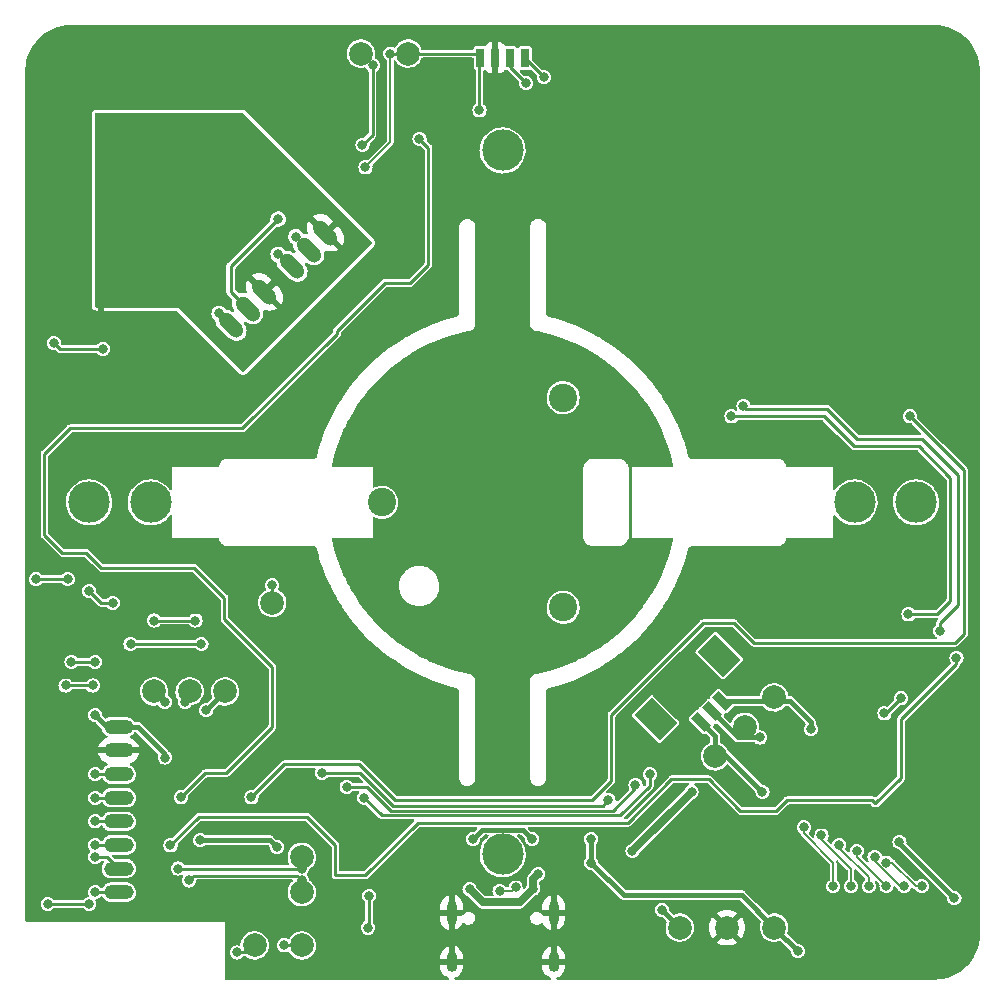
<source format=gbr>
%TF.GenerationSoftware,KiCad,Pcbnew,(6.0.10)*%
%TF.CreationDate,2023-01-22T12:58:48+02:00*%
%TF.ProjectId,view_base,76696577-5f62-4617-9365-2e6b69636164,rev?*%
%TF.SameCoordinates,Original*%
%TF.FileFunction,Copper,L2,Bot*%
%TF.FilePolarity,Positive*%
%FSLAX46Y46*%
G04 Gerber Fmt 4.6, Leading zero omitted, Abs format (unit mm)*
G04 Created by KiCad (PCBNEW (6.0.10)) date 2023-01-22 12:58:48*
%MOMM*%
%LPD*%
G01*
G04 APERTURE LIST*
G04 Aperture macros list*
%AMHorizOval*
0 Thick line with rounded ends*
0 $1 width*
0 $2 $3 position (X,Y) of the first rounded end (center of the circle)*
0 $4 $5 position (X,Y) of the second rounded end (center of the circle)*
0 Add line between two ends*
20,1,$1,$2,$3,$4,$5,0*
0 Add two circle primitives to create the rounded ends*
1,1,$1,$2,$3*
1,1,$1,$4,$5*%
%AMRotRect*
0 Rectangle, with rotation*
0 The origin of the aperture is its center*
0 $1 length*
0 $2 width*
0 $3 Rotation angle, in degrees counterclockwise*
0 Add horizontal line*
21,1,$1,$2,0,0,$3*%
G04 Aperture macros list end*
%TA.AperFunction,ComponentPad*%
%ADD10O,0.900000X2.000000*%
%TD*%
%TA.AperFunction,ComponentPad*%
%ADD11O,0.900000X1.700000*%
%TD*%
%TA.AperFunction,ComponentPad*%
%ADD12C,2.400000*%
%TD*%
%TA.AperFunction,ComponentPad*%
%ADD13C,3.500000*%
%TD*%
%TA.AperFunction,ComponentPad*%
%ADD14C,0.600000*%
%TD*%
%TA.AperFunction,SMDPad,CuDef*%
%ADD15R,4.000000X4.000000*%
%TD*%
%TA.AperFunction,SMDPad,CuDef*%
%ADD16O,2.500000X1.250000*%
%TD*%
%TA.AperFunction,SMDPad,CuDef*%
%ADD17HorizOval,1.250000X-0.441942X0.441942X0.441942X-0.441942X0*%
%TD*%
%TA.AperFunction,SMDPad,CuDef*%
%ADD18R,0.700000X1.600000*%
%TD*%
%TA.AperFunction,SMDPad,CuDef*%
%ADD19RotRect,2.100000X2.999999X45.000000*%
%TD*%
%TA.AperFunction,SMDPad,CuDef*%
%ADD20RotRect,0.800000X1.600000X45.000000*%
%TD*%
%TA.AperFunction,SMDPad,CuDef*%
%ADD21C,2.000000*%
%TD*%
%TA.AperFunction,SMDPad,CuDef*%
%ADD22C,0.500000*%
%TD*%
%TA.AperFunction,ViaPad*%
%ADD23C,0.800000*%
%TD*%
%TA.AperFunction,Conductor*%
%ADD24C,0.150000*%
%TD*%
%TA.AperFunction,Conductor*%
%ADD25C,0.250000*%
%TD*%
%TA.AperFunction,Conductor*%
%ADD26C,0.400000*%
%TD*%
%TA.AperFunction,Conductor*%
%ADD27C,0.650000*%
%TD*%
G04 APERTURE END LIST*
%TO.C,NT1*%
G36*
X66250000Y-84100000D02*
G01*
X65750000Y-84100000D01*
X65750000Y-83100000D01*
X66250000Y-83100000D01*
X66250000Y-84100000D01*
G37*
%TD*%
D10*
%TO.P,J2,S1,SHIELD*%
%TO.N,GND*%
X95680000Y-134722000D03*
D11*
X95680000Y-138892000D03*
D10*
X104320000Y-134722000D03*
D11*
X104320000Y-138892000D03*
%TD*%
D12*
%TO.P,H3,1,1*%
%TO.N,unconnected-(H3-Pad1)*%
X105125427Y-91122500D03*
%TD*%
%TO.P,H1,1,1*%
%TO.N,unconnected-(H1-Pad1)*%
X105125427Y-108877499D03*
%TD*%
%TO.P,H2,1,1*%
%TO.N,unconnected-(H2-Pad1)*%
X89749146Y-100000000D03*
%TD*%
D13*
%TO.P,H4,1,1*%
%TO.N,unconnected-(H4-Pad1)*%
X100000000Y-129800000D03*
%TD*%
%TO.P,H5,1,1*%
%TO.N,unconnected-(H5-Pad1)*%
X70200000Y-100000000D03*
%TD*%
%TO.P,H6,1,1*%
%TO.N,unconnected-(H6-Pad1)*%
X100000000Y-70200000D03*
%TD*%
%TO.P,H7,1,1*%
%TO.N,unconnected-(H7-Pad1)*%
X129800000Y-100000000D03*
%TD*%
D14*
%TO.P,U5,PAD,PAD*%
%TO.N,GND*%
X127500000Y-122500000D03*
X128500000Y-121500000D03*
X128500000Y-122500000D03*
X127500000Y-121500000D03*
D15*
X128000000Y-122000000D03*
%TD*%
D13*
%TO.P,H8,1,1*%
%TO.N,unconnected-(H8-Pad1)*%
X135000000Y-100000000D03*
%TD*%
%TO.P,H9,1,1*%
%TO.N,unconnected-(H9-Pad1)*%
X65000000Y-100000000D03*
%TD*%
D16*
%TO.P,J3,1,Pin_1*%
%TO.N,+3.3V*%
X67500000Y-119000000D03*
%TO.P,J3,2,Pin_2*%
%TO.N,GND*%
X67500000Y-121000000D03*
%TO.P,J3,3,Pin_3*%
%TO.N,/LCD_RST*%
X67500000Y-123000000D03*
%TO.P,J3,4,Pin_4*%
%TO.N,/LCD_SCK*%
X67500000Y-125000000D03*
%TO.P,J3,5,Pin_5*%
%TO.N,/LCD_DATA*%
X67500000Y-127000000D03*
%TO.P,J3,6,Pin_6*%
%TO.N,/LCD_BACKLIGHT*%
X67500000Y-129000000D03*
%TO.P,J3,7,Pin_7*%
%TO.N,/LCD_CS*%
X67500000Y-131000000D03*
%TO.P,J3,8,Pin_8*%
%TO.N,/LCD_CMD*%
X67500000Y-133000000D03*
%TD*%
D17*
%TO.P,J4,1,Pin_1*%
%TO.N,/STRAIN_E+*%
X82171573Y-80000000D03*
%TO.P,J4,2,Pin_2*%
%TO.N,/STRAIN_S+*%
X83585787Y-78585786D03*
%TO.P,J4,3,Pin_3*%
%TO.N,GNDA*%
X85000000Y-77171573D03*
%TD*%
D18*
%TO.P,U8,1,SCL*%
%TO.N,/SCL*%
X101905000Y-62350000D03*
%TO.P,U8,2,VDD*%
%TO.N,+3.3V*%
X100635000Y-62350000D03*
%TO.P,U8,3,GND*%
%TO.N,GND*%
X99365000Y-62350000D03*
%TO.P,U8,4,SDA*%
%TO.N,/SDA*%
X98095000Y-62350000D03*
%TD*%
D17*
%TO.P,J5,1,Pin_1*%
%TO.N,/STRAIN_E+*%
X77000000Y-85000000D03*
%TO.P,J5,2,Pin_2*%
%TO.N,/STRAIN_S-*%
X78414214Y-83585786D03*
%TO.P,J5,3,Pin_3*%
%TO.N,GNDA*%
X79828427Y-82171573D03*
%TD*%
D19*
%TO.P,J1,*%
%TO.N,*%
X118336280Y-112962502D03*
X112962269Y-118336513D03*
D20*
%TO.P,J1,1,Pin_1*%
%TO.N,Net-(J1-Pad1)*%
X116816000Y-118584000D03*
%TO.P,J1,2,Pin_2*%
%TO.N,Net-(J1-Pad2)*%
X117699883Y-117700117D03*
%TO.P,J1,3,Pin_3*%
%TO.N,Net-(J1-Pad3)*%
X118583767Y-116816233D03*
%TD*%
D21*
%TO.P,TP1,1,1*%
%TO.N,+5V*%
X115000000Y-136000000D03*
%TD*%
%TO.P,TP2,1,1*%
%TO.N,+3.3V*%
X123000000Y-136000000D03*
%TD*%
%TO.P,TP3,1,1*%
%TO.N,GND*%
X119000000Y-136000000D03*
%TD*%
%TO.P,TP4,1,1*%
%TO.N,/SDA*%
X92000000Y-62000000D03*
%TD*%
%TO.P,TP5,1,1*%
%TO.N,/SCL*%
X88000000Y-62000000D03*
%TD*%
%TO.P,TP6,1,1*%
%TO.N,Net-(J1-Pad3)*%
X123000000Y-116500000D03*
%TD*%
%TO.P,TP7,1,1*%
%TO.N,Net-(J1-Pad2)*%
X120500000Y-119000000D03*
%TD*%
%TO.P,TP8,1,1*%
%TO.N,Net-(J1-Pad1)*%
X118000000Y-121500000D03*
%TD*%
%TO.P,TP9,1,1*%
%TO.N,/MAG_CSN*%
X76500000Y-116000000D03*
%TD*%
%TO.P,TP11,1,1*%
%TO.N,/MAG_DO*%
X70500000Y-116000000D03*
%TD*%
%TO.P,TP12,1,1*%
%TO.N,/LED_DATA_5V*%
X80500000Y-108500000D03*
%TD*%
%TO.P,TP10,1,1*%
%TO.N,/MAG_CLK*%
X73500000Y-116000000D03*
%TD*%
%TO.P,TP13,1,1*%
%TO.N,/ESP32_EN*%
X83000000Y-137500000D03*
%TD*%
%TO.P,TP14,1,1*%
%TO.N,/ESP32_BOOT*%
X79000000Y-137500000D03*
%TD*%
%TO.P,TP15,1,1*%
%TO.N,/USB_SERIAL_RXI*%
X83000000Y-133000000D03*
%TD*%
%TO.P,TP16,1,1*%
%TO.N,/USB_SERIAL_TXO*%
X83000000Y-130000000D03*
%TD*%
D22*
%TO.P,NT1,1,1*%
%TO.N,GNDA*%
X66000000Y-83100000D03*
%TO.P,NT1,2,2*%
%TO.N,GND*%
X66000000Y-84100000D03*
%TD*%
D23*
%TO.N,/SCL*%
X120396000Y-91821000D03*
X137033000Y-110871000D03*
%TO.N,/SDA*%
X119380000Y-92710000D03*
X134366000Y-109474000D03*
X98044000Y-66802000D03*
%TO.N,+3.3V*%
X133731000Y-116586000D03*
X132334000Y-117856000D03*
%TO.N,GND*%
X95952000Y-66548000D03*
X93345000Y-66548000D03*
%TO.N,/SDA*%
X88392000Y-71628000D03*
%TO.N,/SCL*%
X88138000Y-69723000D03*
%TO.N,/ACL_INT1*%
X92964000Y-69215000D03*
X72771000Y-124968000D03*
%TO.N,/DAC2*%
X134493000Y-92710000D03*
X78740000Y-124968000D03*
%TO.N,/PRX_INT*%
X138430000Y-113157000D03*
X71882000Y-129032000D03*
%TO.N,GND*%
X117500000Y-104500000D03*
X114000000Y-110500000D03*
X110828626Y-113638699D03*
X100000000Y-103500000D03*
X101000000Y-98000000D03*
X94361000Y-129667000D03*
X126500000Y-115000000D03*
X82500000Y-95500000D03*
X130500000Y-122000000D03*
X117000000Y-135500000D03*
X127200000Y-118900000D03*
X137000000Y-139500000D03*
X86361301Y-110828626D03*
X125000000Y-139500000D03*
X81400000Y-132900000D03*
X89500000Y-114000000D03*
X137000000Y-129000000D03*
X123900000Y-118800000D03*
X120000000Y-124000000D03*
X113638699Y-89171374D03*
X104500000Y-82000000D03*
X130500000Y-119000000D03*
X87500000Y-129500000D03*
X69175010Y-117000000D03*
X118000000Y-125500000D03*
X95885000Y-64500000D03*
X130000000Y-139500000D03*
X133500000Y-115000000D03*
X65000000Y-135000000D03*
X63500000Y-119500000D03*
X120000000Y-139500000D03*
X114000000Y-120500000D03*
X86000000Y-89500000D03*
X68500000Y-109500000D03*
X124900000Y-118800000D03*
X137000000Y-124000000D03*
X95500000Y-118000000D03*
X119500000Y-115000000D03*
X115000000Y-139500000D03*
X89171374Y-86361301D03*
X110500000Y-86000000D03*
X129500000Y-127500000D03*
X82000000Y-135500000D03*
X122101428Y-123000000D03*
X137000000Y-119000000D03*
X125989142Y-120347368D03*
X76500000Y-120000000D03*
%TO.N,/USB_D+*%
X99749024Y-132874931D03*
X101100000Y-132600000D03*
%TO.N,/STRAIN_E+*%
X76000000Y-84000000D03*
X81000000Y-79000000D03*
%TO.N,Net-(J1-Pad3)*%
X126100000Y-119200000D03*
%TO.N,Net-(J1-Pad2)*%
X121800000Y-119900000D03*
%TO.N,Net-(J1-Pad1)*%
X122000000Y-124500000D03*
%TO.N,/STRAIN_S-*%
X81000000Y-76000000D03*
%TO.N,/STRAIN_S+*%
X82500000Y-77500000D03*
%TO.N,/DTR*%
X88700000Y-133300000D03*
X88600000Y-136000000D03*
%TO.N,/ESP32_EN*%
X81500042Y-137500000D03*
%TO.N,/ESP32_BOOT*%
X77500000Y-138100000D03*
X65000000Y-134000000D03*
X61500000Y-134000000D03*
%TO.N,/USB_SERIAL_RXI*%
X73453000Y-132000000D03*
X83000000Y-132000000D03*
%TO.N,/USB_SERIAL_TXO*%
X72517000Y-131000000D03*
X83000000Y-131000000D03*
%TO.N,/LED_DATA_5V*%
X80500000Y-107000006D03*
X70500000Y-110000000D03*
X74000000Y-110000000D03*
%TO.N,/LCD_CMD*%
X65500000Y-133000000D03*
%TO.N,/LCD_CS*%
X65500000Y-130000000D03*
%TO.N,/LCD_BACKLIGHT*%
X65500000Y-129000000D03*
%TO.N,/LCD_DATA*%
X65500000Y-127000000D03*
%TO.N,/LCD_SCK*%
X65500000Y-125000000D03*
%TO.N,/LCD_RST*%
X65500000Y-123000000D03*
%TO.N,/MAG_DO*%
X71399979Y-116899979D03*
%TO.N,/MAG_CLK*%
X73111083Y-116888917D03*
%TO.N,/MAG_CSN*%
X74916084Y-117583916D03*
%TO.N,/STRAIN_DO*%
X65000000Y-107500000D03*
X67000000Y-108500000D03*
%TO.N,/STRAIN_SCK*%
X63175010Y-106500000D03*
X60500000Y-106500000D03*
%TO.N,/TMC_UH*%
X128000000Y-132500000D03*
X88300000Y-125000000D03*
X125500000Y-127500000D03*
X112459000Y-123000000D03*
%TO.N,/TMC_VH*%
X129500000Y-132500000D03*
X111252000Y-123952000D03*
X127000000Y-128200000D03*
X86800000Y-124100000D03*
%TO.N,/TMC_WH*%
X131000000Y-132500000D03*
X84700000Y-122900000D03*
X108966000Y-125222000D03*
X128500000Y-129000000D03*
%TO.N,/TMC_UL*%
X130000000Y-129500000D03*
X132500000Y-132500000D03*
%TO.N,/TMC_WL*%
X131500000Y-130000000D03*
X134000000Y-132500000D03*
%TO.N,/TMC_VL*%
X132500000Y-130500000D03*
X135500000Y-132500000D03*
%TO.N,GNDA*%
X83500000Y-82500000D03*
X77500000Y-67500000D03*
X85000000Y-75000000D03*
X76500000Y-73500000D03*
X80500000Y-85500000D03*
X68000000Y-67500000D03*
X79500000Y-86500000D03*
X76000000Y-67500000D03*
X70000000Y-67500000D03*
X67000000Y-78500000D03*
X67000000Y-72500000D03*
X73500000Y-83500000D03*
X78500000Y-87500000D03*
X79000000Y-69000000D03*
X67000000Y-71000000D03*
X75000000Y-85000000D03*
X86500000Y-79500000D03*
X86000000Y-76000000D03*
X80500000Y-70500000D03*
X85000000Y-81000000D03*
X74000000Y-67500000D03*
X66000000Y-67500000D03*
X67000000Y-74000000D03*
X82000000Y-72000000D03*
X87500000Y-78500000D03*
X72000000Y-67500000D03*
X83500000Y-73500000D03*
X72000000Y-83000000D03*
X76000000Y-86000000D03*
X67000000Y-75500000D03*
X70000000Y-83000000D03*
X68000000Y-83000000D03*
X67000000Y-69500000D03*
X67000000Y-77000000D03*
X76000000Y-80000000D03*
X82000000Y-84000000D03*
%TO.N,+5V*%
X103007090Y-131459231D03*
X97207866Y-132760666D03*
X111000000Y-129500000D03*
X102600000Y-132700000D03*
X74500008Y-112000000D03*
X68500000Y-112000000D03*
X113500000Y-134500000D03*
X116000000Y-124499990D03*
%TO.N,+3.3V*%
X138250000Y-133500000D03*
X107500000Y-128500000D03*
X80899000Y-129177305D03*
X133600000Y-128750000D03*
X62000000Y-86500000D03*
X124999998Y-138000000D03*
X107500000Y-130500000D03*
X102000000Y-64500000D03*
X97500000Y-128500000D03*
X71400000Y-121600000D03*
X74400000Y-128600000D03*
X65500000Y-118000000D03*
X66175012Y-87000000D03*
X102500000Y-128500000D03*
%TO.N,/SDA*%
X90500000Y-62000000D03*
X65324990Y-115500000D03*
X63000000Y-115500000D03*
%TO.N,/SCL*%
X89000000Y-63000000D03*
X65500000Y-113500000D03*
X103500000Y-64000000D03*
X63500000Y-113500000D03*
%TD*%
D24*
%TO.N,/SDA*%
X90500000Y-69520000D02*
X90500000Y-62000000D01*
X88392000Y-71628000D02*
X90500000Y-69520000D01*
D25*
X127254000Y-92710000D02*
X119380000Y-92710000D01*
X135255000Y-95250000D02*
X129794000Y-95250000D01*
X137922000Y-97917000D02*
X135255000Y-95250000D01*
X129794000Y-95250000D02*
X127254000Y-92710000D01*
X137922000Y-108331000D02*
X137922000Y-97917000D01*
X136779000Y-109474000D02*
X137922000Y-108331000D01*
X134366000Y-109474000D02*
X136779000Y-109474000D01*
%TO.N,/SCL*%
X120650000Y-92075000D02*
X120396000Y-91821000D01*
X130048000Y-94615000D02*
X127508000Y-92075000D01*
X138557000Y-97663000D02*
X135509000Y-94615000D01*
X127508000Y-92075000D02*
X120650000Y-92075000D01*
X138557000Y-108712000D02*
X138557000Y-97663000D01*
X137033000Y-110871000D02*
X137033000Y-110236000D01*
X137033000Y-110236000D02*
X138557000Y-108712000D01*
X135509000Y-94615000D02*
X130048000Y-94615000D01*
%TO.N,/DAC2*%
X81534000Y-122174000D02*
X78740000Y-124968000D01*
X87884000Y-122174000D02*
X81534000Y-122174000D01*
X90932000Y-125222000D02*
X87884000Y-122174000D01*
X107569000Y-125222000D02*
X90932000Y-125222000D01*
X109220000Y-123571000D02*
X107569000Y-125222000D01*
X116967000Y-110236000D02*
X109220000Y-117983000D01*
X119634000Y-110236000D02*
X116967000Y-110236000D01*
X138303000Y-111887000D02*
X121285000Y-111887000D01*
X139065000Y-111125000D02*
X138303000Y-111887000D01*
X109220000Y-117983000D02*
X109220000Y-123571000D01*
X139065000Y-97282000D02*
X139065000Y-111125000D01*
X134493000Y-92710000D02*
X139065000Y-97282000D01*
X121285000Y-111887000D02*
X119634000Y-110236000D01*
%TO.N,/ACL_INT1*%
X76581000Y-122936000D02*
X74803000Y-122936000D01*
X80518000Y-118999000D02*
X76581000Y-122936000D01*
X80518000Y-113919000D02*
X80518000Y-118999000D01*
X76454000Y-108077000D02*
X76454000Y-109855000D01*
X73914000Y-105537000D02*
X76454000Y-108077000D01*
X66040000Y-105537000D02*
X73914000Y-105537000D01*
X64770000Y-104267000D02*
X66040000Y-105537000D01*
X62738000Y-104267000D02*
X64770000Y-104267000D01*
X76454000Y-109855000D02*
X80518000Y-113919000D01*
X61214000Y-102743000D02*
X62738000Y-104267000D01*
X61214000Y-95885000D02*
X61214000Y-102743000D01*
X63373000Y-93726000D02*
X61214000Y-95885000D01*
X77978000Y-93726000D02*
X63373000Y-93726000D01*
X85979000Y-85725000D02*
X77978000Y-93726000D01*
X90043000Y-81407000D02*
X85979000Y-85471000D01*
X92202000Y-81407000D02*
X90043000Y-81407000D01*
X74803000Y-122936000D02*
X72771000Y-124968000D01*
X85979000Y-85471000D02*
X85979000Y-85725000D01*
X93726000Y-79883000D02*
X92202000Y-81407000D01*
X93726000Y-69977000D02*
X93726000Y-79883000D01*
X92964000Y-69215000D02*
X93726000Y-69977000D01*
%TO.N,/SDA*%
X98044000Y-62401000D02*
X98095000Y-62350000D01*
X98044000Y-66802000D02*
X98044000Y-62401000D01*
%TO.N,GND*%
X95952000Y-66548000D02*
X95885000Y-66481000D01*
X95885000Y-66481000D02*
X95885000Y-64500000D01*
%TO.N,/PRX_INT*%
X74295000Y-126619000D02*
X71882000Y-129032000D01*
X83439000Y-126619000D02*
X74295000Y-126619000D01*
X85852000Y-129032000D02*
X83439000Y-126619000D01*
X85852000Y-131572000D02*
X85852000Y-129032000D01*
X88392000Y-131572000D02*
X85852000Y-131572000D01*
X92837000Y-127127000D02*
X88392000Y-131572000D01*
X110617000Y-127127000D02*
X92837000Y-127127000D01*
X114300000Y-123444000D02*
X110617000Y-127127000D01*
X117475000Y-123444000D02*
X114300000Y-123444000D01*
X120142000Y-126111000D02*
X117475000Y-123444000D01*
X124079000Y-125222000D02*
X123190000Y-126111000D01*
X131318000Y-125222000D02*
X124079000Y-125222000D01*
X123190000Y-126111000D02*
X120142000Y-126111000D01*
X138430000Y-113157000D02*
X138430000Y-113665000D01*
X138430000Y-113665000D02*
X133731000Y-118364000D01*
X131572000Y-125476000D02*
X131318000Y-125222000D01*
X133731000Y-118364000D02*
X133731000Y-123317000D01*
X133731000Y-123317000D02*
X131572000Y-125476000D01*
%TO.N,+3.3V*%
X133731000Y-116586000D02*
X132461000Y-117856000D01*
X132461000Y-117856000D02*
X132334000Y-117856000D01*
%TO.N,GND*%
X93345000Y-66548000D02*
X95952000Y-66548000D01*
%TO.N,/SCL*%
X89000000Y-68861000D02*
X88138000Y-69723000D01*
X89000000Y-63000000D02*
X89000000Y-68861000D01*
%TO.N,/TMC_WH*%
X87900000Y-122900000D02*
X84700000Y-122900000D01*
X108966000Y-125222000D02*
X108488000Y-125700000D01*
X90700000Y-125700000D02*
X87900000Y-122900000D01*
X108488000Y-125700000D02*
X90700000Y-125700000D01*
%TO.N,/TMC_VH*%
X88534300Y-124100000D02*
X86800000Y-124100000D01*
X90534300Y-126100000D02*
X88534300Y-124100000D01*
X109357342Y-126100000D02*
X90534300Y-126100000D01*
X111252000Y-124205342D02*
X109357342Y-126100000D01*
X111252000Y-123952000D02*
X111252000Y-124205342D01*
%TO.N,/TMC_UH*%
X109974000Y-126500000D02*
X89800000Y-126500000D01*
X112459000Y-124015000D02*
X109974000Y-126500000D01*
X112459000Y-123000000D02*
X112459000Y-124015000D01*
X89800000Y-126500000D02*
X88300000Y-125000000D01*
%TO.N,/USB_SERIAL_TXO*%
X72517000Y-131000000D02*
X83000000Y-131000000D01*
%TO.N,/USB_SERIAL_RXI*%
X73852999Y-131600001D02*
X82600001Y-131600001D01*
X73453000Y-132000000D02*
X73852999Y-131600001D01*
X82600001Y-131600001D02*
X83000000Y-132000000D01*
D26*
%TO.N,+3.3V*%
X80899000Y-129177305D02*
X80321695Y-128600000D01*
X80321695Y-128600000D02*
X74400000Y-128600000D01*
D24*
%TO.N,/USB_D+*%
X99749024Y-132874931D02*
X100825069Y-132874931D01*
X100825069Y-132874931D02*
X101100000Y-132600000D01*
D25*
%TO.N,/STRAIN_E+*%
X81171573Y-79000000D02*
X82171573Y-80000000D01*
X81000000Y-79000000D02*
X81171573Y-79000000D01*
X77000000Y-85000000D02*
X76000000Y-84000000D01*
D26*
%TO.N,Net-(J1-Pad3)*%
X118583767Y-116816233D02*
X121183767Y-116816233D01*
X124355949Y-116816233D02*
X121183767Y-116816233D01*
X126100000Y-118560284D02*
X124355949Y-116816233D01*
X126100000Y-119200000D02*
X126100000Y-118560284D01*
X122683767Y-116816233D02*
X123000000Y-116500000D01*
X121183767Y-116816233D02*
X122683767Y-116816233D01*
D25*
X118583767Y-116816233D02*
X124355949Y-116816233D01*
D26*
%TO.N,Net-(J1-Pad2)*%
X120500000Y-119500000D02*
X120900000Y-119900000D01*
X120900000Y-119900000D02*
X121800000Y-119900000D01*
X120500000Y-119000000D02*
X120500000Y-119500000D01*
X117699883Y-117700117D02*
X119899766Y-119900000D01*
X119899766Y-119900000D02*
X120900000Y-119900000D01*
%TO.N,Net-(J1-Pad1)*%
X122000000Y-124500000D02*
X118000000Y-120500000D01*
X118000000Y-119768000D02*
X116816000Y-118584000D01*
X118000000Y-120500000D02*
X118000000Y-119768000D01*
X118000000Y-121500000D02*
X118000000Y-119768000D01*
D25*
%TO.N,/STRAIN_S-*%
X77000000Y-80000000D02*
X81000000Y-76000000D01*
X77000000Y-82171572D02*
X77000000Y-80000000D01*
X78414214Y-83585786D02*
X77000000Y-82171572D01*
%TO.N,/STRAIN_S+*%
X83585787Y-78585786D02*
X82899999Y-77899999D01*
X82899999Y-77899999D02*
X82500000Y-77500000D01*
%TO.N,/DTR*%
X88700000Y-135900000D02*
X88600000Y-136000000D01*
X88700000Y-133300000D02*
X88700000Y-135900000D01*
%TO.N,/ESP32_EN*%
X82000000Y-137500000D02*
X81500042Y-137500000D01*
%TO.N,/ESP32_BOOT*%
X77500000Y-138100000D02*
X78400000Y-138100000D01*
X78400000Y-138100000D02*
X79000000Y-137500000D01*
X61500000Y-134000000D02*
X65000000Y-134000000D01*
%TO.N,/LED_DATA_5V*%
X70500000Y-110000000D02*
X74000000Y-110000000D01*
X80500000Y-108500000D02*
X80500000Y-107000006D01*
%TO.N,/LCD_CMD*%
X65500000Y-133000000D02*
X67500000Y-133000000D01*
%TO.N,/LCD_CS*%
X65500000Y-130000000D02*
X66500000Y-130000000D01*
X66500000Y-130000000D02*
X67500000Y-131000000D01*
%TO.N,/LCD_BACKLIGHT*%
X65500000Y-129000000D02*
X67500000Y-129000000D01*
%TO.N,/LCD_DATA*%
X65500000Y-127000000D02*
X67500000Y-127000000D01*
%TO.N,/LCD_SCK*%
X65500000Y-125000000D02*
X67500000Y-125000000D01*
%TO.N,/LCD_RST*%
X65500000Y-123000000D02*
X67500000Y-123000000D01*
D26*
%TO.N,/MAG_DO*%
X70500000Y-116000000D02*
X71399979Y-116899979D01*
%TO.N,/MAG_CLK*%
X73500000Y-116000000D02*
X73500000Y-116500000D01*
X73500000Y-116500000D02*
X73111083Y-116888917D01*
%TO.N,/MAG_CSN*%
X76500000Y-116000000D02*
X74916084Y-117583916D01*
D25*
%TO.N,/STRAIN_DO*%
X65000000Y-107500000D02*
X66000000Y-108500000D01*
X66000000Y-108500000D02*
X67000000Y-108500000D01*
%TO.N,/STRAIN_SCK*%
X60500000Y-106500000D02*
X63175010Y-106500000D01*
D24*
%TO.N,/TMC_UH*%
X128000000Y-130500000D02*
X128000000Y-132500000D01*
X125500000Y-128000000D02*
X128000000Y-130500000D01*
X125500000Y-127500000D02*
X125500000Y-128000000D01*
%TO.N,/TMC_VH*%
X129500000Y-131000000D02*
X129500000Y-132500000D01*
X127000000Y-128500000D02*
X129500000Y-131000000D01*
X127000000Y-128200000D02*
X127000000Y-128500000D01*
%TO.N,/TMC_WH*%
X131000000Y-131750000D02*
X128500000Y-129250000D01*
X131000000Y-132500000D02*
X131000000Y-131750000D01*
X128500000Y-129250000D02*
X128500000Y-129000000D01*
%TO.N,/TMC_UL*%
X132500000Y-132500000D02*
X130000000Y-130000000D01*
X130000000Y-130000000D02*
X130000000Y-129500000D01*
%TO.N,/TMC_WL*%
X134000000Y-132500000D02*
X133616116Y-132500000D01*
X133616116Y-132500000D02*
X131500000Y-130383884D01*
X131500000Y-130383884D02*
X131500000Y-130000000D01*
%TO.N,/TMC_VL*%
X132500000Y-130500000D02*
X133000000Y-130500000D01*
X135000000Y-132500000D02*
X135500000Y-132500000D01*
X133000000Y-130500000D02*
X135000000Y-132500000D01*
D25*
%TO.N,+5V*%
X74500008Y-112000000D02*
X68500000Y-112000000D01*
D27*
X101435010Y-133864990D02*
X102600000Y-132700000D01*
X116000000Y-124499990D02*
X116000000Y-124500004D01*
X97207866Y-132760666D02*
X98312190Y-133864990D01*
X111000004Y-129500000D02*
X111000000Y-129500000D01*
X102600000Y-131866321D02*
X103007090Y-131459231D01*
D26*
X115000000Y-136000000D02*
X113500000Y-134500000D01*
D27*
X98312190Y-133864990D02*
X101435010Y-133864990D01*
X102600000Y-132700000D02*
X102600000Y-131866321D01*
X116000000Y-124500004D02*
X111000004Y-129500000D01*
D26*
%TO.N,+3.3V*%
X107500000Y-130500000D02*
X110250000Y-133250000D01*
X133600000Y-128850000D02*
X133600000Y-128750000D01*
X101699999Y-127699999D02*
X98300001Y-127699999D01*
X71350000Y-121250000D02*
X71350000Y-121550000D01*
X66500000Y-119000000D02*
X65500000Y-118000000D01*
X71350000Y-121550000D02*
X71400000Y-121600000D01*
X102500000Y-128500000D02*
X101699999Y-127699999D01*
X123000000Y-136000000D02*
X124999998Y-138000000D01*
X138250000Y-133500000D02*
X133600000Y-128850000D01*
D25*
X62500000Y-87000000D02*
X66175012Y-87000000D01*
X62000000Y-86500000D02*
X62500000Y-87000000D01*
D26*
X67500000Y-119000000D02*
X66500000Y-119000000D01*
X120250000Y-133250000D02*
X123000000Y-136000000D01*
D25*
X102000000Y-64500000D02*
X100635000Y-63135000D01*
D26*
X71350000Y-121250000D02*
X69100000Y-119000000D01*
X107500000Y-128500000D02*
X107500000Y-130500000D01*
D25*
X100635000Y-63135000D02*
X100635000Y-62350000D01*
D26*
X98300001Y-127699999D02*
X97500000Y-128500000D01*
X110250000Y-133250000D02*
X120250000Y-133250000D01*
X69100000Y-119000000D02*
X67500000Y-119000000D01*
D25*
%TO.N,/SDA*%
X97745000Y-62000000D02*
X90500000Y-62000000D01*
X98095000Y-62350000D02*
X97745000Y-62000000D01*
X92000000Y-62000000D02*
X91500000Y-62000000D01*
X63000000Y-115500000D02*
X65324990Y-115500000D01*
%TO.N,/SCL*%
X101905000Y-62405000D02*
X103500000Y-64000000D01*
X63500000Y-113500000D02*
X65500000Y-113500000D01*
X89000000Y-63000000D02*
X88000000Y-62000000D01*
X101905000Y-62350000D02*
X101905000Y-62405000D01*
%TD*%
%TA.AperFunction,Conductor*%
%TO.N,GND*%
G36*
X136588169Y-59603018D02*
G01*
X136599641Y-59605656D01*
X136610518Y-59603195D01*
X136618820Y-59603209D01*
X136631937Y-59602069D01*
X136795841Y-59610121D01*
X136967561Y-59618557D01*
X136977220Y-59619509D01*
X137336446Y-59672794D01*
X137345964Y-59674688D01*
X137522664Y-59718949D01*
X137698217Y-59762923D01*
X137707514Y-59765743D01*
X138049427Y-59888082D01*
X138058403Y-59891800D01*
X138386678Y-60047062D01*
X138395246Y-60051642D01*
X138706721Y-60238333D01*
X138714787Y-60243722D01*
X139006490Y-60460064D01*
X139013971Y-60466205D01*
X139125313Y-60567119D01*
X139283048Y-60710082D01*
X139289918Y-60716952D01*
X139364140Y-60798843D01*
X139533795Y-60986029D01*
X139539936Y-60993510D01*
X139756278Y-61285213D01*
X139761667Y-61293279D01*
X139948358Y-61604754D01*
X139952938Y-61613322D01*
X140108200Y-61941597D01*
X140111918Y-61950573D01*
X140234257Y-62292486D01*
X140237077Y-62301783D01*
X140263325Y-62406569D01*
X140313413Y-62606529D01*
X140325311Y-62654030D01*
X140327206Y-62663554D01*
X140378067Y-63006434D01*
X140380491Y-63022776D01*
X140381443Y-63032439D01*
X140397657Y-63362463D01*
X140397906Y-63367541D01*
X140396859Y-63379339D01*
X140396842Y-63388777D01*
X140394344Y-63399641D01*
X140396804Y-63410513D01*
X140397059Y-63411638D01*
X140399500Y-63433488D01*
X140399500Y-136565982D01*
X140396982Y-136588168D01*
X140394344Y-136599640D01*
X140396805Y-136610517D01*
X140396791Y-136618819D01*
X140397931Y-136631936D01*
X140390510Y-136783002D01*
X140384069Y-136914109D01*
X140381443Y-136967555D01*
X140380491Y-136977219D01*
X140334866Y-137284809D01*
X140327207Y-137336440D01*
X140325312Y-137345963D01*
X140307408Y-137417440D01*
X140237077Y-137698216D01*
X140234257Y-137707513D01*
X140111919Y-138049426D01*
X140108201Y-138058402D01*
X139952938Y-138386677D01*
X139948358Y-138395245D01*
X139900961Y-138474323D01*
X139761666Y-138706723D01*
X139756281Y-138714783D01*
X139682964Y-138813640D01*
X139539948Y-139006475D01*
X139533784Y-139013985D01*
X139289919Y-139283048D01*
X139283049Y-139289918D01*
X139013986Y-139533783D01*
X139006476Y-139539946D01*
X138714792Y-139756274D01*
X138706723Y-139761666D01*
X138580744Y-139837175D01*
X138395246Y-139948358D01*
X138386678Y-139952938D01*
X138058403Y-140108200D01*
X138049427Y-140111918D01*
X137707514Y-140234257D01*
X137698217Y-140237077D01*
X137522664Y-140281051D01*
X137345964Y-140325312D01*
X137336446Y-140327206D01*
X136977220Y-140380491D01*
X136967561Y-140381443D01*
X136632457Y-140397906D01*
X136620662Y-140396859D01*
X136611227Y-140396842D01*
X136600359Y-140394343D01*
X136588359Y-140397058D01*
X136566512Y-140399499D01*
X126169713Y-140399499D01*
X104640132Y-140399500D01*
X104581941Y-140380593D01*
X104545977Y-140331093D01*
X104545977Y-140269907D01*
X104581941Y-140220407D01*
X104605948Y-140207589D01*
X104737423Y-140159216D01*
X104746386Y-140154845D01*
X104903270Y-140057572D01*
X104911178Y-140051482D01*
X105045299Y-139924650D01*
X105051819Y-139917097D01*
X105157697Y-139765886D01*
X105162562Y-139757182D01*
X105235877Y-139587760D01*
X105238891Y-139578260D01*
X105276888Y-139396380D01*
X105277865Y-139388851D01*
X105277931Y-139387589D01*
X105278000Y-139384979D01*
X105278000Y-139161680D01*
X105273878Y-139148995D01*
X105269757Y-139146000D01*
X103377680Y-139146000D01*
X103364995Y-139150122D01*
X103362000Y-139154243D01*
X103362000Y-139338139D01*
X103362253Y-139343136D01*
X103376220Y-139480639D01*
X103378226Y-139490408D01*
X103433428Y-139666560D01*
X103437359Y-139675730D01*
X103526850Y-139837175D01*
X103532546Y-139845372D01*
X103652673Y-139985527D01*
X103659899Y-139992408D01*
X103805759Y-140105548D01*
X103814213Y-140110831D01*
X103979847Y-140192333D01*
X103989200Y-140195811D01*
X104023312Y-140204697D01*
X104074858Y-140237662D01*
X104097183Y-140294629D01*
X104081760Y-140353839D01*
X104034480Y-140392675D01*
X103998357Y-140399500D01*
X96000132Y-140399500D01*
X95941942Y-140380593D01*
X95905978Y-140331093D01*
X95905978Y-140269907D01*
X95941942Y-140220407D01*
X95965949Y-140207589D01*
X96097423Y-140159216D01*
X96106386Y-140154845D01*
X96263270Y-140057572D01*
X96271178Y-140051482D01*
X96405299Y-139924650D01*
X96411819Y-139917097D01*
X96517697Y-139765886D01*
X96522562Y-139757182D01*
X96595877Y-139587760D01*
X96598891Y-139578260D01*
X96636888Y-139396380D01*
X96637865Y-139388851D01*
X96637931Y-139387589D01*
X96638000Y-139384979D01*
X96638000Y-139161680D01*
X96633878Y-139148995D01*
X96629757Y-139146000D01*
X94737680Y-139146000D01*
X94724995Y-139150122D01*
X94722000Y-139154243D01*
X94722000Y-139338139D01*
X94722253Y-139343136D01*
X94736220Y-139480639D01*
X94738226Y-139490408D01*
X94793428Y-139666560D01*
X94797359Y-139675730D01*
X94886850Y-139837175D01*
X94892546Y-139845372D01*
X95012673Y-139985527D01*
X95019899Y-139992408D01*
X95165759Y-140105548D01*
X95174213Y-140110831D01*
X95339847Y-140192333D01*
X95349198Y-140195811D01*
X95383312Y-140204697D01*
X95434857Y-140237662D01*
X95457182Y-140294630D01*
X95441758Y-140353839D01*
X95394478Y-140392675D01*
X95358358Y-140399500D01*
X76797461Y-140399499D01*
X76599000Y-140399499D01*
X76540809Y-140380592D01*
X76504845Y-140331092D01*
X76500000Y-140300499D01*
X76500000Y-138100000D01*
X76894318Y-138100000D01*
X76914956Y-138256762D01*
X76975464Y-138402841D01*
X77071718Y-138528282D01*
X77197159Y-138624536D01*
X77343238Y-138685044D01*
X77474431Y-138702316D01*
X77487156Y-138703991D01*
X77500000Y-138705682D01*
X77512845Y-138703991D01*
X77525569Y-138702316D01*
X77656762Y-138685044D01*
X77802841Y-138624536D01*
X77928282Y-138528282D01*
X77977429Y-138464233D01*
X78027852Y-138429577D01*
X78055970Y-138425500D01*
X78194080Y-138425500D01*
X78249081Y-138442184D01*
X78424717Y-138559540D01*
X78627436Y-138646635D01*
X78705165Y-138664223D01*
X78838206Y-138694328D01*
X78838211Y-138694329D01*
X78842632Y-138695329D01*
X78952865Y-138699660D01*
X79058565Y-138703813D01*
X79058566Y-138703813D01*
X79063098Y-138703991D01*
X79281452Y-138672331D01*
X79285751Y-138670872D01*
X79285754Y-138670871D01*
X79486078Y-138602870D01*
X79490379Y-138601410D01*
X79518091Y-138585891D01*
X79678925Y-138495819D01*
X79682884Y-138493602D01*
X79852518Y-138352518D01*
X79993602Y-138182884D01*
X80040749Y-138098697D01*
X80099192Y-137994340D01*
X80099193Y-137994338D01*
X80101410Y-137990379D01*
X80112310Y-137958270D01*
X80170871Y-137785754D01*
X80170872Y-137785751D01*
X80172331Y-137781452D01*
X80185300Y-137692010D01*
X80203571Y-137565997D01*
X80203571Y-137565991D01*
X80203991Y-137563098D01*
X80205045Y-137522861D01*
X80205567Y-137502914D01*
X80205567Y-137502909D01*
X80205643Y-137500000D01*
X80894360Y-137500000D01*
X80914998Y-137656762D01*
X80975506Y-137802841D01*
X81071760Y-137928282D01*
X81197201Y-138024536D01*
X81343280Y-138085044D01*
X81500042Y-138105682D01*
X81656804Y-138085044D01*
X81802883Y-138024536D01*
X81803332Y-138024192D01*
X81860732Y-138011990D01*
X81916628Y-138036876D01*
X81940291Y-138069000D01*
X81955883Y-138102821D01*
X82083222Y-138283002D01*
X82241264Y-138436961D01*
X82424717Y-138559540D01*
X82627436Y-138646635D01*
X82705165Y-138664223D01*
X82838206Y-138694328D01*
X82838211Y-138694329D01*
X82842632Y-138695329D01*
X82952865Y-138699660D01*
X83058565Y-138703813D01*
X83058566Y-138703813D01*
X83063098Y-138703991D01*
X83281452Y-138672331D01*
X83285751Y-138670872D01*
X83285754Y-138670871D01*
X83428780Y-138622320D01*
X94722000Y-138622320D01*
X94726122Y-138635005D01*
X94730243Y-138638000D01*
X95410320Y-138638000D01*
X95423005Y-138633878D01*
X95426000Y-138629757D01*
X95426000Y-138622320D01*
X95934000Y-138622320D01*
X95938122Y-138635005D01*
X95942243Y-138638000D01*
X96622320Y-138638000D01*
X96635005Y-138633878D01*
X96638000Y-138629757D01*
X96638000Y-138622320D01*
X103362000Y-138622320D01*
X103366122Y-138635005D01*
X103370243Y-138638000D01*
X104050320Y-138638000D01*
X104063005Y-138633878D01*
X104066000Y-138629757D01*
X104066000Y-138622320D01*
X104574000Y-138622320D01*
X104578122Y-138635005D01*
X104582243Y-138638000D01*
X105262320Y-138638000D01*
X105275005Y-138633878D01*
X105278000Y-138629757D01*
X105278000Y-138445861D01*
X105277747Y-138440864D01*
X105263780Y-138303361D01*
X105261774Y-138293592D01*
X105206572Y-138117440D01*
X105202641Y-138108270D01*
X105113150Y-137946825D01*
X105107454Y-137938628D01*
X104987327Y-137798473D01*
X104980101Y-137791592D01*
X104834241Y-137678452D01*
X104825787Y-137673169D01*
X104660150Y-137591665D01*
X104650804Y-137588190D01*
X104589174Y-137572136D01*
X104576775Y-137572872D01*
X104574000Y-137582360D01*
X104574000Y-138622320D01*
X104066000Y-138622320D01*
X104066000Y-137580336D01*
X104062697Y-137570170D01*
X104050369Y-137570407D01*
X103902577Y-137624784D01*
X103893614Y-137629155D01*
X103736730Y-137726428D01*
X103728822Y-137732518D01*
X103594701Y-137859350D01*
X103588181Y-137866903D01*
X103482303Y-138018114D01*
X103477438Y-138026818D01*
X103404123Y-138196240D01*
X103401109Y-138205740D01*
X103363112Y-138387620D01*
X103362135Y-138395149D01*
X103362069Y-138396411D01*
X103362000Y-138399021D01*
X103362000Y-138622320D01*
X96638000Y-138622320D01*
X96638000Y-138445861D01*
X96637747Y-138440864D01*
X96623780Y-138303361D01*
X96621774Y-138293592D01*
X96566572Y-138117440D01*
X96562641Y-138108270D01*
X96473150Y-137946825D01*
X96467454Y-137938628D01*
X96347327Y-137798473D01*
X96340101Y-137791592D01*
X96194241Y-137678452D01*
X96185787Y-137673169D01*
X96020150Y-137591665D01*
X96010804Y-137588190D01*
X95949174Y-137572136D01*
X95936775Y-137572872D01*
X95934000Y-137582360D01*
X95934000Y-138622320D01*
X95426000Y-138622320D01*
X95426000Y-137580336D01*
X95422697Y-137570170D01*
X95410369Y-137570407D01*
X95262577Y-137624784D01*
X95253614Y-137629155D01*
X95096730Y-137726428D01*
X95088822Y-137732518D01*
X94954701Y-137859350D01*
X94948181Y-137866903D01*
X94842303Y-138018114D01*
X94837438Y-138026818D01*
X94764123Y-138196240D01*
X94761109Y-138205740D01*
X94723112Y-138387620D01*
X94722135Y-138395149D01*
X94722069Y-138396411D01*
X94722000Y-138399021D01*
X94722000Y-138622320D01*
X83428780Y-138622320D01*
X83486078Y-138602870D01*
X83490379Y-138601410D01*
X83518091Y-138585891D01*
X83678925Y-138495819D01*
X83682884Y-138493602D01*
X83852518Y-138352518D01*
X83993602Y-138182884D01*
X84040749Y-138098697D01*
X84099192Y-137994340D01*
X84099193Y-137994338D01*
X84101410Y-137990379D01*
X84112310Y-137958270D01*
X84170871Y-137785754D01*
X84170872Y-137785751D01*
X84172331Y-137781452D01*
X84185300Y-137692010D01*
X84203571Y-137565997D01*
X84203571Y-137565991D01*
X84203991Y-137563098D01*
X84205045Y-137522861D01*
X84205567Y-137502914D01*
X84205567Y-137502909D01*
X84205643Y-137500000D01*
X84205124Y-137494345D01*
X84191830Y-137349674D01*
X84185454Y-137280289D01*
X84172220Y-137233365D01*
X118131412Y-137233365D01*
X118137783Y-137240256D01*
X118309950Y-137345762D01*
X118316856Y-137349281D01*
X118528970Y-137437141D01*
X118536338Y-137439535D01*
X118759594Y-137493134D01*
X118767237Y-137494345D01*
X118996125Y-137512358D01*
X119003875Y-137512358D01*
X119232763Y-137494345D01*
X119240406Y-137493134D01*
X119463662Y-137439535D01*
X119471030Y-137437141D01*
X119683144Y-137349281D01*
X119690050Y-137345762D01*
X119860523Y-137241294D01*
X119868796Y-137231608D01*
X119864212Y-137223422D01*
X119011086Y-136370296D01*
X118999203Y-136364242D01*
X118994172Y-136365038D01*
X118137194Y-137222016D01*
X118131412Y-137233365D01*
X84172220Y-137233365D01*
X84154595Y-137170871D01*
X84126799Y-137072311D01*
X84126798Y-137072310D01*
X84125565Y-137067936D01*
X84123557Y-137063864D01*
X84123555Y-137063859D01*
X84029988Y-136874125D01*
X84027980Y-136870053D01*
X83895967Y-136693267D01*
X83815430Y-136618819D01*
X83737279Y-136546577D01*
X83737278Y-136546576D01*
X83733949Y-136543499D01*
X83703895Y-136524536D01*
X83571073Y-136440732D01*
X83547350Y-136425764D01*
X83342421Y-136344006D01*
X83126024Y-136300962D01*
X83017347Y-136299539D01*
X82909946Y-136298133D01*
X82909941Y-136298133D01*
X82905406Y-136298074D01*
X82900933Y-136298843D01*
X82900928Y-136298843D01*
X82692435Y-136334668D01*
X82692429Y-136334670D01*
X82687957Y-136335438D01*
X82593470Y-136370296D01*
X82485220Y-136410231D01*
X82485217Y-136410232D01*
X82480957Y-136411804D01*
X82477054Y-136414126D01*
X82477052Y-136414127D01*
X82457492Y-136425764D01*
X82291341Y-136524614D01*
X82287926Y-136527609D01*
X82287923Y-136527611D01*
X82180036Y-136622225D01*
X82125457Y-136670090D01*
X81988863Y-136843360D01*
X81986749Y-136847378D01*
X81939770Y-136936670D01*
X81895942Y-136979364D01*
X81835390Y-136988144D01*
X81805171Y-136977219D01*
X81802883Y-136975464D01*
X81796896Y-136972984D01*
X81796894Y-136972983D01*
X81662801Y-136917440D01*
X81656804Y-136914956D01*
X81500042Y-136894318D01*
X81343280Y-136914956D01*
X81197201Y-136975464D01*
X81071760Y-137071718D01*
X80975506Y-137197159D01*
X80914998Y-137343238D01*
X80894360Y-137500000D01*
X80205643Y-137500000D01*
X80205124Y-137494345D01*
X80191830Y-137349674D01*
X80185454Y-137280289D01*
X80154595Y-137170871D01*
X80126799Y-137072311D01*
X80126798Y-137072310D01*
X80125565Y-137067936D01*
X80123557Y-137063864D01*
X80123555Y-137063859D01*
X80029988Y-136874125D01*
X80027980Y-136870053D01*
X79895967Y-136693267D01*
X79815430Y-136618819D01*
X79737279Y-136546577D01*
X79737278Y-136546576D01*
X79733949Y-136543499D01*
X79703895Y-136524536D01*
X79571073Y-136440732D01*
X79547350Y-136425764D01*
X79342421Y-136344006D01*
X79126024Y-136300962D01*
X79017347Y-136299539D01*
X78909946Y-136298133D01*
X78909941Y-136298133D01*
X78905406Y-136298074D01*
X78900933Y-136298843D01*
X78900928Y-136298843D01*
X78692435Y-136334668D01*
X78692429Y-136334670D01*
X78687957Y-136335438D01*
X78593470Y-136370296D01*
X78485220Y-136410231D01*
X78485217Y-136410232D01*
X78480957Y-136411804D01*
X78477054Y-136414126D01*
X78477052Y-136414127D01*
X78457492Y-136425764D01*
X78291341Y-136524614D01*
X78287926Y-136527609D01*
X78287923Y-136527611D01*
X78180036Y-136622225D01*
X78125457Y-136670090D01*
X77988863Y-136843360D01*
X77986749Y-136847378D01*
X77918914Y-136976311D01*
X77886131Y-137038620D01*
X77884787Y-137042949D01*
X77826207Y-137231608D01*
X77820703Y-137249333D01*
X77820169Y-137253843D01*
X77820169Y-137253844D01*
X77809589Y-137343238D01*
X77798475Y-137437141D01*
X77798444Y-137437399D01*
X77772828Y-137492964D01*
X77719444Y-137522861D01*
X77669345Y-137517925D01*
X77669025Y-137519119D01*
X77662760Y-137517440D01*
X77656762Y-137514956D01*
X77500000Y-137494318D01*
X77343238Y-137514956D01*
X77197159Y-137575464D01*
X77071718Y-137671718D01*
X76975464Y-137797159D01*
X76914956Y-137943238D01*
X76894318Y-138100000D01*
X76500000Y-138100000D01*
X76500000Y-136000000D01*
X87994318Y-136000000D01*
X88014956Y-136156762D01*
X88075464Y-136302841D01*
X88171718Y-136428282D01*
X88297159Y-136524536D01*
X88443238Y-136585044D01*
X88600000Y-136605682D01*
X88756762Y-136585044D01*
X88902841Y-136524536D01*
X89028282Y-136428282D01*
X89124536Y-136302841D01*
X89185044Y-136156762D01*
X89205682Y-136000000D01*
X89185044Y-135843238D01*
X89124536Y-135697159D01*
X89045958Y-135594754D01*
X89025500Y-135534487D01*
X89025500Y-135318139D01*
X94722000Y-135318139D01*
X94722253Y-135323136D01*
X94736220Y-135460639D01*
X94738226Y-135470408D01*
X94793428Y-135646560D01*
X94797359Y-135655730D01*
X94886850Y-135817175D01*
X94892546Y-135825372D01*
X95012673Y-135965527D01*
X95019899Y-135972408D01*
X95165759Y-136085548D01*
X95174213Y-136090831D01*
X95339850Y-136172335D01*
X95349196Y-136175810D01*
X95410826Y-136191864D01*
X95423225Y-136191128D01*
X95425408Y-136183664D01*
X95934000Y-136183664D01*
X95937303Y-136193830D01*
X95949631Y-136193593D01*
X96097423Y-136139216D01*
X96106386Y-136134845D01*
X96263270Y-136037572D01*
X96271178Y-136031482D01*
X96405299Y-135904650D01*
X96411819Y-135897097D01*
X96517697Y-135745886D01*
X96522562Y-135737182D01*
X96568148Y-135631838D01*
X96608611Y-135585943D01*
X96668323Y-135572595D01*
X96724476Y-135596895D01*
X96731879Y-135604144D01*
X96749278Y-135623064D01*
X96755799Y-135630156D01*
X96764834Y-135635758D01*
X96878247Y-135706077D01*
X96878249Y-135706078D01*
X96883986Y-135709635D01*
X97028825Y-135751715D01*
X97033995Y-135752095D01*
X97033997Y-135752095D01*
X97037714Y-135752368D01*
X97037721Y-135752368D01*
X97039515Y-135752500D01*
X97147785Y-135752500D01*
X97151128Y-135752042D01*
X97151129Y-135752042D01*
X97252749Y-135738122D01*
X97252753Y-135738121D01*
X97259432Y-135737206D01*
X97265618Y-135734529D01*
X97265622Y-135734528D01*
X97391661Y-135679986D01*
X97391665Y-135679984D01*
X97397855Y-135677305D01*
X97515070Y-135582386D01*
X97525464Y-135567760D01*
X97598535Y-135464940D01*
X97598536Y-135464939D01*
X97602442Y-135459442D01*
X97604726Y-135453097D01*
X97604728Y-135453094D01*
X97651248Y-135323880D01*
X97651249Y-135323877D01*
X97653533Y-135317532D01*
X97659455Y-135236891D01*
X102335420Y-135236891D01*
X102365233Y-135384743D01*
X102433707Y-135519132D01*
X102438270Y-135524095D01*
X102438272Y-135524097D01*
X102491872Y-135582386D01*
X102535799Y-135630156D01*
X102544834Y-135635758D01*
X102658247Y-135706077D01*
X102658249Y-135706078D01*
X102663986Y-135709635D01*
X102808825Y-135751715D01*
X102813995Y-135752095D01*
X102813997Y-135752095D01*
X102817714Y-135752368D01*
X102817721Y-135752368D01*
X102819515Y-135752500D01*
X102927785Y-135752500D01*
X102931128Y-135752042D01*
X102931129Y-135752042D01*
X103032749Y-135738122D01*
X103032753Y-135738121D01*
X103039432Y-135737206D01*
X103045618Y-135734529D01*
X103045622Y-135734528D01*
X103171661Y-135679986D01*
X103171665Y-135679984D01*
X103177855Y-135677305D01*
X103276174Y-135597688D01*
X103333295Y-135575762D01*
X103392395Y-135591598D01*
X103430901Y-135639148D01*
X103432947Y-135645024D01*
X103433429Y-135646561D01*
X103437359Y-135655730D01*
X103526850Y-135817175D01*
X103532546Y-135825372D01*
X103652673Y-135965527D01*
X103659899Y-135972408D01*
X103805759Y-136085548D01*
X103814213Y-136090831D01*
X103979850Y-136172335D01*
X103989196Y-136175810D01*
X104050826Y-136191864D01*
X104063225Y-136191128D01*
X104065408Y-136183664D01*
X104574000Y-136183664D01*
X104577303Y-136193830D01*
X104589631Y-136193593D01*
X104737423Y-136139216D01*
X104746386Y-136134845D01*
X104903270Y-136037572D01*
X104911178Y-136031482D01*
X105045299Y-135904650D01*
X105051819Y-135897097D01*
X105157697Y-135745886D01*
X105162562Y-135737182D01*
X105235877Y-135567760D01*
X105238891Y-135558260D01*
X105276888Y-135376380D01*
X105277865Y-135368851D01*
X105277931Y-135367589D01*
X105278000Y-135364979D01*
X105278000Y-134991680D01*
X105273878Y-134978995D01*
X105269757Y-134976000D01*
X104589680Y-134976000D01*
X104576995Y-134980122D01*
X104574000Y-134984243D01*
X104574000Y-136183664D01*
X104065408Y-136183664D01*
X104066000Y-136181640D01*
X104066000Y-134991680D01*
X104061878Y-134978995D01*
X104057757Y-134976000D01*
X103453395Y-134976000D01*
X103395204Y-134957093D01*
X103365186Y-134921946D01*
X103349357Y-134890881D01*
X103349355Y-134890878D01*
X103346293Y-134884868D01*
X103341730Y-134879905D01*
X103341728Y-134879903D01*
X103248771Y-134778814D01*
X103244201Y-134773844D01*
X103163833Y-134724014D01*
X103121753Y-134697923D01*
X103121751Y-134697922D01*
X103116014Y-134694365D01*
X102971175Y-134652285D01*
X102966005Y-134651905D01*
X102966003Y-134651905D01*
X102962286Y-134651632D01*
X102962279Y-134651632D01*
X102960485Y-134651500D01*
X102852215Y-134651500D01*
X102848872Y-134651958D01*
X102848871Y-134651958D01*
X102747251Y-134665878D01*
X102747247Y-134665879D01*
X102740568Y-134666794D01*
X102734382Y-134669471D01*
X102734378Y-134669472D01*
X102608339Y-134724014D01*
X102608335Y-134724016D01*
X102602145Y-134726695D01*
X102484930Y-134821614D01*
X102481022Y-134827113D01*
X102409194Y-134928185D01*
X102397558Y-134944558D01*
X102395274Y-134950903D01*
X102395272Y-134950906D01*
X102348752Y-135080120D01*
X102346467Y-135086468D01*
X102345973Y-135093197D01*
X102338357Y-135196904D01*
X102335420Y-135236891D01*
X97659455Y-135236891D01*
X97662659Y-135193267D01*
X97664086Y-135173842D01*
X97664086Y-135173839D01*
X97664580Y-135167109D01*
X97658265Y-135135788D01*
X97636100Y-135025869D01*
X97634767Y-135019257D01*
X97566293Y-134884868D01*
X97561730Y-134879905D01*
X97561728Y-134879903D01*
X97468771Y-134778814D01*
X97464201Y-134773844D01*
X97383833Y-134724014D01*
X97341753Y-134697923D01*
X97341751Y-134697922D01*
X97336014Y-134694365D01*
X97191175Y-134652285D01*
X97186005Y-134651905D01*
X97186003Y-134651905D01*
X97182286Y-134651632D01*
X97182279Y-134651632D01*
X97180485Y-134651500D01*
X97072215Y-134651500D01*
X97068872Y-134651958D01*
X97068871Y-134651958D01*
X96967251Y-134665878D01*
X96967247Y-134665879D01*
X96960568Y-134666794D01*
X96954382Y-134669471D01*
X96954378Y-134669472D01*
X96828339Y-134724014D01*
X96828335Y-134724016D01*
X96822145Y-134726695D01*
X96704930Y-134821614D01*
X96654188Y-134893015D01*
X96624813Y-134934349D01*
X96575692Y-134970829D01*
X96544115Y-134976000D01*
X95949680Y-134976000D01*
X95936995Y-134980122D01*
X95934000Y-134984243D01*
X95934000Y-136183664D01*
X95425408Y-136183664D01*
X95426000Y-136181640D01*
X95426000Y-134991680D01*
X95421878Y-134978995D01*
X95417757Y-134976000D01*
X94737680Y-134976000D01*
X94724995Y-134980122D01*
X94722000Y-134984243D01*
X94722000Y-135318139D01*
X89025500Y-135318139D01*
X89025500Y-134500000D01*
X112894318Y-134500000D01*
X112914956Y-134656762D01*
X112975464Y-134802841D01*
X113071718Y-134928282D01*
X113197159Y-135024536D01*
X113343238Y-135085044D01*
X113465280Y-135101111D01*
X113493566Y-135104835D01*
X113500000Y-135105682D01*
X113500030Y-135105678D01*
X113555626Y-135123742D01*
X113567438Y-135133831D01*
X113864891Y-135431283D01*
X113892669Y-135485800D01*
X113886498Y-135537923D01*
X113886131Y-135538620D01*
X113884786Y-135542952D01*
X113824469Y-135737206D01*
X113820703Y-135749333D01*
X113820169Y-135753843D01*
X113820169Y-135753844D01*
X113817039Y-135780289D01*
X113794770Y-135968440D01*
X113797260Y-136006434D01*
X113808744Y-136181640D01*
X113809200Y-136188604D01*
X113810316Y-136192997D01*
X113810316Y-136192999D01*
X113838213Y-136302841D01*
X113863511Y-136402452D01*
X113955883Y-136602821D01*
X114083222Y-136783002D01*
X114241264Y-136936961D01*
X114424717Y-137059540D01*
X114627436Y-137146635D01*
X114705165Y-137164223D01*
X114838206Y-137194328D01*
X114838211Y-137194329D01*
X114842632Y-137195329D01*
X114952865Y-137199660D01*
X115058565Y-137203813D01*
X115058566Y-137203813D01*
X115063098Y-137203991D01*
X115281452Y-137172331D01*
X115285751Y-137170872D01*
X115285754Y-137170871D01*
X115486078Y-137102870D01*
X115490379Y-137101410D01*
X115561944Y-137061332D01*
X115678925Y-136995819D01*
X115682884Y-136993602D01*
X115852518Y-136852518D01*
X115993602Y-136682884D01*
X116052778Y-136577218D01*
X116099192Y-136494340D01*
X116099193Y-136494338D01*
X116101410Y-136490379D01*
X116107978Y-136471030D01*
X116170871Y-136285754D01*
X116170872Y-136285751D01*
X116172331Y-136281452D01*
X116185321Y-136191864D01*
X116203571Y-136065997D01*
X116203571Y-136065991D01*
X116203991Y-136063098D01*
X116204660Y-136037572D01*
X116205542Y-136003875D01*
X117487642Y-136003875D01*
X117505655Y-136232763D01*
X117506866Y-136240406D01*
X117560465Y-136463662D01*
X117562859Y-136471030D01*
X117650719Y-136683144D01*
X117654238Y-136690050D01*
X117758706Y-136860523D01*
X117768392Y-136868796D01*
X117776578Y-136864212D01*
X118629704Y-136011086D01*
X118634946Y-136000797D01*
X119364242Y-136000797D01*
X119365038Y-136005828D01*
X120222016Y-136862806D01*
X120233365Y-136868588D01*
X120240256Y-136862217D01*
X120345762Y-136690050D01*
X120349281Y-136683144D01*
X120437141Y-136471030D01*
X120439535Y-136463662D01*
X120493134Y-136240406D01*
X120494345Y-136232763D01*
X120512358Y-136003875D01*
X120512358Y-135996125D01*
X120494345Y-135767237D01*
X120493134Y-135759594D01*
X120439535Y-135536338D01*
X120437141Y-135528970D01*
X120349281Y-135316856D01*
X120345762Y-135309950D01*
X120241294Y-135139477D01*
X120231608Y-135131204D01*
X120223422Y-135135788D01*
X119370296Y-135988914D01*
X119364242Y-136000797D01*
X118634946Y-136000797D01*
X118635758Y-135999203D01*
X118634962Y-135994172D01*
X117777984Y-135137194D01*
X117766635Y-135131412D01*
X117759744Y-135137783D01*
X117654238Y-135309950D01*
X117650719Y-135316856D01*
X117562859Y-135528970D01*
X117560465Y-135536338D01*
X117506866Y-135759594D01*
X117505655Y-135767237D01*
X117487642Y-135996125D01*
X117487642Y-136003875D01*
X116205542Y-136003875D01*
X116205567Y-136002914D01*
X116205567Y-136002909D01*
X116205643Y-136000000D01*
X116205108Y-135994172D01*
X116190687Y-135837241D01*
X116185454Y-135780289D01*
X116181773Y-135767237D01*
X116126799Y-135572311D01*
X116126798Y-135572310D01*
X116125565Y-135567936D01*
X116123557Y-135563864D01*
X116123555Y-135563859D01*
X116029988Y-135374125D01*
X116027980Y-135370053D01*
X115895967Y-135193267D01*
X115780433Y-135086468D01*
X115737279Y-135046577D01*
X115737278Y-135046576D01*
X115733949Y-135043499D01*
X115703895Y-135024536D01*
X115560956Y-134934349D01*
X115547350Y-134925764D01*
X115342421Y-134844006D01*
X115126024Y-134800962D01*
X115017347Y-134799539D01*
X114909946Y-134798133D01*
X114909941Y-134798133D01*
X114905406Y-134798074D01*
X114900933Y-134798843D01*
X114900928Y-134798843D01*
X114692435Y-134834668D01*
X114692429Y-134834670D01*
X114687957Y-134835438D01*
X114660176Y-134845687D01*
X114538397Y-134890613D01*
X114477259Y-134893015D01*
X114434128Y-134867736D01*
X114334784Y-134768392D01*
X118131204Y-134768392D01*
X118135788Y-134776578D01*
X118988914Y-135629704D01*
X119000797Y-135635758D01*
X119005828Y-135634962D01*
X119862806Y-134777984D01*
X119868588Y-134766635D01*
X119862217Y-134759744D01*
X119690050Y-134654238D01*
X119683144Y-134650719D01*
X119471030Y-134562859D01*
X119463662Y-134560465D01*
X119240406Y-134506866D01*
X119232763Y-134505655D01*
X119003875Y-134487642D01*
X118996125Y-134487642D01*
X118767237Y-134505655D01*
X118759594Y-134506866D01*
X118536338Y-134560465D01*
X118528970Y-134562859D01*
X118316856Y-134650719D01*
X118309950Y-134654238D01*
X118139477Y-134758706D01*
X118131204Y-134768392D01*
X114334784Y-134768392D01*
X114290406Y-134724014D01*
X114133830Y-134567437D01*
X114106054Y-134512922D01*
X114105278Y-134503067D01*
X114105682Y-134500000D01*
X114085044Y-134343238D01*
X114024536Y-134197159D01*
X113928282Y-134071718D01*
X113802841Y-133975464D01*
X113656762Y-133914956D01*
X113500000Y-133894318D01*
X113343238Y-133914956D01*
X113197159Y-133975464D01*
X113071718Y-134071718D01*
X112975464Y-134197159D01*
X112914956Y-134343238D01*
X112894318Y-134500000D01*
X89025500Y-134500000D01*
X89025500Y-134452320D01*
X94722000Y-134452320D01*
X94726122Y-134465005D01*
X94730243Y-134468000D01*
X95410320Y-134468000D01*
X95423005Y-134463878D01*
X95426000Y-134459757D01*
X95426000Y-134452320D01*
X95934000Y-134452320D01*
X95938122Y-134465005D01*
X95942243Y-134468000D01*
X96622320Y-134468000D01*
X96635005Y-134463878D01*
X96638000Y-134459757D01*
X96638000Y-134452320D01*
X103362000Y-134452320D01*
X103366122Y-134465005D01*
X103370243Y-134468000D01*
X104050320Y-134468000D01*
X104063005Y-134463878D01*
X104066000Y-134459757D01*
X104066000Y-134452320D01*
X104574000Y-134452320D01*
X104578122Y-134465005D01*
X104582243Y-134468000D01*
X105262320Y-134468000D01*
X105275005Y-134463878D01*
X105278000Y-134459757D01*
X105278000Y-134125861D01*
X105277747Y-134120864D01*
X105263780Y-133983361D01*
X105261774Y-133973592D01*
X105206572Y-133797440D01*
X105202641Y-133788270D01*
X105113150Y-133626825D01*
X105107454Y-133618628D01*
X104987327Y-133478473D01*
X104980101Y-133471592D01*
X104834241Y-133358452D01*
X104825787Y-133353169D01*
X104660150Y-133271665D01*
X104650804Y-133268190D01*
X104589174Y-133252136D01*
X104576775Y-133252872D01*
X104574000Y-133262360D01*
X104574000Y-134452320D01*
X104066000Y-134452320D01*
X104066000Y-133260336D01*
X104062697Y-133250170D01*
X104050369Y-133250407D01*
X103902577Y-133304784D01*
X103893614Y-133309155D01*
X103736730Y-133406428D01*
X103728822Y-133412518D01*
X103594701Y-133539350D01*
X103588181Y-133546903D01*
X103482303Y-133698114D01*
X103477438Y-133706818D01*
X103404123Y-133876240D01*
X103401109Y-133885740D01*
X103363112Y-134067620D01*
X103362135Y-134075149D01*
X103362069Y-134076411D01*
X103362000Y-134079021D01*
X103362000Y-134452320D01*
X96638000Y-134452320D01*
X96638000Y-134125861D01*
X96637747Y-134120864D01*
X96623780Y-133983361D01*
X96621774Y-133973592D01*
X96566572Y-133797440D01*
X96562641Y-133788270D01*
X96473150Y-133626825D01*
X96467454Y-133618628D01*
X96347327Y-133478473D01*
X96340101Y-133471592D01*
X96194241Y-133358452D01*
X96185787Y-133353169D01*
X96020150Y-133271665D01*
X96010804Y-133268190D01*
X95949174Y-133252136D01*
X95936775Y-133252872D01*
X95934000Y-133262360D01*
X95934000Y-134452320D01*
X95426000Y-134452320D01*
X95426000Y-133260336D01*
X95422697Y-133250170D01*
X95410369Y-133250407D01*
X95262577Y-133304784D01*
X95253614Y-133309155D01*
X95096730Y-133406428D01*
X95088822Y-133412518D01*
X94954701Y-133539350D01*
X94948181Y-133546903D01*
X94842303Y-133698114D01*
X94837438Y-133706818D01*
X94764123Y-133876240D01*
X94761109Y-133885740D01*
X94723112Y-134067620D01*
X94722135Y-134075149D01*
X94722069Y-134076411D01*
X94722000Y-134079021D01*
X94722000Y-134452320D01*
X89025500Y-134452320D01*
X89025500Y-133855970D01*
X89044407Y-133797779D01*
X89064233Y-133777428D01*
X89123129Y-133732236D01*
X89128282Y-133728282D01*
X89224536Y-133602841D01*
X89285044Y-133456762D01*
X89305682Y-133300000D01*
X89303807Y-133285754D01*
X89300460Y-133260336D01*
X89285044Y-133143238D01*
X89224536Y-132997159D01*
X89128282Y-132871718D01*
X89002841Y-132775464D01*
X88967116Y-132760666D01*
X96602184Y-132760666D01*
X96622822Y-132917428D01*
X96683330Y-133063507D01*
X96779584Y-133188948D01*
X96905025Y-133285202D01*
X96952300Y-133304784D01*
X97030583Y-133337210D01*
X97062701Y-133358670D01*
X97930791Y-134226760D01*
X97933661Y-134229753D01*
X97974074Y-134273702D01*
X97979812Y-134277259D01*
X97979811Y-134277259D01*
X98010224Y-134296116D01*
X98017911Y-134301399D01*
X98035121Y-134314462D01*
X98051794Y-134327118D01*
X98058065Y-134329601D01*
X98058067Y-134329602D01*
X98066907Y-134333102D01*
X98082632Y-134341011D01*
X98090704Y-134346016D01*
X98090706Y-134346017D01*
X98096440Y-134349572D01*
X98102919Y-134351454D01*
X98102918Y-134351454D01*
X98137288Y-134361440D01*
X98146108Y-134364460D01*
X98179384Y-134377634D01*
X98179387Y-134377635D01*
X98185662Y-134380119D01*
X98192375Y-134380825D01*
X98192381Y-134380826D01*
X98201825Y-134381819D01*
X98219094Y-134385207D01*
X98229719Y-134388294D01*
X98229725Y-134388295D01*
X98234702Y-134389741D01*
X98239872Y-134390121D01*
X98239874Y-134390121D01*
X98243101Y-134390358D01*
X98243108Y-134390358D01*
X98244902Y-134390490D01*
X98279144Y-134390490D01*
X98289490Y-134391032D01*
X98328852Y-134395169D01*
X98348322Y-134391876D01*
X98364831Y-134390490D01*
X101421133Y-134390490D01*
X101425279Y-134390577D01*
X101484929Y-134393077D01*
X101491501Y-134391536D01*
X101491507Y-134391535D01*
X101526343Y-134383364D01*
X101535513Y-134381664D01*
X101570970Y-134376807D01*
X101570971Y-134376807D01*
X101577656Y-134375891D01*
X101583851Y-134373210D01*
X101583852Y-134373210D01*
X101592572Y-134369437D01*
X101609278Y-134363912D01*
X101625103Y-134360200D01*
X101653831Y-134344407D01*
X101662388Y-134339703D01*
X101670762Y-134335601D01*
X101703596Y-134321392D01*
X101703597Y-134321391D01*
X101709793Y-134318710D01*
X101722425Y-134308482D01*
X101737025Y-134298670D01*
X101751273Y-134290837D01*
X101759015Y-134284154D01*
X101783229Y-134259940D01*
X101790922Y-134253013D01*
X101821685Y-134228102D01*
X101825599Y-134222595D01*
X101833123Y-134212008D01*
X101843817Y-134199352D01*
X102745165Y-133298004D01*
X102777283Y-133276544D01*
X102893790Y-133228285D01*
X102902841Y-133224536D01*
X103028282Y-133128282D01*
X103124536Y-133002841D01*
X103180704Y-132867240D01*
X103182560Y-132862759D01*
X103185044Y-132856762D01*
X103205682Y-132700000D01*
X103185044Y-132543238D01*
X103133036Y-132417679D01*
X103125500Y-132379794D01*
X103125500Y-132126311D01*
X103144407Y-132068120D01*
X103186614Y-132034847D01*
X103282414Y-131995165D01*
X103309931Y-131983767D01*
X103435372Y-131887513D01*
X103531626Y-131762072D01*
X103592134Y-131615993D01*
X103612772Y-131459231D01*
X103592134Y-131302469D01*
X103531626Y-131156390D01*
X103435372Y-131030949D01*
X103309931Y-130934695D01*
X103163852Y-130874187D01*
X103007090Y-130853549D01*
X102850328Y-130874187D01*
X102704249Y-130934695D01*
X102578808Y-131030949D01*
X102482554Y-131156390D01*
X102480071Y-131162385D01*
X102430546Y-131281948D01*
X102409086Y-131314066D01*
X102238230Y-131484922D01*
X102235237Y-131487792D01*
X102191288Y-131528205D01*
X102183640Y-131540540D01*
X102168874Y-131564355D01*
X102163592Y-131572040D01*
X102137872Y-131605925D01*
X102135389Y-131612196D01*
X102135388Y-131612198D01*
X102131888Y-131621038D01*
X102123979Y-131636763D01*
X102115418Y-131650571D01*
X102113536Y-131657049D01*
X102103550Y-131691419D01*
X102100530Y-131700239D01*
X102087356Y-131733515D01*
X102087355Y-131733518D01*
X102084871Y-131739793D01*
X102084165Y-131746506D01*
X102084164Y-131746512D01*
X102083171Y-131755956D01*
X102079783Y-131773225D01*
X102076696Y-131783850D01*
X102076695Y-131783856D01*
X102075249Y-131788833D01*
X102074869Y-131794003D01*
X102074869Y-131794005D01*
X102074765Y-131795429D01*
X102074500Y-131799033D01*
X102074500Y-131833275D01*
X102073958Y-131843621D01*
X102069821Y-131882983D01*
X102072111Y-131896523D01*
X102073114Y-131902452D01*
X102074500Y-131918962D01*
X102074500Y-132379793D01*
X102066964Y-132417679D01*
X102023456Y-132522716D01*
X102001996Y-132554834D01*
X101873829Y-132683001D01*
X101819312Y-132710778D01*
X101758880Y-132701207D01*
X101715615Y-132657942D01*
X101707917Y-132612922D01*
X101704835Y-132612922D01*
X101704835Y-132606434D01*
X101705682Y-132600000D01*
X101685044Y-132443238D01*
X101624536Y-132297159D01*
X101528282Y-132171718D01*
X101402841Y-132075464D01*
X101256762Y-132014956D01*
X101100000Y-131994318D01*
X100943238Y-132014956D01*
X100797159Y-132075464D01*
X100671718Y-132171718D01*
X100575464Y-132297159D01*
X100514956Y-132443238D01*
X100511926Y-132466257D01*
X100505725Y-132513353D01*
X100479384Y-132568578D01*
X100425613Y-132597773D01*
X100407572Y-132599431D01*
X100343361Y-132599431D01*
X100285170Y-132580524D01*
X100264819Y-132560698D01*
X100181260Y-132451802D01*
X100177306Y-132446649D01*
X100051865Y-132350395D01*
X99923342Y-132297159D01*
X99911783Y-132292371D01*
X99905786Y-132289887D01*
X99749024Y-132269249D01*
X99592262Y-132289887D01*
X99586265Y-132292371D01*
X99574706Y-132297159D01*
X99446183Y-132350395D01*
X99320742Y-132446649D01*
X99224488Y-132572090D01*
X99163980Y-132718169D01*
X99155917Y-132779415D01*
X99144355Y-132867240D01*
X99143342Y-132874931D01*
X99163980Y-133031693D01*
X99224488Y-133177772D01*
X99228439Y-133182921D01*
X99231682Y-133188538D01*
X99229715Y-133189674D01*
X99246793Y-133237891D01*
X99229420Y-133296558D01*
X99180881Y-133333809D01*
X99147827Y-133339490D01*
X98570867Y-133339490D01*
X98512676Y-133320583D01*
X98500863Y-133310494D01*
X97805870Y-132615501D01*
X97784410Y-132583383D01*
X97738680Y-132472981D01*
X97732402Y-132457825D01*
X97636148Y-132332384D01*
X97510707Y-132236130D01*
X97364628Y-132175622D01*
X97233435Y-132158350D01*
X97214300Y-132155831D01*
X97207866Y-132154984D01*
X97201432Y-132155831D01*
X97182297Y-132158350D01*
X97051104Y-132175622D01*
X96905025Y-132236130D01*
X96779584Y-132332384D01*
X96683330Y-132457825D01*
X96622822Y-132603904D01*
X96602184Y-132760666D01*
X88967116Y-132760666D01*
X88856762Y-132714956D01*
X88700000Y-132694318D01*
X88543238Y-132714956D01*
X88397159Y-132775464D01*
X88271718Y-132871718D01*
X88175464Y-132997159D01*
X88114956Y-133143238D01*
X88099540Y-133260336D01*
X88096194Y-133285754D01*
X88094318Y-133300000D01*
X88114956Y-133456762D01*
X88175464Y-133602841D01*
X88271718Y-133728282D01*
X88276871Y-133732236D01*
X88335767Y-133777428D01*
X88370423Y-133827852D01*
X88374500Y-133855970D01*
X88374500Y-135377278D01*
X88355593Y-135435469D01*
X88313388Y-135468741D01*
X88303156Y-135472979D01*
X88303150Y-135472982D01*
X88297159Y-135475464D01*
X88171718Y-135571718D01*
X88075464Y-135697159D01*
X88014956Y-135843238D01*
X87994318Y-136000000D01*
X76500000Y-136000000D01*
X76500000Y-135500000D01*
X59699501Y-135500000D01*
X59641310Y-135481093D01*
X59605346Y-135431593D01*
X59600501Y-135401000D01*
X59600501Y-134000000D01*
X60894318Y-134000000D01*
X60914956Y-134156762D01*
X60975464Y-134302841D01*
X61071718Y-134428282D01*
X61197159Y-134524536D01*
X61343238Y-134585044D01*
X61500000Y-134605682D01*
X61656762Y-134585044D01*
X61802841Y-134524536D01*
X61928282Y-134428282D01*
X61977429Y-134364233D01*
X62027852Y-134329577D01*
X62055970Y-134325500D01*
X64444030Y-134325500D01*
X64502221Y-134344407D01*
X64522571Y-134364232D01*
X64571718Y-134428282D01*
X64697159Y-134524536D01*
X64843238Y-134585044D01*
X65000000Y-134605682D01*
X65156762Y-134585044D01*
X65302841Y-134524536D01*
X65428282Y-134428282D01*
X65524536Y-134302841D01*
X65585044Y-134156762D01*
X65605682Y-134000000D01*
X65585044Y-133843238D01*
X65536709Y-133726547D01*
X65531908Y-133665551D01*
X65563877Y-133613382D01*
X65615251Y-133590509D01*
X65615474Y-133590480D01*
X65656762Y-133585044D01*
X65802841Y-133524536D01*
X65928282Y-133428282D01*
X65976067Y-133366007D01*
X66026491Y-133331351D01*
X66087656Y-133332952D01*
X66136197Y-133370200D01*
X66142181Y-133380099D01*
X66186594Y-133464336D01*
X66190053Y-133468430D01*
X66190055Y-133468432D01*
X66298902Y-133597235D01*
X66302362Y-133601329D01*
X66318127Y-133613382D01*
X66440585Y-133707009D01*
X66440588Y-133707011D01*
X66444847Y-133710267D01*
X66607401Y-133786067D01*
X66612632Y-133787236D01*
X66612634Y-133787237D01*
X66682443Y-133802841D01*
X66782440Y-133825193D01*
X66786513Y-133825421D01*
X66786545Y-133825423D01*
X66786562Y-133825423D01*
X66787931Y-133825500D01*
X68169810Y-133825500D01*
X68203962Y-133821790D01*
X68297983Y-133811576D01*
X68297987Y-133811575D01*
X68303309Y-133810997D01*
X68473300Y-133753789D01*
X68576118Y-133692010D01*
X68622447Y-133664173D01*
X68622449Y-133664172D01*
X68627040Y-133661413D01*
X68631959Y-133656762D01*
X68721019Y-133572541D01*
X68757357Y-133538178D01*
X68858171Y-133389834D01*
X68924779Y-133223302D01*
X68954073Y-133046352D01*
X68948736Y-132944509D01*
X68944967Y-132872594D01*
X68944966Y-132872590D01*
X68944686Y-132867240D01*
X68897057Y-132694321D01*
X68886607Y-132674500D01*
X68815908Y-132540409D01*
X68815907Y-132540407D01*
X68813406Y-132535664D01*
X68809944Y-132531567D01*
X68701098Y-132402765D01*
X68701096Y-132402764D01*
X68697638Y-132398671D01*
X68623867Y-132342269D01*
X68559415Y-132292991D01*
X68559412Y-132292989D01*
X68555153Y-132289733D01*
X68392599Y-132213933D01*
X68387368Y-132212764D01*
X68387366Y-132212763D01*
X68221519Y-132175692D01*
X68221520Y-132175692D01*
X68217560Y-132174807D01*
X68213487Y-132174579D01*
X68213455Y-132174577D01*
X68213438Y-132174577D01*
X68212069Y-132174500D01*
X66830190Y-132174500D01*
X66796997Y-132178106D01*
X66702017Y-132188424D01*
X66702013Y-132188425D01*
X66696691Y-132189003D01*
X66526700Y-132246211D01*
X66449877Y-132292371D01*
X66383284Y-132332384D01*
X66372960Y-132338587D01*
X66369068Y-132342267D01*
X66369066Y-132342269D01*
X66343533Y-132366415D01*
X66242643Y-132461822D01*
X66239629Y-132466257D01*
X66145970Y-132604073D01*
X66141829Y-132610166D01*
X66139839Y-132615142D01*
X66139140Y-132616456D01*
X66095124Y-132658957D01*
X66034534Y-132667469D01*
X65980512Y-132638742D01*
X65973188Y-132630241D01*
X65932236Y-132576871D01*
X65928282Y-132571718D01*
X65802841Y-132475464D01*
X65656762Y-132414956D01*
X65500000Y-132394318D01*
X65343238Y-132414956D01*
X65197159Y-132475464D01*
X65071718Y-132571718D01*
X64975464Y-132697159D01*
X64914956Y-132843238D01*
X64894318Y-133000000D01*
X64914956Y-133156762D01*
X64962551Y-133271665D01*
X64963291Y-133273452D01*
X64968092Y-133334449D01*
X64936123Y-133386618D01*
X64884749Y-133409491D01*
X64843238Y-133414956D01*
X64697159Y-133475464D01*
X64571718Y-133571718D01*
X64525380Y-133632108D01*
X64522572Y-133635767D01*
X64472148Y-133670423D01*
X64444030Y-133674500D01*
X62055970Y-133674500D01*
X61997779Y-133655593D01*
X61977428Y-133635767D01*
X61974621Y-133632108D01*
X61928282Y-133571718D01*
X61802841Y-133475464D01*
X61656762Y-133414956D01*
X61500000Y-133394318D01*
X61343238Y-133414956D01*
X61197159Y-133475464D01*
X61071718Y-133571718D01*
X60975464Y-133697159D01*
X60914956Y-133843238D01*
X60894318Y-134000000D01*
X59600501Y-134000000D01*
X59600501Y-130000000D01*
X64894318Y-130000000D01*
X64914956Y-130156762D01*
X64975464Y-130302841D01*
X65071718Y-130428282D01*
X65197159Y-130524536D01*
X65311066Y-130571718D01*
X65337116Y-130582508D01*
X65343238Y-130585044D01*
X65500000Y-130605682D01*
X65656762Y-130585044D01*
X65662885Y-130582508D01*
X65688934Y-130571718D01*
X65802841Y-130524536D01*
X65928282Y-130428282D01*
X65977429Y-130364233D01*
X66027852Y-130329577D01*
X66055970Y-130325500D01*
X66148309Y-130325500D01*
X66206500Y-130344407D01*
X66242464Y-130393907D01*
X66242464Y-130455093D01*
X66230190Y-130480146D01*
X66202708Y-130520585D01*
X66141829Y-130610166D01*
X66075221Y-130776698D01*
X66045927Y-130953648D01*
X66049170Y-131015519D01*
X66053293Y-131094190D01*
X66055314Y-131132760D01*
X66102943Y-131305679D01*
X66105443Y-131310421D01*
X66105444Y-131310423D01*
X66183902Y-131459231D01*
X66186594Y-131464336D01*
X66190055Y-131468432D01*
X66190056Y-131468433D01*
X66277613Y-131572042D01*
X66302362Y-131601329D01*
X66348708Y-131636763D01*
X66440585Y-131707009D01*
X66440588Y-131707011D01*
X66444847Y-131710267D01*
X66607401Y-131786067D01*
X66612632Y-131787236D01*
X66612634Y-131787237D01*
X66718931Y-131810997D01*
X66782440Y-131825193D01*
X66786513Y-131825421D01*
X66786545Y-131825423D01*
X66786562Y-131825423D01*
X66787931Y-131825500D01*
X68169810Y-131825500D01*
X68203962Y-131821790D01*
X68297983Y-131811576D01*
X68297987Y-131811575D01*
X68303309Y-131810997D01*
X68473300Y-131753789D01*
X68570569Y-131695344D01*
X68622447Y-131664173D01*
X68622449Y-131664172D01*
X68627040Y-131661413D01*
X68632163Y-131656569D01*
X68721547Y-131572042D01*
X68757357Y-131538178D01*
X68858171Y-131389834D01*
X68924779Y-131223302D01*
X68954073Y-131046352D01*
X68951644Y-131000000D01*
X71911318Y-131000000D01*
X71931956Y-131156762D01*
X71992464Y-131302841D01*
X72088718Y-131428282D01*
X72214159Y-131524536D01*
X72360238Y-131585044D01*
X72517000Y-131605682D01*
X72673762Y-131585044D01*
X72679759Y-131582560D01*
X72813850Y-131527018D01*
X72813853Y-131527016D01*
X72819841Y-131524536D01*
X72823678Y-131521592D01*
X72882844Y-131509015D01*
X72938740Y-131533901D01*
X72969332Y-131586889D01*
X72962937Y-131647739D01*
X72951038Y-131667740D01*
X72928464Y-131697159D01*
X72867956Y-131843238D01*
X72847318Y-132000000D01*
X72867956Y-132156762D01*
X72928464Y-132302841D01*
X73024718Y-132428282D01*
X73150159Y-132524536D01*
X73254936Y-132567936D01*
X73279438Y-132578085D01*
X73296238Y-132585044D01*
X73393943Y-132597907D01*
X73439495Y-132603904D01*
X73453000Y-132605682D01*
X73466506Y-132603904D01*
X73512057Y-132597907D01*
X73609762Y-132585044D01*
X73626563Y-132578085D01*
X73651064Y-132567936D01*
X73755841Y-132524536D01*
X73881282Y-132428282D01*
X73977536Y-132302841D01*
X74038044Y-132156762D01*
X74052550Y-132046577D01*
X74057158Y-132011579D01*
X74083499Y-131956354D01*
X74137270Y-131927159D01*
X74155311Y-131925501D01*
X82141321Y-131925501D01*
X82199512Y-131944408D01*
X82235476Y-131993908D01*
X82235476Y-132055094D01*
X82206596Y-132098933D01*
X82172498Y-132128836D01*
X82125457Y-132170090D01*
X82122649Y-132173652D01*
X81992626Y-132338587D01*
X81988863Y-132343360D01*
X81986749Y-132347378D01*
X81889842Y-132531567D01*
X81886131Y-132538620D01*
X81872487Y-132582560D01*
X81830380Y-132718169D01*
X81820703Y-132749333D01*
X81820169Y-132753843D01*
X81820169Y-132753844D01*
X81805794Y-132875302D01*
X81794770Y-132968440D01*
X81797045Y-133003154D01*
X81808885Y-133183795D01*
X81809200Y-133188604D01*
X81810316Y-133192997D01*
X81810316Y-133192999D01*
X81859042Y-133384855D01*
X81863511Y-133402452D01*
X81955883Y-133602821D01*
X82083222Y-133783002D01*
X82241264Y-133936961D01*
X82424717Y-134059540D01*
X82627436Y-134146635D01*
X82672191Y-134156762D01*
X82838206Y-134194328D01*
X82838211Y-134194329D01*
X82842632Y-134195329D01*
X82945026Y-134199352D01*
X83058565Y-134203813D01*
X83058566Y-134203813D01*
X83063098Y-134203991D01*
X83281452Y-134172331D01*
X83285751Y-134170872D01*
X83285754Y-134170871D01*
X83486078Y-134102870D01*
X83490379Y-134101410D01*
X83518091Y-134085891D01*
X83659971Y-134006434D01*
X83682884Y-133993602D01*
X83823996Y-133876240D01*
X83849024Y-133855424D01*
X83852518Y-133852518D01*
X83993602Y-133682884D01*
X84044198Y-133592538D01*
X84099192Y-133494340D01*
X84099193Y-133494338D01*
X84101410Y-133490379D01*
X84124238Y-133423129D01*
X84170871Y-133285754D01*
X84170872Y-133285751D01*
X84172331Y-133281452D01*
X84180040Y-133228285D01*
X84203571Y-133065997D01*
X84203571Y-133065991D01*
X84203991Y-133063098D01*
X84204138Y-133057512D01*
X84205567Y-133002914D01*
X84205567Y-133002909D01*
X84205643Y-133000000D01*
X84205354Y-132996846D01*
X84185869Y-132784809D01*
X84185454Y-132780289D01*
X84181734Y-132767100D01*
X84126799Y-132572311D01*
X84126798Y-132572310D01*
X84125565Y-132567936D01*
X84123557Y-132563864D01*
X84123555Y-132563859D01*
X84029988Y-132374125D01*
X84027980Y-132370053D01*
X83895967Y-132193267D01*
X83878230Y-132176871D01*
X83737279Y-132046577D01*
X83737278Y-132046576D01*
X83733949Y-132043499D01*
X83723332Y-132036800D01*
X83639573Y-131983952D01*
X83600449Y-131936910D01*
X83594248Y-131913148D01*
X83585891Y-131849673D01*
X83585044Y-131843238D01*
X83524536Y-131697159D01*
X83428282Y-131571718D01*
X83424933Y-131569148D01*
X83397592Y-131515487D01*
X83407163Y-131455055D01*
X83424513Y-131431174D01*
X83428282Y-131428282D01*
X83524536Y-131302841D01*
X83585044Y-131156762D01*
X83593968Y-131088975D01*
X83620308Y-131033749D01*
X83643748Y-131015519D01*
X83678922Y-130995821D01*
X83678924Y-130995820D01*
X83682884Y-130993602D01*
X83852518Y-130852518D01*
X83993602Y-130682884D01*
X84044243Y-130592458D01*
X84099192Y-130494340D01*
X84099193Y-130494338D01*
X84101410Y-130490379D01*
X84124238Y-130423129D01*
X84170871Y-130285754D01*
X84170872Y-130285751D01*
X84172331Y-130281452D01*
X84182121Y-130213933D01*
X84203571Y-130065997D01*
X84203571Y-130065991D01*
X84203991Y-130063098D01*
X84204279Y-130052131D01*
X84205567Y-130002914D01*
X84205567Y-130002909D01*
X84205643Y-130000000D01*
X84203752Y-129979415D01*
X84188329Y-129811576D01*
X84185454Y-129780289D01*
X84151928Y-129661413D01*
X84126799Y-129572311D01*
X84126798Y-129572310D01*
X84125565Y-129567936D01*
X84123557Y-129563864D01*
X84123555Y-129563859D01*
X84037735Y-129389834D01*
X84027980Y-129370053D01*
X83914444Y-129218010D01*
X83898683Y-129196904D01*
X83898682Y-129196903D01*
X83895967Y-129193267D01*
X83817340Y-129120585D01*
X83737279Y-129046577D01*
X83737278Y-129046576D01*
X83733949Y-129043499D01*
X83729981Y-129040995D01*
X83564659Y-128936685D01*
X83547350Y-128925764D01*
X83342421Y-128844006D01*
X83126024Y-128800962D01*
X83017347Y-128799539D01*
X82909946Y-128798133D01*
X82909941Y-128798133D01*
X82905406Y-128798074D01*
X82900933Y-128798843D01*
X82900928Y-128798843D01*
X82692435Y-128834668D01*
X82692429Y-128834670D01*
X82687957Y-128835438D01*
X82601754Y-128867240D01*
X82485220Y-128910231D01*
X82485217Y-128910232D01*
X82480957Y-128911804D01*
X82477054Y-128914126D01*
X82477052Y-128914127D01*
X82453423Y-128928185D01*
X82291341Y-129024614D01*
X82287926Y-129027609D01*
X82287923Y-129027611D01*
X82221468Y-129085891D01*
X82125457Y-129170090D01*
X82122649Y-129173652D01*
X81993687Y-129337241D01*
X81988863Y-129343360D01*
X81986749Y-129347378D01*
X81893576Y-129524470D01*
X81886131Y-129538620D01*
X81862551Y-129614560D01*
X81834679Y-129704324D01*
X81820703Y-129749333D01*
X81820169Y-129753843D01*
X81820169Y-129753844D01*
X81800133Y-129923129D01*
X81794770Y-129968440D01*
X81797109Y-130004127D01*
X81808354Y-130175692D01*
X81809200Y-130188604D01*
X81810316Y-130192997D01*
X81810316Y-130192999D01*
X81857434Y-130378525D01*
X81863511Y-130402452D01*
X81917972Y-130520585D01*
X81924180Y-130534052D01*
X81931372Y-130594814D01*
X81901476Y-130648198D01*
X81845911Y-130673814D01*
X81834274Y-130674500D01*
X73072970Y-130674500D01*
X73014779Y-130655593D01*
X72994428Y-130635767D01*
X72978605Y-130615145D01*
X72945282Y-130571718D01*
X72819841Y-130475464D01*
X72673762Y-130414956D01*
X72517000Y-130394318D01*
X72360238Y-130414956D01*
X72214159Y-130475464D01*
X72088718Y-130571718D01*
X71992464Y-130697159D01*
X71931956Y-130843238D01*
X71911318Y-131000000D01*
X68951644Y-131000000D01*
X68949215Y-130953648D01*
X68944967Y-130872594D01*
X68944966Y-130872590D01*
X68944686Y-130867240D01*
X68897057Y-130694321D01*
X68892867Y-130686373D01*
X68815908Y-130540409D01*
X68815907Y-130540407D01*
X68813406Y-130535664D01*
X68806196Y-130527132D01*
X68701098Y-130402765D01*
X68701096Y-130402764D01*
X68697638Y-130398671D01*
X68625135Y-130343238D01*
X68559415Y-130292991D01*
X68559412Y-130292989D01*
X68555153Y-130289733D01*
X68392599Y-130213933D01*
X68387368Y-130212764D01*
X68387366Y-130212763D01*
X68221519Y-130175692D01*
X68221520Y-130175692D01*
X68217560Y-130174807D01*
X68213487Y-130174579D01*
X68213455Y-130174577D01*
X68213438Y-130174577D01*
X68212069Y-130174500D01*
X67175834Y-130174500D01*
X67117643Y-130155593D01*
X67105830Y-130145504D01*
X66954830Y-129994504D01*
X66927053Y-129939987D01*
X66936624Y-129879555D01*
X66979889Y-129836290D01*
X67024834Y-129825500D01*
X68169810Y-129825500D01*
X68203962Y-129821790D01*
X68297983Y-129811576D01*
X68297987Y-129811575D01*
X68303309Y-129810997D01*
X68473300Y-129753789D01*
X68627040Y-129661413D01*
X68631959Y-129656762D01*
X68721262Y-129572311D01*
X68757357Y-129538178D01*
X68858171Y-129389834D01*
X68924779Y-129223302D01*
X68954073Y-129046352D01*
X68953321Y-129032000D01*
X71276318Y-129032000D01*
X71277165Y-129038434D01*
X71278757Y-129050523D01*
X71296956Y-129188762D01*
X71299440Y-129194759D01*
X71304856Y-129207835D01*
X71357464Y-129334841D01*
X71453718Y-129460282D01*
X71579159Y-129556536D01*
X71725238Y-129617044D01*
X71882000Y-129637682D01*
X72038762Y-129617044D01*
X72184841Y-129556536D01*
X72310282Y-129460282D01*
X72406536Y-129334841D01*
X72459144Y-129207835D01*
X72464560Y-129194759D01*
X72467044Y-129188762D01*
X72485243Y-129050523D01*
X72486835Y-129038434D01*
X72487682Y-129032000D01*
X72477144Y-128951958D01*
X72488294Y-128891799D01*
X72505293Y-128869033D01*
X72774326Y-128600000D01*
X73794318Y-128600000D01*
X73814956Y-128756762D01*
X73875464Y-128902841D01*
X73971718Y-129028282D01*
X74097159Y-129124536D01*
X74243238Y-129185044D01*
X74400000Y-129205682D01*
X74556762Y-129185044D01*
X74702841Y-129124536D01*
X74828282Y-129028282D01*
X74828301Y-129028257D01*
X74880386Y-129001719D01*
X74895873Y-129000500D01*
X80114794Y-129000500D01*
X80172985Y-129019407D01*
X80184798Y-129029496D01*
X80265169Y-129109867D01*
X80292946Y-129164384D01*
X80293722Y-129174239D01*
X80293318Y-129177305D01*
X80313956Y-129334067D01*
X80374464Y-129480146D01*
X80470718Y-129605587D01*
X80596159Y-129701841D01*
X80742238Y-129762349D01*
X80845298Y-129775917D01*
X80878507Y-129780289D01*
X80899000Y-129782987D01*
X80919494Y-129780289D01*
X80952702Y-129775917D01*
X81055762Y-129762349D01*
X81201841Y-129701841D01*
X81327282Y-129605587D01*
X81423536Y-129480146D01*
X81484044Y-129334067D01*
X81504682Y-129177305D01*
X81484044Y-129020543D01*
X81423536Y-128874464D01*
X81327282Y-128749023D01*
X81201841Y-128652769D01*
X81055762Y-128592261D01*
X80899000Y-128571623D01*
X80898971Y-128571627D01*
X80843375Y-128553563D01*
X80831562Y-128543474D01*
X80582604Y-128294516D01*
X80582600Y-128294513D01*
X80560037Y-128271950D01*
X80538541Y-128260998D01*
X80525300Y-128252883D01*
X80519915Y-128248970D01*
X80505785Y-128238704D01*
X80482838Y-128231248D01*
X80468492Y-128225305D01*
X80446999Y-128214354D01*
X80439306Y-128213136D01*
X80439304Y-128213135D01*
X80423176Y-128210581D01*
X80408075Y-128206956D01*
X80385128Y-128199500D01*
X74895873Y-128199500D01*
X74837682Y-128180593D01*
X74830167Y-128174175D01*
X74828282Y-128171718D01*
X74702841Y-128075464D01*
X74556762Y-128014956D01*
X74400000Y-127994318D01*
X74243238Y-128014956D01*
X74097159Y-128075464D01*
X73971718Y-128171718D01*
X73875464Y-128297159D01*
X73829259Y-128408707D01*
X73817600Y-128436856D01*
X73814956Y-128443238D01*
X73794318Y-128600000D01*
X72774326Y-128600000D01*
X73451198Y-127923129D01*
X74400831Y-126973496D01*
X74455348Y-126945719D01*
X74470835Y-126944500D01*
X83263166Y-126944500D01*
X83321357Y-126963407D01*
X83333170Y-126973496D01*
X85497504Y-129137831D01*
X85525281Y-129192348D01*
X85526500Y-129207835D01*
X85526500Y-131629394D01*
X85533431Y-131648438D01*
X85537895Y-131665097D01*
X85541412Y-131685045D01*
X85545742Y-131692544D01*
X85545743Y-131692548D01*
X85551539Y-131702587D01*
X85558831Y-131718225D01*
X85559935Y-131721257D01*
X85565760Y-131737260D01*
X85578785Y-131752784D01*
X85588674Y-131766906D01*
X85598806Y-131784455D01*
X85605440Y-131790021D01*
X85605441Y-131790023D01*
X85614325Y-131797478D01*
X85626523Y-131809675D01*
X85639545Y-131825194D01*
X85647044Y-131829523D01*
X85647047Y-131829526D01*
X85657083Y-131835320D01*
X85671219Y-131845218D01*
X85680102Y-131852671D01*
X85686739Y-131858240D01*
X85705783Y-131865171D01*
X85721415Y-131872461D01*
X85738955Y-131882588D01*
X85747484Y-131884092D01*
X85758901Y-131886105D01*
X85775569Y-131890571D01*
X85794606Y-131897500D01*
X88373466Y-131897500D01*
X88382095Y-131897877D01*
X88420807Y-131901264D01*
X88444068Y-131895031D01*
X88458349Y-131891204D01*
X88466784Y-131889334D01*
X88496517Y-131884092D01*
X88496519Y-131884091D01*
X88505045Y-131882588D01*
X88512544Y-131878258D01*
X88518029Y-131876262D01*
X88523316Y-131873796D01*
X88531684Y-131871554D01*
X88562931Y-131849674D01*
X88563511Y-131849268D01*
X88570795Y-131844627D01*
X88604455Y-131825194D01*
X88629431Y-131795429D01*
X88635265Y-131789061D01*
X92942831Y-127481496D01*
X92997348Y-127453719D01*
X93012835Y-127452500D01*
X97742100Y-127452500D01*
X97800291Y-127471407D01*
X97836255Y-127520907D01*
X97836255Y-127582093D01*
X97812104Y-127621504D01*
X97567439Y-127866169D01*
X97512922Y-127893946D01*
X97503067Y-127894722D01*
X97500000Y-127894318D01*
X97343238Y-127914956D01*
X97197159Y-127975464D01*
X97071718Y-128071718D01*
X96975464Y-128197159D01*
X96914956Y-128343238D01*
X96894318Y-128500000D01*
X96914956Y-128656762D01*
X96975464Y-128802841D01*
X97071718Y-128928282D01*
X97197159Y-129024536D01*
X97343238Y-129085044D01*
X97500000Y-129105682D01*
X97656762Y-129085044D01*
X97802841Y-129024536D01*
X97928282Y-128928282D01*
X98024536Y-128802841D01*
X98085044Y-128656762D01*
X98105682Y-128500000D01*
X98105678Y-128499970D01*
X98123742Y-128444374D01*
X98133831Y-128432561D01*
X98436897Y-128129495D01*
X98491414Y-128101718D01*
X98506901Y-128100499D01*
X98714481Y-128100499D01*
X98772672Y-128119406D01*
X98808636Y-128168906D01*
X98808636Y-128230092D01*
X98772041Y-128280046D01*
X98756379Y-128291238D01*
X98756376Y-128291241D01*
X98753529Y-128293275D01*
X98750996Y-128295691D01*
X98750994Y-128295693D01*
X98556203Y-128481514D01*
X98556197Y-128481521D01*
X98553665Y-128483936D01*
X98457651Y-128605729D01*
X98415690Y-128658957D01*
X98382659Y-128700856D01*
X98380904Y-128703878D01*
X98380903Y-128703879D01*
X98248263Y-128932236D01*
X98243923Y-128939707D01*
X98207555Y-129029496D01*
X98142469Y-129190186D01*
X98140226Y-129195723D01*
X98132138Y-129228285D01*
X98074680Y-129459594D01*
X98073636Y-129463796D01*
X98073279Y-129467277D01*
X98073279Y-129467279D01*
X98049652Y-129697890D01*
X98045483Y-129738577D01*
X98045620Y-129742068D01*
X98045620Y-129742073D01*
X98048008Y-129802841D01*
X98056327Y-130014583D01*
X98081118Y-130150326D01*
X98104245Y-130276955D01*
X98105953Y-130286309D01*
X98107060Y-130289627D01*
X98107061Y-130289631D01*
X98177246Y-130500000D01*
X98193370Y-130548331D01*
X98316834Y-130795421D01*
X98473882Y-131022651D01*
X98661380Y-131225485D01*
X98664090Y-131227692D01*
X98664094Y-131227695D01*
X98872878Y-131397671D01*
X98875588Y-131399877D01*
X99112230Y-131542347D01*
X99177544Y-131570004D01*
X99337016Y-131637532D01*
X99366585Y-131650053D01*
X99633579Y-131720845D01*
X99637052Y-131721256D01*
X99637057Y-131721257D01*
X99828311Y-131743893D01*
X99907884Y-131753311D01*
X99911373Y-131753229D01*
X99911378Y-131753229D01*
X100037041Y-131750268D01*
X100184027Y-131746804D01*
X100226149Y-131739793D01*
X100403538Y-131710267D01*
X100456498Y-131701452D01*
X100459830Y-131700398D01*
X100459835Y-131700397D01*
X100594742Y-131657731D01*
X100719861Y-131618161D01*
X100723019Y-131616645D01*
X100723023Y-131616643D01*
X100965703Y-131500110D01*
X100965709Y-131500107D01*
X100968861Y-131498593D01*
X101139082Y-131384855D01*
X101195617Y-131347080D01*
X101195619Y-131347078D01*
X101198529Y-131345134D01*
X101201137Y-131342798D01*
X101201141Y-131342795D01*
X101401672Y-131163184D01*
X101401675Y-131163181D01*
X101404283Y-131160845D01*
X101582018Y-130949403D01*
X101651969Y-130837241D01*
X101726336Y-130717998D01*
X101726337Y-130717995D01*
X101728188Y-130715028D01*
X101733438Y-130703154D01*
X101774547Y-130610166D01*
X101823251Y-130500000D01*
X106894318Y-130500000D01*
X106914956Y-130656762D01*
X106975464Y-130802841D01*
X107071718Y-130928282D01*
X107197159Y-131024536D01*
X107343238Y-131085044D01*
X107465280Y-131101111D01*
X107493566Y-131104835D01*
X107500000Y-131105682D01*
X107500029Y-131105678D01*
X107555625Y-131123742D01*
X107567438Y-131133831D01*
X108749505Y-132315897D01*
X110011658Y-133578050D01*
X110033156Y-133589004D01*
X110046386Y-133597111D01*
X110065910Y-133611296D01*
X110073320Y-133613704D01*
X110073321Y-133613704D01*
X110088855Y-133618751D01*
X110103204Y-133624695D01*
X110124696Y-133635646D01*
X110132392Y-133636865D01*
X110148524Y-133639420D01*
X110163627Y-133643046D01*
X110179157Y-133648092D01*
X110179160Y-133648093D01*
X110186567Y-133650499D01*
X110218477Y-133650499D01*
X110218481Y-133650500D01*
X120043099Y-133650500D01*
X120101290Y-133669407D01*
X120113103Y-133679496D01*
X120996467Y-134562859D01*
X121864891Y-135431283D01*
X121892668Y-135485800D01*
X121886501Y-135537916D01*
X121886131Y-135538620D01*
X121884786Y-135542952D01*
X121884785Y-135542955D01*
X121824469Y-135737206D01*
X121820703Y-135749333D01*
X121820169Y-135753843D01*
X121820169Y-135753844D01*
X121817039Y-135780289D01*
X121794770Y-135968440D01*
X121797260Y-136006434D01*
X121808744Y-136181640D01*
X121809200Y-136188604D01*
X121810316Y-136192997D01*
X121810316Y-136192999D01*
X121838213Y-136302841D01*
X121863511Y-136402452D01*
X121955883Y-136602821D01*
X122083222Y-136783002D01*
X122241264Y-136936961D01*
X122424717Y-137059540D01*
X122627436Y-137146635D01*
X122705165Y-137164223D01*
X122838206Y-137194328D01*
X122838211Y-137194329D01*
X122842632Y-137195329D01*
X122952865Y-137199660D01*
X123058565Y-137203813D01*
X123058566Y-137203813D01*
X123063098Y-137203991D01*
X123281452Y-137172331D01*
X123465410Y-137109886D01*
X123526587Y-137109085D01*
X123567234Y-137133628D01*
X124366167Y-137932561D01*
X124393944Y-137987078D01*
X124394720Y-137996933D01*
X124394316Y-138000000D01*
X124395163Y-138006434D01*
X124396701Y-138018114D01*
X124414954Y-138156762D01*
X124475462Y-138302841D01*
X124571716Y-138428282D01*
X124697157Y-138524536D01*
X124843236Y-138585044D01*
X124999998Y-138605682D01*
X125156760Y-138585044D01*
X125302839Y-138524536D01*
X125428280Y-138428282D01*
X125524534Y-138302841D01*
X125585042Y-138156762D01*
X125603295Y-138018114D01*
X125604833Y-138006434D01*
X125605680Y-138000000D01*
X125585042Y-137843238D01*
X125524534Y-137697159D01*
X125428280Y-137571718D01*
X125302839Y-137475464D01*
X125156760Y-137414956D01*
X124999998Y-137394318D01*
X124999969Y-137394322D01*
X124944373Y-137376258D01*
X124932560Y-137366169D01*
X124133628Y-136567237D01*
X124105851Y-136512720D01*
X124109886Y-136465411D01*
X124170871Y-136285754D01*
X124170872Y-136285751D01*
X124172331Y-136281452D01*
X124185321Y-136191864D01*
X124203571Y-136065997D01*
X124203571Y-136065991D01*
X124203991Y-136063098D01*
X124204660Y-136037572D01*
X124205567Y-136002914D01*
X124205567Y-136002909D01*
X124205643Y-136000000D01*
X124205108Y-135994172D01*
X124190687Y-135837241D01*
X124185454Y-135780289D01*
X124181773Y-135767237D01*
X124126799Y-135572311D01*
X124126798Y-135572310D01*
X124125565Y-135567936D01*
X124123557Y-135563864D01*
X124123555Y-135563859D01*
X124029988Y-135374125D01*
X124027980Y-135370053D01*
X123895967Y-135193267D01*
X123780433Y-135086468D01*
X123737279Y-135046577D01*
X123737278Y-135046576D01*
X123733949Y-135043499D01*
X123703895Y-135024536D01*
X123560956Y-134934349D01*
X123547350Y-134925764D01*
X123342421Y-134844006D01*
X123126024Y-134800962D01*
X123017347Y-134799539D01*
X122909946Y-134798133D01*
X122909941Y-134798133D01*
X122905406Y-134798074D01*
X122900933Y-134798843D01*
X122900928Y-134798843D01*
X122692435Y-134834668D01*
X122692429Y-134834670D01*
X122687957Y-134835438D01*
X122660176Y-134845687D01*
X122538397Y-134890613D01*
X122477259Y-134893015D01*
X122434128Y-134867736D01*
X121494675Y-133928282D01*
X120510909Y-132944516D01*
X120510905Y-132944513D01*
X120488342Y-132921950D01*
X120466846Y-132910998D01*
X120453605Y-132902883D01*
X120442983Y-132895165D01*
X120434090Y-132888704D01*
X120411143Y-132881248D01*
X120396797Y-132875305D01*
X120375304Y-132864354D01*
X120367611Y-132863136D01*
X120367609Y-132863135D01*
X120351481Y-132860581D01*
X120336380Y-132856956D01*
X120313433Y-132849500D01*
X110456900Y-132849500D01*
X110398709Y-132830593D01*
X110386896Y-132820504D01*
X108133831Y-130567438D01*
X108106054Y-130512921D01*
X108105278Y-130503066D01*
X108105682Y-130500000D01*
X108085044Y-130343238D01*
X108024536Y-130197159D01*
X107928282Y-130071718D01*
X107928257Y-130071699D01*
X107901719Y-130019614D01*
X107900500Y-130004127D01*
X107900500Y-128995873D01*
X107919407Y-128937682D01*
X107925825Y-128930167D01*
X107928282Y-128928282D01*
X108024536Y-128802841D01*
X108085044Y-128656762D01*
X108105682Y-128500000D01*
X108085044Y-128343238D01*
X108024536Y-128197159D01*
X107928282Y-128071718D01*
X107802841Y-127975464D01*
X107656762Y-127914956D01*
X107500000Y-127894318D01*
X107343238Y-127914956D01*
X107197159Y-127975464D01*
X107071718Y-128071718D01*
X106975464Y-128197159D01*
X106914956Y-128343238D01*
X106894318Y-128500000D01*
X106914956Y-128656762D01*
X106975464Y-128802841D01*
X107071718Y-128928282D01*
X107071743Y-128928301D01*
X107098281Y-128980386D01*
X107099500Y-128995873D01*
X107099500Y-130004127D01*
X107080593Y-130062318D01*
X107074175Y-130069833D01*
X107071718Y-130071718D01*
X106975464Y-130197159D01*
X106914956Y-130343238D01*
X106894318Y-130500000D01*
X101823251Y-130500000D01*
X101839875Y-130462396D01*
X101853494Y-130414109D01*
X101878484Y-130325500D01*
X101914853Y-130196547D01*
X101941573Y-129997614D01*
X101951286Y-129925296D01*
X101951286Y-129925294D01*
X101951623Y-129922786D01*
X101952518Y-129894318D01*
X101955403Y-129802528D01*
X101955403Y-129802519D01*
X101955482Y-129800000D01*
X101954407Y-129784809D01*
X101941777Y-129606443D01*
X101935973Y-129524470D01*
X101877837Y-129254438D01*
X101866351Y-129223302D01*
X101783446Y-128998579D01*
X101782233Y-128995291D01*
X101758853Y-128951960D01*
X101652729Y-128755278D01*
X101652728Y-128755276D01*
X101651068Y-128752200D01*
X101648722Y-128749023D01*
X101560987Y-128630241D01*
X101486960Y-128530016D01*
X101293183Y-128333171D01*
X101278427Y-128321909D01*
X101242529Y-128294513D01*
X101221152Y-128278199D01*
X101186364Y-128227865D01*
X101187805Y-128166697D01*
X101224925Y-128118058D01*
X101281213Y-128100499D01*
X101493099Y-128100499D01*
X101551290Y-128119406D01*
X101563102Y-128129495D01*
X101866168Y-128432560D01*
X101893946Y-128487077D01*
X101894722Y-128496933D01*
X101894318Y-128500000D01*
X101914956Y-128656762D01*
X101975464Y-128802841D01*
X102071718Y-128928282D01*
X102197159Y-129024536D01*
X102343238Y-129085044D01*
X102500000Y-129105682D01*
X102656762Y-129085044D01*
X102802841Y-129024536D01*
X102928282Y-128928282D01*
X103024536Y-128802841D01*
X103085044Y-128656762D01*
X103105682Y-128500000D01*
X103085044Y-128343238D01*
X103024536Y-128197159D01*
X102928282Y-128071718D01*
X102802841Y-127975464D01*
X102656762Y-127914956D01*
X102500000Y-127894318D01*
X102499970Y-127894322D01*
X102444373Y-127876258D01*
X102432560Y-127866168D01*
X102187896Y-127621503D01*
X102160119Y-127566987D01*
X102169690Y-127506555D01*
X102212955Y-127463290D01*
X102257900Y-127452500D01*
X110598466Y-127452500D01*
X110607095Y-127452877D01*
X110645807Y-127456264D01*
X110655305Y-127453719D01*
X110683349Y-127446204D01*
X110691784Y-127444334D01*
X110721517Y-127439092D01*
X110721519Y-127439091D01*
X110730045Y-127437588D01*
X110737544Y-127433258D01*
X110743029Y-127431262D01*
X110748316Y-127428796D01*
X110756684Y-127426554D01*
X110788511Y-127404268D01*
X110795795Y-127399627D01*
X110829455Y-127380194D01*
X110854431Y-127350429D01*
X110860265Y-127344061D01*
X114405830Y-123798496D01*
X114460347Y-123770719D01*
X114475834Y-123769500D01*
X115696669Y-123769500D01*
X115754860Y-123788407D01*
X115790824Y-123837907D01*
X115790824Y-123899093D01*
X115754860Y-123948593D01*
X115734555Y-123959964D01*
X115697159Y-123975454D01*
X115571718Y-124071708D01*
X115475464Y-124197149D01*
X115468512Y-124213933D01*
X115423446Y-124322731D01*
X115401986Y-124354849D01*
X110854842Y-128901993D01*
X110822724Y-128923453D01*
X110783484Y-128939707D01*
X110697159Y-128975464D01*
X110571718Y-129071718D01*
X110475464Y-129197159D01*
X110414956Y-129343238D01*
X110394318Y-129500000D01*
X110414956Y-129656762D01*
X110475464Y-129802841D01*
X110571718Y-129928282D01*
X110697159Y-130024536D01*
X110843238Y-130085044D01*
X111000000Y-130105682D01*
X111156762Y-130085044D01*
X111302841Y-130024536D01*
X111428282Y-129928282D01*
X111524536Y-129802841D01*
X111565828Y-129703154D01*
X111576541Y-129677290D01*
X111598001Y-129645172D01*
X113743173Y-127500000D01*
X124894318Y-127500000D01*
X124914956Y-127656762D01*
X124975464Y-127802841D01*
X125071718Y-127928282D01*
X125076871Y-127932236D01*
X125197159Y-128024536D01*
X125195630Y-128026528D01*
X125229344Y-128063983D01*
X125235995Y-128084921D01*
X125240485Y-128107495D01*
X125257312Y-128132678D01*
X125285462Y-128174807D01*
X125301376Y-128198624D01*
X125309486Y-128204043D01*
X125316267Y-128208574D01*
X125331269Y-128220885D01*
X127695504Y-130585120D01*
X127723281Y-130639637D01*
X127724500Y-130655124D01*
X127724500Y-131905663D01*
X127705593Y-131963854D01*
X127685767Y-131984205D01*
X127633956Y-132023961D01*
X127571718Y-132071718D01*
X127475464Y-132197159D01*
X127414956Y-132343238D01*
X127394318Y-132500000D01*
X127414956Y-132656762D01*
X127475464Y-132802841D01*
X127571718Y-132928282D01*
X127697159Y-133024536D01*
X127843238Y-133085044D01*
X128000000Y-133105682D01*
X128156762Y-133085044D01*
X128302841Y-133024536D01*
X128428282Y-132928282D01*
X128524536Y-132802841D01*
X128585044Y-132656762D01*
X128605682Y-132500000D01*
X128585044Y-132343238D01*
X128524536Y-132197159D01*
X128428282Y-132071718D01*
X128366044Y-132023961D01*
X128314233Y-131984205D01*
X128279577Y-131933780D01*
X128275500Y-131905663D01*
X128275500Y-130536884D01*
X128277402Y-130517569D01*
X128278995Y-130509561D01*
X128280897Y-130500000D01*
X128266631Y-130428282D01*
X128263981Y-130414956D01*
X128262754Y-130408789D01*
X128269946Y-130348028D01*
X128311479Y-130303098D01*
X128371489Y-130291162D01*
X128429856Y-130319472D01*
X129195504Y-131085120D01*
X129223281Y-131139637D01*
X129224500Y-131155124D01*
X129224500Y-131905663D01*
X129205593Y-131963854D01*
X129185767Y-131984205D01*
X129133956Y-132023961D01*
X129071718Y-132071718D01*
X128975464Y-132197159D01*
X128914956Y-132343238D01*
X128894318Y-132500000D01*
X128914956Y-132656762D01*
X128975464Y-132802841D01*
X129071718Y-132928282D01*
X129197159Y-133024536D01*
X129343238Y-133085044D01*
X129500000Y-133105682D01*
X129656762Y-133085044D01*
X129802841Y-133024536D01*
X129928282Y-132928282D01*
X130024536Y-132802841D01*
X130085044Y-132656762D01*
X130105682Y-132500000D01*
X130085044Y-132343238D01*
X130024536Y-132197159D01*
X129928282Y-132071718D01*
X129866044Y-132023961D01*
X129814233Y-131984205D01*
X129779577Y-131933780D01*
X129775500Y-131905663D01*
X129775500Y-131154124D01*
X129794407Y-131095933D01*
X129843907Y-131059969D01*
X129905093Y-131059969D01*
X129944504Y-131084120D01*
X130695504Y-131835120D01*
X130723281Y-131889637D01*
X130724500Y-131905124D01*
X130724500Y-131905663D01*
X130705593Y-131963854D01*
X130685767Y-131984205D01*
X130633956Y-132023961D01*
X130571718Y-132071718D01*
X130475464Y-132197159D01*
X130414956Y-132343238D01*
X130394318Y-132500000D01*
X130414956Y-132656762D01*
X130475464Y-132802841D01*
X130571718Y-132928282D01*
X130697159Y-133024536D01*
X130843238Y-133085044D01*
X131000000Y-133105682D01*
X131156762Y-133085044D01*
X131302841Y-133024536D01*
X131428282Y-132928282D01*
X131524536Y-132802841D01*
X131585044Y-132656762D01*
X131605682Y-132500000D01*
X131585044Y-132343238D01*
X131524536Y-132197159D01*
X131510718Y-132179151D01*
X131490294Y-132121475D01*
X131507672Y-132062810D01*
X131556213Y-132025562D01*
X131617378Y-132023961D01*
X131659264Y-132048880D01*
X131884933Y-132274549D01*
X131912710Y-132329066D01*
X131913082Y-132357473D01*
X131894318Y-132500000D01*
X131914956Y-132656762D01*
X131975464Y-132802841D01*
X132071718Y-132928282D01*
X132197159Y-133024536D01*
X132343238Y-133085044D01*
X132500000Y-133105682D01*
X132656762Y-133085044D01*
X132802841Y-133024536D01*
X132928282Y-132928282D01*
X133024536Y-132802841D01*
X133085044Y-132656762D01*
X133093534Y-132592273D01*
X133119875Y-132537048D01*
X133173645Y-132507853D01*
X133234307Y-132515839D01*
X133261691Y-132535191D01*
X133395231Y-132668731D01*
X133407542Y-132683733D01*
X133417492Y-132698624D01*
X133425602Y-132704043D01*
X133426937Y-132705378D01*
X133448397Y-132737496D01*
X133455329Y-132754232D01*
X133475464Y-132802841D01*
X133571718Y-132928282D01*
X133697159Y-133024536D01*
X133843238Y-133085044D01*
X134000000Y-133105682D01*
X134156762Y-133085044D01*
X134302841Y-133024536D01*
X134428282Y-132928282D01*
X134524536Y-132802841D01*
X134527018Y-132796850D01*
X134527021Y-132796844D01*
X134574175Y-132683001D01*
X134581680Y-132664883D01*
X134621416Y-132618357D01*
X134680911Y-132604073D01*
X134737439Y-132627488D01*
X134743148Y-132632764D01*
X134779115Y-132668731D01*
X134791426Y-132683733D01*
X134801376Y-132698624D01*
X134809486Y-132704043D01*
X134824375Y-132713992D01*
X134824378Y-132713994D01*
X134836950Y-132722394D01*
X134836951Y-132722395D01*
X134884396Y-132754097D01*
X134892505Y-132759515D01*
X134902068Y-132761417D01*
X134902070Y-132761418D01*
X134915078Y-132764005D01*
X134968462Y-132793902D01*
X134975198Y-132803045D01*
X134975464Y-132802841D01*
X135071718Y-132928282D01*
X135197159Y-133024536D01*
X135343238Y-133085044D01*
X135500000Y-133105682D01*
X135656762Y-133085044D01*
X135802841Y-133024536D01*
X135928282Y-132928282D01*
X136024536Y-132802841D01*
X136085044Y-132656762D01*
X136105682Y-132500000D01*
X136085044Y-132343238D01*
X136024536Y-132197159D01*
X135928282Y-132071718D01*
X135802841Y-131975464D01*
X135656762Y-131914956D01*
X135500000Y-131894318D01*
X135343238Y-131914956D01*
X135197159Y-131975464D01*
X135078137Y-132066792D01*
X135020465Y-132087215D01*
X134961799Y-132069838D01*
X134947869Y-132058253D01*
X133220885Y-130331269D01*
X133208574Y-130316267D01*
X133204043Y-130309486D01*
X133198624Y-130301376D01*
X133175623Y-130286007D01*
X133175622Y-130286006D01*
X133135975Y-130259515D01*
X133115604Y-130245903D01*
X133115603Y-130245902D01*
X133107495Y-130240485D01*
X133097932Y-130238583D01*
X133097930Y-130238582D01*
X133084922Y-130235995D01*
X133031538Y-130206098D01*
X133024802Y-130196955D01*
X133024536Y-130197159D01*
X132932236Y-130076871D01*
X132928282Y-130071718D01*
X132802841Y-129975464D01*
X132656762Y-129914956D01*
X132500000Y-129894318D01*
X132343238Y-129914956D01*
X132226547Y-129963291D01*
X132165551Y-129968092D01*
X132113382Y-129936123D01*
X132090509Y-129884749D01*
X132085891Y-129849674D01*
X132085044Y-129843238D01*
X132024536Y-129697159D01*
X131928282Y-129571718D01*
X131802841Y-129475464D01*
X131656762Y-129414956D01*
X131500000Y-129394318D01*
X131343238Y-129414956D01*
X131197159Y-129475464D01*
X131071718Y-129571718D01*
X130975464Y-129697159D01*
X130914956Y-129843238D01*
X130894318Y-130000000D01*
X130914956Y-130156762D01*
X130975464Y-130302841D01*
X130979415Y-130307990D01*
X130989282Y-130320849D01*
X131009706Y-130378525D01*
X130992328Y-130437190D01*
X130943787Y-130474438D01*
X130882622Y-130476039D01*
X130840736Y-130451120D01*
X130441747Y-130052131D01*
X130413970Y-129997614D01*
X130423541Y-129937182D01*
X130433202Y-129921870D01*
X130524536Y-129802841D01*
X130585044Y-129656762D01*
X130605682Y-129500000D01*
X130585044Y-129343238D01*
X130524536Y-129197159D01*
X130428282Y-129071718D01*
X130302841Y-128975464D01*
X130176493Y-128923129D01*
X130162759Y-128917440D01*
X130156762Y-128914956D01*
X130000000Y-128894318D01*
X129843238Y-128914956D01*
X129837241Y-128917440D01*
X129823507Y-128923129D01*
X129697159Y-128975464D01*
X129571718Y-129071718D01*
X129475464Y-129197159D01*
X129414956Y-129343238D01*
X129394318Y-129500000D01*
X129395165Y-129506434D01*
X129395165Y-129512922D01*
X129393243Y-129512922D01*
X129383720Y-129564323D01*
X129339340Y-129606443D01*
X129278679Y-129614433D01*
X129226710Y-129587094D01*
X129047270Y-129407654D01*
X129019493Y-129353137D01*
X129025810Y-129299766D01*
X129085044Y-129156762D01*
X129105682Y-129000000D01*
X129085044Y-128843238D01*
X129046423Y-128750000D01*
X132994318Y-128750000D01*
X133014956Y-128906762D01*
X133017440Y-128912759D01*
X133021735Y-128923129D01*
X133075464Y-129052841D01*
X133171718Y-129178282D01*
X133297159Y-129274536D01*
X133443238Y-129335044D01*
X133470880Y-129338683D01*
X133496765Y-129342091D01*
X133553847Y-129370240D01*
X137616169Y-133432562D01*
X137643946Y-133487079D01*
X137644722Y-133496934D01*
X137644318Y-133500000D01*
X137664956Y-133656762D01*
X137667440Y-133662759D01*
X137670194Y-133669407D01*
X137725464Y-133802841D01*
X137821718Y-133928282D01*
X137947159Y-134024536D01*
X138093238Y-134085044D01*
X138250000Y-134105682D01*
X138406762Y-134085044D01*
X138552841Y-134024536D01*
X138678282Y-133928282D01*
X138774536Y-133802841D01*
X138829806Y-133669407D01*
X138832560Y-133662759D01*
X138835044Y-133656762D01*
X138855682Y-133500000D01*
X138835044Y-133343238D01*
X138831404Y-133334449D01*
X138777019Y-133203154D01*
X138774536Y-133197159D01*
X138678282Y-133071718D01*
X138552841Y-132975464D01*
X138406762Y-132914956D01*
X138250000Y-132894318D01*
X138249971Y-132894322D01*
X138194375Y-132876258D01*
X138182562Y-132866169D01*
X134223999Y-128907606D01*
X134196222Y-128853089D01*
X134195850Y-128824680D01*
X134198048Y-128807990D01*
X134205682Y-128750000D01*
X134203728Y-128735154D01*
X134198352Y-128694321D01*
X134185044Y-128593238D01*
X134181404Y-128584449D01*
X134159499Y-128531567D01*
X134124536Y-128447159D01*
X134028282Y-128321718D01*
X133902841Y-128225464D01*
X133756762Y-128164956D01*
X133600000Y-128144318D01*
X133443238Y-128164956D01*
X133297159Y-128225464D01*
X133171718Y-128321718D01*
X133075464Y-128447159D01*
X133040501Y-128531567D01*
X133018597Y-128584449D01*
X133014956Y-128593238D01*
X133001648Y-128694321D01*
X132996273Y-128735154D01*
X132994318Y-128750000D01*
X129046423Y-128750000D01*
X129024536Y-128697159D01*
X128928282Y-128571718D01*
X128802841Y-128475464D01*
X128656762Y-128414956D01*
X128500000Y-128394318D01*
X128343238Y-128414956D01*
X128197159Y-128475464D01*
X128071718Y-128571718D01*
X127975464Y-128697159D01*
X127972982Y-128703150D01*
X127972979Y-128703156D01*
X127918320Y-128835117D01*
X127878584Y-128881643D01*
X127819089Y-128895927D01*
X127762561Y-128872512D01*
X127756852Y-128867236D01*
X127528582Y-128638966D01*
X127500805Y-128584449D01*
X127510376Y-128524017D01*
X127520040Y-128508700D01*
X127524536Y-128502841D01*
X127585044Y-128356762D01*
X127604289Y-128210581D01*
X127604835Y-128206434D01*
X127605682Y-128200000D01*
X127585044Y-128043238D01*
X127578123Y-128026528D01*
X127556971Y-127975464D01*
X127524536Y-127897159D01*
X127428282Y-127771718D01*
X127302841Y-127675464D01*
X127156762Y-127614956D01*
X127000000Y-127594318D01*
X126843238Y-127614956D01*
X126697159Y-127675464D01*
X126571718Y-127771718D01*
X126475464Y-127897159D01*
X126443029Y-127975464D01*
X126421878Y-128026528D01*
X126414956Y-128043238D01*
X126394318Y-128200000D01*
X126395165Y-128206434D01*
X126402447Y-128261748D01*
X126391297Y-128321909D01*
X126346914Y-128364026D01*
X126286252Y-128372012D01*
X126234290Y-128344674D01*
X125941747Y-128052131D01*
X125913970Y-127997614D01*
X125923541Y-127937182D01*
X125933202Y-127921870D01*
X126024536Y-127802841D01*
X126085044Y-127656762D01*
X126105682Y-127500000D01*
X126085044Y-127343238D01*
X126024536Y-127197159D01*
X125928282Y-127071718D01*
X125802841Y-126975464D01*
X125656762Y-126914956D01*
X125500000Y-126894318D01*
X125343238Y-126914956D01*
X125197159Y-126975464D01*
X125071718Y-127071718D01*
X124975464Y-127197159D01*
X124914956Y-127343238D01*
X124894318Y-127500000D01*
X113743173Y-127500000D01*
X116145189Y-125097984D01*
X116177307Y-125076524D01*
X116296846Y-125027009D01*
X116302841Y-125024526D01*
X116428282Y-124928272D01*
X116524536Y-124802831D01*
X116577693Y-124674500D01*
X116582560Y-124662749D01*
X116585044Y-124656752D01*
X116605682Y-124499990D01*
X116585044Y-124343228D01*
X116524536Y-124197149D01*
X116428282Y-124071708D01*
X116302841Y-123975454D01*
X116265445Y-123959964D01*
X116218920Y-123920227D01*
X116204636Y-123860732D01*
X116228051Y-123804205D01*
X116280220Y-123772235D01*
X116303331Y-123769500D01*
X117299166Y-123769500D01*
X117357357Y-123788407D01*
X117369170Y-123798496D01*
X119898731Y-126328057D01*
X119904565Y-126334424D01*
X119929545Y-126364194D01*
X119943828Y-126372440D01*
X119963205Y-126383627D01*
X119970489Y-126388268D01*
X120002316Y-126410554D01*
X120010684Y-126412796D01*
X120015971Y-126415262D01*
X120021456Y-126417258D01*
X120028955Y-126421588D01*
X120037481Y-126423091D01*
X120037483Y-126423092D01*
X120067216Y-126428334D01*
X120075650Y-126430204D01*
X120113193Y-126440264D01*
X120151908Y-126436877D01*
X120160537Y-126436500D01*
X123171466Y-126436500D01*
X123180095Y-126436877D01*
X123218807Y-126440264D01*
X123256350Y-126430204D01*
X123264784Y-126428334D01*
X123294517Y-126423092D01*
X123294519Y-126423091D01*
X123303045Y-126421588D01*
X123310544Y-126417258D01*
X123316029Y-126415262D01*
X123321316Y-126412796D01*
X123329684Y-126410554D01*
X123361511Y-126388268D01*
X123368795Y-126383627D01*
X123388172Y-126372440D01*
X123402455Y-126364194D01*
X123427431Y-126334429D01*
X123433265Y-126328061D01*
X124184830Y-125576496D01*
X124239347Y-125548719D01*
X124254834Y-125547500D01*
X131142167Y-125547500D01*
X131200358Y-125566407D01*
X131212169Y-125576496D01*
X131382420Y-125746747D01*
X131390271Y-125750408D01*
X131390274Y-125750410D01*
X131400780Y-125755309D01*
X131415721Y-125763935D01*
X131419518Y-125766593D01*
X131432316Y-125775554D01*
X131440682Y-125777795D01*
X131440683Y-125777796D01*
X131447287Y-125779565D01*
X131451876Y-125780795D01*
X131468095Y-125786698D01*
X131478601Y-125791598D01*
X131478606Y-125791599D01*
X131486454Y-125795259D01*
X131504570Y-125796844D01*
X131506636Y-125797025D01*
X131523629Y-125800021D01*
X131543193Y-125805263D01*
X131563367Y-125803498D01*
X131580624Y-125803498D01*
X131600807Y-125805264D01*
X131620377Y-125800020D01*
X131637372Y-125797024D01*
X131648917Y-125796014D01*
X131648918Y-125796014D01*
X131657545Y-125795259D01*
X131675902Y-125786699D01*
X131692110Y-125780799D01*
X131711684Y-125775554D01*
X131728281Y-125763933D01*
X131743219Y-125755308D01*
X131761579Y-125746747D01*
X133948057Y-123560269D01*
X133954425Y-123554434D01*
X133973798Y-123538178D01*
X133984194Y-123529455D01*
X134003629Y-123495792D01*
X134008268Y-123488511D01*
X134012435Y-123482560D01*
X134030554Y-123456684D01*
X134032796Y-123448316D01*
X134035262Y-123443029D01*
X134037258Y-123437544D01*
X134041588Y-123430045D01*
X134048334Y-123391783D01*
X134050204Y-123383349D01*
X134058022Y-123354174D01*
X134060264Y-123345807D01*
X134056877Y-123307095D01*
X134056500Y-123298466D01*
X134056500Y-118539834D01*
X134075407Y-118481643D01*
X134085496Y-118469830D01*
X138647057Y-113908269D01*
X138653425Y-113902434D01*
X138668013Y-113890193D01*
X138683194Y-113877455D01*
X138702629Y-113843792D01*
X138707268Y-113836511D01*
X138722692Y-113814483D01*
X138729554Y-113804684D01*
X138731796Y-113796317D01*
X138734259Y-113791036D01*
X138736257Y-113785546D01*
X138740588Y-113778045D01*
X138747336Y-113739778D01*
X138749205Y-113731349D01*
X138759264Y-113693806D01*
X138760858Y-113694233D01*
X138780811Y-113647232D01*
X138795258Y-113633642D01*
X138853129Y-113589236D01*
X138858282Y-113585282D01*
X138954536Y-113459841D01*
X139015044Y-113313762D01*
X139035682Y-113157000D01*
X139015044Y-113000238D01*
X138954536Y-112854159D01*
X138858282Y-112728718D01*
X138732841Y-112632464D01*
X138586762Y-112571956D01*
X138430000Y-112551318D01*
X138273238Y-112571956D01*
X138127159Y-112632464D01*
X138001718Y-112728718D01*
X137905464Y-112854159D01*
X137844956Y-113000238D01*
X137824318Y-113157000D01*
X137844956Y-113313762D01*
X137905464Y-113459841D01*
X137969565Y-113543380D01*
X137989988Y-113601052D01*
X137972611Y-113659718D01*
X137961026Y-113673648D01*
X133513943Y-118120731D01*
X133507576Y-118126565D01*
X133477806Y-118151545D01*
X133464376Y-118174807D01*
X133458373Y-118185205D01*
X133453732Y-118192489D01*
X133431446Y-118224316D01*
X133429204Y-118232684D01*
X133426738Y-118237971D01*
X133424742Y-118243456D01*
X133420412Y-118250955D01*
X133418909Y-118259481D01*
X133418908Y-118259483D01*
X133413666Y-118289216D01*
X133411796Y-118297650D01*
X133401736Y-118335193D01*
X133402491Y-118343822D01*
X133405123Y-118373905D01*
X133405500Y-118382534D01*
X133405500Y-123141166D01*
X133386593Y-123199357D01*
X133376504Y-123211170D01*
X131640222Y-124947452D01*
X131585705Y-124975229D01*
X131520718Y-124963184D01*
X131496795Y-124949372D01*
X131489511Y-124944732D01*
X131487056Y-124943013D01*
X131457684Y-124922446D01*
X131449316Y-124920204D01*
X131444029Y-124917738D01*
X131438544Y-124915742D01*
X131431045Y-124911412D01*
X131422519Y-124909909D01*
X131422517Y-124909908D01*
X131392784Y-124904666D01*
X131384349Y-124902796D01*
X131355174Y-124894978D01*
X131346807Y-124892736D01*
X131338178Y-124893491D01*
X131308095Y-124896123D01*
X131299466Y-124896500D01*
X124097534Y-124896500D01*
X124088905Y-124896123D01*
X124058822Y-124893491D01*
X124050193Y-124892736D01*
X124041826Y-124894978D01*
X124012651Y-124902796D01*
X124004216Y-124904666D01*
X123974483Y-124909908D01*
X123974481Y-124909909D01*
X123965955Y-124911412D01*
X123958456Y-124915742D01*
X123952971Y-124917738D01*
X123947684Y-124920204D01*
X123939316Y-124922446D01*
X123909944Y-124943013D01*
X123907489Y-124944732D01*
X123900208Y-124949371D01*
X123866545Y-124968806D01*
X123860978Y-124975441D01*
X123841569Y-124998571D01*
X123835735Y-125004939D01*
X123084170Y-125756504D01*
X123029653Y-125784281D01*
X123014166Y-125785500D01*
X120317834Y-125785500D01*
X120259643Y-125766593D01*
X120247830Y-125756504D01*
X117718269Y-123226943D01*
X117712434Y-123220575D01*
X117704221Y-123210787D01*
X117687455Y-123190806D01*
X117653792Y-123171371D01*
X117646511Y-123166732D01*
X117636081Y-123159429D01*
X117614684Y-123144446D01*
X117606316Y-123142204D01*
X117601029Y-123139738D01*
X117595544Y-123137742D01*
X117588045Y-123133412D01*
X117579519Y-123131909D01*
X117579517Y-123131908D01*
X117549784Y-123126666D01*
X117541349Y-123124796D01*
X117512174Y-123116978D01*
X117503807Y-123114736D01*
X117495178Y-123115491D01*
X117465095Y-123118123D01*
X117456466Y-123118500D01*
X114318534Y-123118500D01*
X114309905Y-123118123D01*
X114279822Y-123115491D01*
X114271193Y-123114736D01*
X114262826Y-123116978D01*
X114233651Y-123124796D01*
X114225216Y-123126666D01*
X114195483Y-123131908D01*
X114195481Y-123131909D01*
X114186955Y-123133412D01*
X114179456Y-123137742D01*
X114173971Y-123139738D01*
X114168684Y-123142204D01*
X114160316Y-123144446D01*
X114138919Y-123159429D01*
X114128489Y-123166732D01*
X114121208Y-123171371D01*
X114087545Y-123190806D01*
X114068697Y-123213268D01*
X114062569Y-123220571D01*
X114056735Y-123226939D01*
X110511170Y-126772504D01*
X110456653Y-126800281D01*
X110441166Y-126801500D01*
X110371834Y-126801500D01*
X110313643Y-126782593D01*
X110277679Y-126733093D01*
X110277679Y-126671907D01*
X110301830Y-126632496D01*
X112676057Y-124258269D01*
X112682425Y-124252434D01*
X112691878Y-124244502D01*
X112712194Y-124227455D01*
X112731629Y-124193792D01*
X112736268Y-124186511D01*
X112737987Y-124184056D01*
X112758554Y-124154684D01*
X112760796Y-124146316D01*
X112763262Y-124141029D01*
X112765258Y-124135544D01*
X112769588Y-124128045D01*
X112773399Y-124106434D01*
X112776334Y-124089784D01*
X112778204Y-124081349D01*
X112786022Y-124052174D01*
X112788264Y-124043807D01*
X112784877Y-124005091D01*
X112784500Y-123996463D01*
X112784500Y-123555970D01*
X112803407Y-123497779D01*
X112823233Y-123477428D01*
X112837813Y-123466241D01*
X112887282Y-123428282D01*
X112983536Y-123302841D01*
X113044044Y-123156762D01*
X113064682Y-123000000D01*
X113044044Y-122843238D01*
X112983536Y-122697159D01*
X112887282Y-122571718D01*
X112761841Y-122475464D01*
X112615762Y-122414956D01*
X112459000Y-122394318D01*
X112302238Y-122414956D01*
X112156159Y-122475464D01*
X112030718Y-122571718D01*
X111934464Y-122697159D01*
X111873956Y-122843238D01*
X111853318Y-123000000D01*
X111873956Y-123156762D01*
X111934464Y-123302841D01*
X112030718Y-123428282D01*
X112080188Y-123466241D01*
X112094767Y-123477428D01*
X112129423Y-123527852D01*
X112133500Y-123555970D01*
X112133500Y-123839166D01*
X112114593Y-123897357D01*
X112104504Y-123909170D01*
X112023367Y-123990307D01*
X111968850Y-124018084D01*
X111908418Y-124008513D01*
X111865153Y-123965248D01*
X111855210Y-123933225D01*
X111854411Y-123927157D01*
X111837044Y-123795238D01*
X111776536Y-123649159D01*
X111680282Y-123523718D01*
X111554841Y-123427464D01*
X111408762Y-123366956D01*
X111252000Y-123346318D01*
X111095238Y-123366956D01*
X110949159Y-123427464D01*
X110823718Y-123523718D01*
X110727464Y-123649159D01*
X110666956Y-123795238D01*
X110653512Y-123897357D01*
X110647472Y-123943238D01*
X110646318Y-123952000D01*
X110666956Y-124108762D01*
X110669440Y-124114759D01*
X110706458Y-124204128D01*
X110711259Y-124265125D01*
X110684998Y-124312018D01*
X109737291Y-125259725D01*
X109682774Y-125287502D01*
X109622342Y-125277931D01*
X109579077Y-125234666D01*
X109569134Y-125202643D01*
X109558033Y-125118326D01*
X109551044Y-125065238D01*
X109490536Y-124919159D01*
X109394282Y-124793718D01*
X109268841Y-124697464D01*
X109122762Y-124636956D01*
X108966000Y-124616318D01*
X108959566Y-124617165D01*
X108873976Y-124628433D01*
X108813815Y-124617283D01*
X108771698Y-124572900D01*
X108763712Y-124512238D01*
X108791050Y-124460276D01*
X109437057Y-123814269D01*
X109443425Y-123808434D01*
X109448465Y-123804205D01*
X109473194Y-123783455D01*
X109492629Y-123749792D01*
X109497268Y-123742511D01*
X109503474Y-123733648D01*
X109519554Y-123710684D01*
X109521796Y-123702316D01*
X109524262Y-123697029D01*
X109526258Y-123691544D01*
X109530588Y-123684045D01*
X109532762Y-123671718D01*
X109537334Y-123645784D01*
X109539204Y-123637349D01*
X109547022Y-123608174D01*
X109549264Y-123599807D01*
X109545877Y-123561091D01*
X109545500Y-123552463D01*
X109545500Y-118158834D01*
X109564407Y-118100643D01*
X109574496Y-118088830D01*
X109645010Y-118018316D01*
X110954720Y-118018316D01*
X110970281Y-118096547D01*
X111003409Y-118146127D01*
X113152655Y-120295373D01*
X113202235Y-120328501D01*
X113280466Y-120344062D01*
X113358698Y-120328501D01*
X113388503Y-120308586D01*
X113404237Y-120298073D01*
X113404240Y-120298070D01*
X113408277Y-120295373D01*
X114921129Y-118782521D01*
X114923826Y-118778484D01*
X114923829Y-118778481D01*
X114948838Y-118741052D01*
X114954257Y-118732942D01*
X114969818Y-118654710D01*
X114954257Y-118576479D01*
X114921129Y-118526899D01*
X114695387Y-118301157D01*
X115763044Y-118301157D01*
X115778605Y-118379389D01*
X115784024Y-118387499D01*
X115809033Y-118424928D01*
X115809036Y-118424931D01*
X115811733Y-118428968D01*
X116971032Y-119588267D01*
X116975069Y-119590964D01*
X116975072Y-119590967D01*
X117000949Y-119608257D01*
X117020611Y-119621395D01*
X117098843Y-119636956D01*
X117108405Y-119635054D01*
X117167514Y-119623297D01*
X117167516Y-119623296D01*
X117177074Y-119621395D01*
X117185178Y-119615980D01*
X117192235Y-119613057D01*
X117253232Y-119608257D01*
X117300124Y-119634517D01*
X117570504Y-119904897D01*
X117598281Y-119959414D01*
X117599500Y-119974901D01*
X117599500Y-120299072D01*
X117580593Y-120357263D01*
X117534765Y-120391953D01*
X117485219Y-120410231D01*
X117485213Y-120410234D01*
X117480957Y-120411804D01*
X117477054Y-120414126D01*
X117460320Y-120424082D01*
X117291341Y-120524614D01*
X117287926Y-120527609D01*
X117287923Y-120527611D01*
X117180036Y-120622225D01*
X117125457Y-120670090D01*
X117122649Y-120673652D01*
X117067486Y-120743627D01*
X116988863Y-120843360D01*
X116986749Y-120847378D01*
X116889013Y-121033143D01*
X116886131Y-121038620D01*
X116820703Y-121249333D01*
X116820169Y-121253843D01*
X116820169Y-121253844D01*
X116818444Y-121268419D01*
X116794770Y-121468440D01*
X116795067Y-121472968D01*
X116807119Y-121656847D01*
X116809200Y-121688604D01*
X116810316Y-121692997D01*
X116810316Y-121692999D01*
X116826510Y-121756762D01*
X116863511Y-121902452D01*
X116955883Y-122102821D01*
X117083222Y-122283002D01*
X117241264Y-122436961D01*
X117424717Y-122559540D01*
X117627436Y-122646635D01*
X117701407Y-122663373D01*
X117838206Y-122694328D01*
X117838211Y-122694329D01*
X117842632Y-122695329D01*
X117948513Y-122699489D01*
X118058565Y-122703813D01*
X118058566Y-122703813D01*
X118063098Y-122703991D01*
X118281452Y-122672331D01*
X118285751Y-122670872D01*
X118285754Y-122670871D01*
X118486078Y-122602870D01*
X118490379Y-122601410D01*
X118538431Y-122574500D01*
X118638591Y-122518407D01*
X118682884Y-122493602D01*
X118852518Y-122352518D01*
X118974641Y-122205682D01*
X118980013Y-122199223D01*
X119031759Y-122166574D01*
X119092814Y-122170576D01*
X119126129Y-122192522D01*
X120218352Y-123284744D01*
X121366169Y-124432561D01*
X121393946Y-124487078D01*
X121394722Y-124496933D01*
X121394318Y-124500000D01*
X121414956Y-124656762D01*
X121475464Y-124802841D01*
X121571718Y-124928282D01*
X121697159Y-125024536D01*
X121843238Y-125085044D01*
X122000000Y-125105682D01*
X122156762Y-125085044D01*
X122302841Y-125024536D01*
X122428282Y-124928282D01*
X122524536Y-124802841D01*
X122585044Y-124656762D01*
X122605682Y-124500000D01*
X122585044Y-124343238D01*
X122524536Y-124197159D01*
X122428282Y-124071718D01*
X122302841Y-123975464D01*
X122156762Y-123914956D01*
X122000000Y-123894318D01*
X121999970Y-123894322D01*
X121944374Y-123876258D01*
X121932561Y-123866169D01*
X120539374Y-122472981D01*
X119128594Y-121062201D01*
X119109808Y-121035984D01*
X119029988Y-120874125D01*
X119027980Y-120870053D01*
X118895967Y-120693267D01*
X118733949Y-120543499D01*
X118713593Y-120530655D01*
X118551187Y-120428185D01*
X118547350Y-120425764D01*
X118474440Y-120396676D01*
X118441121Y-120374728D01*
X118429496Y-120363103D01*
X118401719Y-120308586D01*
X118400500Y-120293099D01*
X118400500Y-119704567D01*
X118393044Y-119681620D01*
X118389419Y-119666519D01*
X118386865Y-119650391D01*
X118386864Y-119650389D01*
X118385646Y-119642696D01*
X118374694Y-119621201D01*
X118368751Y-119606855D01*
X118363704Y-119591320D01*
X118363702Y-119591316D01*
X118361296Y-119583911D01*
X118347113Y-119564390D01*
X118339001Y-119551151D01*
X118331586Y-119536597D01*
X118331584Y-119536595D01*
X118328050Y-119529658D01*
X118305487Y-119507095D01*
X118305484Y-119507091D01*
X117866517Y-119068124D01*
X117838740Y-119013607D01*
X117845057Y-118960235D01*
X117847980Y-118953178D01*
X117853395Y-118945074D01*
X117861734Y-118903154D01*
X117867054Y-118876405D01*
X117868956Y-118866843D01*
X117867054Y-118857281D01*
X117867054Y-118850171D01*
X117885961Y-118791980D01*
X117935461Y-118756016D01*
X117966054Y-118751171D01*
X117973164Y-118751171D01*
X117982726Y-118753073D01*
X117992288Y-118751171D01*
X118051397Y-118739414D01*
X118051399Y-118739413D01*
X118060957Y-118737512D01*
X118069061Y-118732097D01*
X118076118Y-118729174D01*
X118137115Y-118724374D01*
X118184007Y-118750634D01*
X118883325Y-119449951D01*
X119661424Y-120228050D01*
X119682922Y-120239004D01*
X119696152Y-120247111D01*
X119715676Y-120261296D01*
X119723086Y-120263704D01*
X119723087Y-120263704D01*
X119738621Y-120268751D01*
X119752970Y-120274695D01*
X119774462Y-120285646D01*
X119782158Y-120286865D01*
X119798290Y-120289420D01*
X119813393Y-120293046D01*
X119828923Y-120298092D01*
X119828926Y-120298093D01*
X119836333Y-120300499D01*
X119868243Y-120300499D01*
X119868247Y-120300500D01*
X121304127Y-120300500D01*
X121362318Y-120319407D01*
X121369833Y-120325825D01*
X121371718Y-120328282D01*
X121497159Y-120424536D01*
X121643238Y-120485044D01*
X121800000Y-120505682D01*
X121956762Y-120485044D01*
X122102841Y-120424536D01*
X122228282Y-120328282D01*
X122324536Y-120202841D01*
X122385044Y-120056762D01*
X122405682Y-119900000D01*
X122385044Y-119743238D01*
X122324536Y-119597159D01*
X122228282Y-119471718D01*
X122102841Y-119375464D01*
X121956762Y-119314956D01*
X121800000Y-119294318D01*
X121793566Y-119295165D01*
X121787078Y-119295165D01*
X121787078Y-119292681D01*
X121737450Y-119283485D01*
X121695332Y-119239104D01*
X121686711Y-119182274D01*
X121687361Y-119177795D01*
X121696894Y-119112045D01*
X121703571Y-119065997D01*
X121703571Y-119065991D01*
X121703991Y-119063098D01*
X121704343Y-119049674D01*
X121705567Y-119002914D01*
X121705567Y-119002909D01*
X121705643Y-119000000D01*
X121699718Y-118935514D01*
X121689394Y-118823166D01*
X121685454Y-118780289D01*
X121673926Y-118739414D01*
X121626799Y-118572311D01*
X121626798Y-118572310D01*
X121625565Y-118567936D01*
X121623557Y-118563864D01*
X121623555Y-118563859D01*
X121532584Y-118379389D01*
X121527980Y-118370053D01*
X121425255Y-118232488D01*
X121398683Y-118196904D01*
X121398682Y-118196903D01*
X121395967Y-118193267D01*
X121378791Y-118177390D01*
X121237279Y-118046577D01*
X121237278Y-118046576D01*
X121233949Y-118043499D01*
X121209192Y-118027878D01*
X121051187Y-117928185D01*
X121047350Y-117925764D01*
X120842421Y-117844006D01*
X120626024Y-117800962D01*
X120517347Y-117799539D01*
X120409946Y-117798133D01*
X120409941Y-117798133D01*
X120405406Y-117798074D01*
X120400933Y-117798843D01*
X120400928Y-117798843D01*
X120192435Y-117834668D01*
X120192429Y-117834670D01*
X120187957Y-117835438D01*
X120114781Y-117862434D01*
X119985220Y-117910231D01*
X119985217Y-117910232D01*
X119980957Y-117911804D01*
X119977054Y-117914126D01*
X119977052Y-117914127D01*
X119957492Y-117925764D01*
X119791341Y-118024614D01*
X119787926Y-118027609D01*
X119787923Y-118027611D01*
X119685053Y-118117826D01*
X119625457Y-118170090D01*
X119622649Y-118173652D01*
X119502100Y-118326569D01*
X119488863Y-118343360D01*
X119486749Y-118347378D01*
X119392235Y-118527019D01*
X119386131Y-118538620D01*
X119378294Y-118563859D01*
X119368087Y-118596731D01*
X119332774Y-118646698D01*
X119274836Y-118666366D01*
X119216403Y-118648222D01*
X119203536Y-118637377D01*
X118750400Y-118184240D01*
X118722623Y-118129724D01*
X118728940Y-118076352D01*
X118731863Y-118069295D01*
X118737278Y-118061191D01*
X118741279Y-118041079D01*
X118750937Y-117992522D01*
X118752839Y-117982960D01*
X118750937Y-117973398D01*
X118750937Y-117966287D01*
X118769844Y-117908096D01*
X118819344Y-117872132D01*
X118849937Y-117867287D01*
X118857048Y-117867287D01*
X118866610Y-117869189D01*
X118876172Y-117867287D01*
X118935279Y-117855530D01*
X118944841Y-117853628D01*
X118994421Y-117820500D01*
X119569192Y-117245729D01*
X119623709Y-117217952D01*
X119639196Y-117216733D01*
X121985126Y-117216733D01*
X122043317Y-117235640D01*
X122065974Y-117258597D01*
X122080601Y-117279295D01*
X122080608Y-117279303D01*
X122083222Y-117283002D01*
X122086468Y-117286164D01*
X122237066Y-117432871D01*
X122241264Y-117436961D01*
X122424717Y-117559540D01*
X122627436Y-117646635D01*
X122705165Y-117664223D01*
X122838206Y-117694328D01*
X122838211Y-117694329D01*
X122842632Y-117695329D01*
X122942124Y-117699238D01*
X123058565Y-117703813D01*
X123058566Y-117703813D01*
X123063098Y-117703991D01*
X123281452Y-117672331D01*
X123285751Y-117670872D01*
X123285754Y-117670871D01*
X123486078Y-117602870D01*
X123490379Y-117601410D01*
X123561944Y-117561332D01*
X123661351Y-117505661D01*
X123682884Y-117493602D01*
X123852518Y-117352518D01*
X123872094Y-117328981D01*
X123935763Y-117252428D01*
X123987509Y-117219779D01*
X124011878Y-117216733D01*
X124149048Y-117216733D01*
X124207239Y-117235640D01*
X124219052Y-117245729D01*
X125642162Y-118668839D01*
X125669939Y-118723356D01*
X125660368Y-118783788D01*
X125650706Y-118799101D01*
X125575464Y-118897159D01*
X125514956Y-119043238D01*
X125494318Y-119200000D01*
X125514956Y-119356762D01*
X125575464Y-119502841D01*
X125671718Y-119628282D01*
X125797159Y-119724536D01*
X125943238Y-119785044D01*
X126100000Y-119805682D01*
X126256762Y-119785044D01*
X126402841Y-119724536D01*
X126528282Y-119628282D01*
X126624536Y-119502841D01*
X126685044Y-119356762D01*
X126705682Y-119200000D01*
X126685044Y-119043238D01*
X126624536Y-118897159D01*
X126528282Y-118771718D01*
X126528257Y-118771699D01*
X126501719Y-118719614D01*
X126500500Y-118704127D01*
X126500500Y-118496851D01*
X126495559Y-118481643D01*
X126493045Y-118473905D01*
X126489419Y-118458801D01*
X126486865Y-118442676D01*
X126486865Y-118442675D01*
X126485646Y-118434980D01*
X126474695Y-118413487D01*
X126468753Y-118399143D01*
X126467542Y-118395415D01*
X126461297Y-118376195D01*
X126456719Y-118369894D01*
X126456717Y-118369890D01*
X126447113Y-118356671D01*
X126438997Y-118343427D01*
X126438963Y-118343360D01*
X126428050Y-118321942D01*
X126405487Y-118299379D01*
X126405484Y-118299375D01*
X125962109Y-117856000D01*
X131728318Y-117856000D01*
X131748956Y-118012762D01*
X131809464Y-118158841D01*
X131905718Y-118284282D01*
X132031159Y-118380536D01*
X132177238Y-118441044D01*
X132308431Y-118458316D01*
X132312117Y-118458801D01*
X132334000Y-118461682D01*
X132355884Y-118458801D01*
X132359569Y-118458316D01*
X132490762Y-118441044D01*
X132636841Y-118380536D01*
X132762282Y-118284282D01*
X132858536Y-118158841D01*
X132919044Y-118012762D01*
X132938078Y-117868181D01*
X132966227Y-117811100D01*
X133568033Y-117209294D01*
X133622550Y-117181517D01*
X133650958Y-117181145D01*
X133724565Y-117190835D01*
X133724566Y-117190835D01*
X133731000Y-117191682D01*
X133887762Y-117171044D01*
X134033841Y-117110536D01*
X134159282Y-117014282D01*
X134255536Y-116888841D01*
X134316044Y-116742762D01*
X134334426Y-116603133D01*
X134335835Y-116592434D01*
X134336682Y-116586000D01*
X134316044Y-116429238D01*
X134255536Y-116283159D01*
X134159282Y-116157718D01*
X134033841Y-116061464D01*
X133887762Y-116000956D01*
X133756569Y-115983684D01*
X133737434Y-115981165D01*
X133731000Y-115980318D01*
X133724566Y-115981165D01*
X133705431Y-115983684D01*
X133574238Y-116000956D01*
X133428159Y-116061464D01*
X133302718Y-116157718D01*
X133206464Y-116283159D01*
X133145956Y-116429238D01*
X133125318Y-116586000D01*
X133126165Y-116592434D01*
X133126165Y-116592435D01*
X133135855Y-116666042D01*
X133124705Y-116726202D01*
X133107706Y-116748967D01*
X132855318Y-117001356D01*
X132604681Y-117251993D01*
X132550164Y-117279770D01*
X132503266Y-117274221D01*
X132503025Y-117275119D01*
X132496830Y-117273459D01*
X132496795Y-117273455D01*
X132496759Y-117273440D01*
X132490762Y-117270956D01*
X132334000Y-117250318D01*
X132177238Y-117270956D01*
X132031159Y-117331464D01*
X131905718Y-117427718D01*
X131809464Y-117553159D01*
X131748956Y-117699238D01*
X131728318Y-117856000D01*
X125962109Y-117856000D01*
X124616858Y-116510749D01*
X124616854Y-116510746D01*
X124594291Y-116488183D01*
X124572795Y-116477231D01*
X124559554Y-116469116D01*
X124557665Y-116467743D01*
X124540039Y-116454937D01*
X124517092Y-116447481D01*
X124502746Y-116441538D01*
X124481253Y-116430587D01*
X124473560Y-116429369D01*
X124473558Y-116429368D01*
X124457430Y-116426814D01*
X124442329Y-116423189D01*
X124419382Y-116415733D01*
X124288220Y-116415733D01*
X124230029Y-116396826D01*
X124194065Y-116347326D01*
X124189635Y-116325791D01*
X124185454Y-116280289D01*
X124160836Y-116192999D01*
X124126799Y-116072311D01*
X124126798Y-116072310D01*
X124125565Y-116067936D01*
X124123557Y-116063864D01*
X124123555Y-116063859D01*
X124029988Y-115874125D01*
X124027980Y-115870053D01*
X123895967Y-115693267D01*
X123826569Y-115629116D01*
X123737279Y-115546577D01*
X123737278Y-115546576D01*
X123733949Y-115543499D01*
X123726217Y-115538620D01*
X123551187Y-115428185D01*
X123547350Y-115425764D01*
X123342421Y-115344006D01*
X123126024Y-115300962D01*
X123017347Y-115299539D01*
X122909946Y-115298133D01*
X122909941Y-115298133D01*
X122905406Y-115298074D01*
X122900933Y-115298843D01*
X122900928Y-115298843D01*
X122692435Y-115334668D01*
X122692429Y-115334670D01*
X122687957Y-115335438D01*
X122594129Y-115370053D01*
X122485220Y-115410231D01*
X122485217Y-115410232D01*
X122480957Y-115411804D01*
X122477054Y-115414126D01*
X122477052Y-115414127D01*
X122457492Y-115425764D01*
X122291341Y-115524614D01*
X122287926Y-115527609D01*
X122287923Y-115527611D01*
X122236953Y-115572311D01*
X122125457Y-115670090D01*
X122122649Y-115673652D01*
X121999729Y-115829577D01*
X121988863Y-115843360D01*
X121986749Y-115847378D01*
X121890262Y-116030769D01*
X121886131Y-116038620D01*
X121820703Y-116249333D01*
X121820169Y-116253841D01*
X121820169Y-116253843D01*
X121811348Y-116328370D01*
X121785732Y-116383935D01*
X121732347Y-116413831D01*
X121713034Y-116415733D01*
X119073510Y-116415733D01*
X119015319Y-116396826D01*
X119003506Y-116386737D01*
X118428735Y-115811966D01*
X118424698Y-115809269D01*
X118424695Y-115809266D01*
X118387266Y-115784257D01*
X118379156Y-115778838D01*
X118300924Y-115763277D01*
X118222693Y-115778838D01*
X118173113Y-115811966D01*
X117579500Y-116405579D01*
X117546372Y-116455159D01*
X117530811Y-116533390D01*
X117532713Y-116542952D01*
X117532713Y-116550063D01*
X117513806Y-116608254D01*
X117464306Y-116644218D01*
X117433713Y-116649063D01*
X117426602Y-116649063D01*
X117417040Y-116647161D01*
X117338809Y-116662722D01*
X117289229Y-116695850D01*
X116695616Y-117289463D01*
X116662488Y-117339043D01*
X116646927Y-117417274D01*
X116648829Y-117426836D01*
X116648829Y-117433946D01*
X116629922Y-117492137D01*
X116580422Y-117528101D01*
X116549829Y-117532946D01*
X116542719Y-117532946D01*
X116533157Y-117531044D01*
X116454926Y-117546605D01*
X116405346Y-117579733D01*
X115811733Y-118173346D01*
X115778605Y-118222926D01*
X115763044Y-118301157D01*
X114695387Y-118301157D01*
X112771883Y-116377653D01*
X112722303Y-116344525D01*
X112644072Y-116328964D01*
X112565840Y-116344525D01*
X112557730Y-116349944D01*
X112520301Y-116374953D01*
X112520298Y-116374956D01*
X112516261Y-116377653D01*
X111003409Y-117890505D01*
X111000712Y-117894542D01*
X111000709Y-117894545D01*
X110980973Y-117924082D01*
X110970281Y-117940084D01*
X110954720Y-118018316D01*
X109645010Y-118018316D01*
X115019022Y-112644305D01*
X116328731Y-112644305D01*
X116344292Y-112722536D01*
X116377420Y-112772116D01*
X118526666Y-114921362D01*
X118576246Y-114954490D01*
X118654477Y-114970051D01*
X118732709Y-114954490D01*
X118758515Y-114937247D01*
X118778248Y-114924062D01*
X118778251Y-114924059D01*
X118782288Y-114921362D01*
X120295140Y-113408510D01*
X120297837Y-113404473D01*
X120297840Y-113404470D01*
X120322849Y-113367041D01*
X120328268Y-113358931D01*
X120343829Y-113280699D01*
X120328268Y-113202468D01*
X120295140Y-113152888D01*
X118145894Y-111003642D01*
X118096314Y-110970514D01*
X118018083Y-110954953D01*
X117939851Y-110970514D01*
X117931741Y-110975933D01*
X117894312Y-111000942D01*
X117894309Y-111000945D01*
X117890272Y-111003642D01*
X116377420Y-112516494D01*
X116374723Y-112520531D01*
X116374720Y-112520534D01*
X116374686Y-112520585D01*
X116344292Y-112566073D01*
X116328731Y-112644305D01*
X115019022Y-112644305D01*
X117072831Y-110590496D01*
X117127348Y-110562719D01*
X117142835Y-110561500D01*
X119458166Y-110561500D01*
X119516357Y-110580407D01*
X119528170Y-110590496D01*
X121041731Y-112104057D01*
X121047565Y-112110424D01*
X121072545Y-112140194D01*
X121106205Y-112159627D01*
X121113489Y-112164268D01*
X121145316Y-112186554D01*
X121153684Y-112188796D01*
X121158971Y-112191262D01*
X121164456Y-112193258D01*
X121171955Y-112197588D01*
X121180481Y-112199091D01*
X121180483Y-112199092D01*
X121210216Y-112204334D01*
X121218650Y-112206204D01*
X121256193Y-112216264D01*
X121294908Y-112212877D01*
X121303537Y-112212500D01*
X138284466Y-112212500D01*
X138293095Y-112212877D01*
X138331807Y-112216264D01*
X138369350Y-112206204D01*
X138377784Y-112204334D01*
X138407517Y-112199092D01*
X138407519Y-112199091D01*
X138416045Y-112197588D01*
X138423544Y-112193258D01*
X138429029Y-112191262D01*
X138434316Y-112188796D01*
X138442684Y-112186554D01*
X138474511Y-112164268D01*
X138481795Y-112159627D01*
X138515455Y-112140194D01*
X138540431Y-112110429D01*
X138546265Y-112104061D01*
X139282057Y-111368269D01*
X139288425Y-111362434D01*
X139318194Y-111337455D01*
X139337629Y-111303792D01*
X139342268Y-111296511D01*
X139343987Y-111294056D01*
X139364554Y-111264684D01*
X139366796Y-111256316D01*
X139369262Y-111251029D01*
X139371258Y-111245544D01*
X139375588Y-111238045D01*
X139382334Y-111199783D01*
X139384204Y-111191349D01*
X139392022Y-111162174D01*
X139394264Y-111153807D01*
X139390877Y-111115091D01*
X139390500Y-111106463D01*
X139390500Y-97300522D01*
X139390877Y-97291893D01*
X139393508Y-97261822D01*
X139394263Y-97253193D01*
X139384205Y-97215657D01*
X139382337Y-97207231D01*
X139380716Y-97198038D01*
X139375588Y-97168955D01*
X139371255Y-97161450D01*
X139369262Y-97155973D01*
X139366795Y-97150682D01*
X139364553Y-97142316D01*
X139342264Y-97110484D01*
X139337628Y-97103206D01*
X139322524Y-97077044D01*
X139322523Y-97077042D01*
X139318194Y-97069545D01*
X139288436Y-97044575D01*
X139282068Y-97038741D01*
X137271686Y-95028359D01*
X135116293Y-92872967D01*
X135088516Y-92818450D01*
X135088144Y-92790045D01*
X135098682Y-92710000D01*
X135078044Y-92553238D01*
X135017536Y-92407159D01*
X134921282Y-92281718D01*
X134795841Y-92185464D01*
X134649762Y-92124956D01*
X134493000Y-92104318D01*
X134336238Y-92124956D01*
X134190159Y-92185464D01*
X134064718Y-92281718D01*
X133968464Y-92407159D01*
X133907956Y-92553238D01*
X133887318Y-92710000D01*
X133907956Y-92866762D01*
X133968464Y-93012841D01*
X134064718Y-93138282D01*
X134190159Y-93234536D01*
X134336238Y-93295044D01*
X134493000Y-93315682D01*
X134573042Y-93305144D01*
X134633201Y-93316294D01*
X134655967Y-93333293D01*
X135443169Y-94120496D01*
X135470946Y-94175013D01*
X135461375Y-94235445D01*
X135418110Y-94278710D01*
X135373165Y-94289500D01*
X130223835Y-94289500D01*
X130165644Y-94270593D01*
X130153831Y-94260504D01*
X127751269Y-91857943D01*
X127745434Y-91851575D01*
X127743764Y-91849585D01*
X127720455Y-91821806D01*
X127686792Y-91802371D01*
X127679511Y-91797732D01*
X127677056Y-91796013D01*
X127647684Y-91775446D01*
X127639316Y-91773204D01*
X127634029Y-91770738D01*
X127628544Y-91768742D01*
X127621045Y-91764412D01*
X127612519Y-91762909D01*
X127612517Y-91762908D01*
X127582784Y-91757666D01*
X127574349Y-91755796D01*
X127545174Y-91747978D01*
X127536807Y-91745736D01*
X127528178Y-91746491D01*
X127498095Y-91749123D01*
X127489466Y-91749500D01*
X121078978Y-91749500D01*
X121020787Y-91730593D01*
X120983351Y-91676121D01*
X120981891Y-91670673D01*
X120981044Y-91664238D01*
X120920536Y-91518159D01*
X120824282Y-91392718D01*
X120698841Y-91296464D01*
X120552762Y-91235956D01*
X120396000Y-91215318D01*
X120239238Y-91235956D01*
X120093159Y-91296464D01*
X119967718Y-91392718D01*
X119871464Y-91518159D01*
X119810956Y-91664238D01*
X119790318Y-91821000D01*
X119810956Y-91977762D01*
X119813440Y-91983759D01*
X119855375Y-92084999D01*
X119860176Y-92145996D01*
X119828206Y-92198165D01*
X119771678Y-92221580D01*
X119712184Y-92207296D01*
X119703643Y-92201426D01*
X119687991Y-92189415D01*
X119687987Y-92189413D01*
X119682841Y-92185464D01*
X119536762Y-92124956D01*
X119380000Y-92104318D01*
X119223238Y-92124956D01*
X119077159Y-92185464D01*
X118951718Y-92281718D01*
X118855464Y-92407159D01*
X118794956Y-92553238D01*
X118774318Y-92710000D01*
X118794956Y-92866762D01*
X118855464Y-93012841D01*
X118951718Y-93138282D01*
X119077159Y-93234536D01*
X119223238Y-93295044D01*
X119380000Y-93315682D01*
X119536762Y-93295044D01*
X119682841Y-93234536D01*
X119808282Y-93138282D01*
X119857429Y-93074233D01*
X119907852Y-93039577D01*
X119935970Y-93035500D01*
X127078166Y-93035500D01*
X127136357Y-93054407D01*
X127148170Y-93064496D01*
X128354266Y-94270593D01*
X129550742Y-95467069D01*
X129556565Y-95473424D01*
X129581545Y-95503194D01*
X129589042Y-95507523D01*
X129589044Y-95507524D01*
X129615206Y-95522628D01*
X129622484Y-95527264D01*
X129654316Y-95549553D01*
X129662682Y-95551795D01*
X129667973Y-95554262D01*
X129673450Y-95556255D01*
X129680955Y-95560588D01*
X129710038Y-95565716D01*
X129719231Y-95567337D01*
X129727657Y-95569205D01*
X129765193Y-95579263D01*
X129803896Y-95575877D01*
X129812525Y-95575500D01*
X135079166Y-95575500D01*
X135137357Y-95594407D01*
X135149170Y-95604496D01*
X137567504Y-98022830D01*
X137595281Y-98077347D01*
X137596500Y-98092834D01*
X137596500Y-108155166D01*
X137577593Y-108213357D01*
X137567504Y-108225170D01*
X136673170Y-109119504D01*
X136618653Y-109147281D01*
X136603166Y-109148500D01*
X134921970Y-109148500D01*
X134863779Y-109129593D01*
X134843428Y-109109767D01*
X134840944Y-109106529D01*
X134794282Y-109045718D01*
X134668841Y-108949464D01*
X134522762Y-108888956D01*
X134366000Y-108868318D01*
X134209238Y-108888956D01*
X134063159Y-108949464D01*
X133937718Y-109045718D01*
X133841464Y-109171159D01*
X133780956Y-109317238D01*
X133760318Y-109474000D01*
X133780956Y-109630762D01*
X133841464Y-109776841D01*
X133937718Y-109902282D01*
X134063159Y-109998536D01*
X134209238Y-110059044D01*
X134366000Y-110079682D01*
X134522762Y-110059044D01*
X134668841Y-109998536D01*
X134794282Y-109902282D01*
X134843429Y-109838233D01*
X134893852Y-109803577D01*
X134921970Y-109799500D01*
X136760466Y-109799500D01*
X136769077Y-109799875D01*
X136778013Y-109800657D01*
X136834333Y-109824561D01*
X136865848Y-109877006D01*
X136860518Y-109937958D01*
X136839390Y-109969284D01*
X136815943Y-109992731D01*
X136809576Y-109998565D01*
X136779806Y-110023545D01*
X136760745Y-110056560D01*
X136760373Y-110057205D01*
X136755732Y-110064489D01*
X136733446Y-110096316D01*
X136731204Y-110104684D01*
X136728738Y-110109971D01*
X136726742Y-110115456D01*
X136722412Y-110122955D01*
X136720909Y-110131481D01*
X136720908Y-110131483D01*
X136715666Y-110161216D01*
X136713796Y-110169650D01*
X136703736Y-110207193D01*
X136704491Y-110215822D01*
X136707123Y-110245905D01*
X136707500Y-110254534D01*
X136707500Y-110315030D01*
X136688593Y-110373221D01*
X136668768Y-110393571D01*
X136604718Y-110442718D01*
X136508464Y-110568159D01*
X136447956Y-110714238D01*
X136427318Y-110871000D01*
X136447956Y-111027762D01*
X136508464Y-111173841D01*
X136604718Y-111299282D01*
X136623753Y-111313888D01*
X136715070Y-111383958D01*
X136749726Y-111434382D01*
X136748125Y-111495547D01*
X136710877Y-111544088D01*
X136654803Y-111561500D01*
X121460834Y-111561500D01*
X121402643Y-111542593D01*
X121390830Y-111532504D01*
X119877269Y-110018943D01*
X119871434Y-110012575D01*
X119857346Y-109995786D01*
X119846455Y-109982806D01*
X119812792Y-109963371D01*
X119805511Y-109958732D01*
X119797639Y-109953220D01*
X119773684Y-109936446D01*
X119765316Y-109934204D01*
X119760029Y-109931738D01*
X119754544Y-109929742D01*
X119747045Y-109925412D01*
X119738519Y-109923909D01*
X119738517Y-109923908D01*
X119708784Y-109918666D01*
X119700349Y-109916796D01*
X119671174Y-109908978D01*
X119662807Y-109906736D01*
X119624095Y-109910123D01*
X119615466Y-109910500D01*
X116985522Y-109910500D01*
X116976893Y-109910123D01*
X116946822Y-109907492D01*
X116938193Y-109906737D01*
X116900657Y-109916795D01*
X116892231Y-109918663D01*
X116883038Y-109920284D01*
X116853955Y-109925412D01*
X116846450Y-109929745D01*
X116840973Y-109931738D01*
X116835682Y-109934205D01*
X116827316Y-109936447D01*
X116795489Y-109958732D01*
X116788206Y-109963372D01*
X116762044Y-109978476D01*
X116762042Y-109978477D01*
X116754545Y-109982806D01*
X116738625Y-110001779D01*
X116729575Y-110012564D01*
X116723741Y-110018932D01*
X109002943Y-117739731D01*
X108996576Y-117745565D01*
X108966806Y-117770545D01*
X108950469Y-117798843D01*
X108947373Y-117804205D01*
X108942732Y-117811489D01*
X108920446Y-117843316D01*
X108918204Y-117851684D01*
X108915738Y-117856971D01*
X108913742Y-117862456D01*
X108909412Y-117869955D01*
X108907909Y-117878481D01*
X108907908Y-117878483D01*
X108902666Y-117908216D01*
X108900796Y-117916650D01*
X108890736Y-117954193D01*
X108891491Y-117962822D01*
X108894123Y-117992905D01*
X108894500Y-118001534D01*
X108894500Y-123395166D01*
X108875593Y-123453357D01*
X108865504Y-123465170D01*
X107463170Y-124867504D01*
X107408653Y-124895281D01*
X107393166Y-124896500D01*
X91107834Y-124896500D01*
X91049643Y-124877593D01*
X91037830Y-124867504D01*
X88127269Y-121956943D01*
X88121434Y-121950575D01*
X88102022Y-121927441D01*
X88096455Y-121920806D01*
X88062792Y-121901371D01*
X88055511Y-121896732D01*
X88045808Y-121889938D01*
X88023684Y-121874446D01*
X88015316Y-121872204D01*
X88010029Y-121869738D01*
X88004544Y-121867742D01*
X87997045Y-121863412D01*
X87988519Y-121861909D01*
X87988517Y-121861908D01*
X87958784Y-121856666D01*
X87950349Y-121854796D01*
X87921174Y-121846978D01*
X87912807Y-121844736D01*
X87904178Y-121845491D01*
X87874095Y-121848123D01*
X87865466Y-121848500D01*
X81552534Y-121848500D01*
X81543905Y-121848123D01*
X81513822Y-121845491D01*
X81505193Y-121844736D01*
X81496826Y-121846978D01*
X81467651Y-121854796D01*
X81459216Y-121856666D01*
X81429483Y-121861908D01*
X81429481Y-121861909D01*
X81420955Y-121863412D01*
X81413456Y-121867742D01*
X81407971Y-121869738D01*
X81402684Y-121872204D01*
X81394316Y-121874446D01*
X81372192Y-121889938D01*
X81362489Y-121896732D01*
X81355208Y-121901371D01*
X81321545Y-121920806D01*
X81315978Y-121927441D01*
X81296569Y-121950571D01*
X81290735Y-121956939D01*
X78902967Y-124344707D01*
X78848450Y-124372484D01*
X78820045Y-124372856D01*
X78740000Y-124362318D01*
X78583238Y-124382956D01*
X78437159Y-124443464D01*
X78311718Y-124539718D01*
X78215464Y-124665159D01*
X78206877Y-124685891D01*
X78160922Y-124796836D01*
X78154956Y-124811238D01*
X78134318Y-124968000D01*
X78154956Y-125124762D01*
X78215464Y-125270841D01*
X78311718Y-125396282D01*
X78437159Y-125492536D01*
X78504875Y-125520585D01*
X78572797Y-125548719D01*
X78583238Y-125553044D01*
X78740000Y-125573682D01*
X78896762Y-125553044D01*
X78907204Y-125548719D01*
X78975125Y-125520585D01*
X79042841Y-125492536D01*
X79168282Y-125396282D01*
X79264536Y-125270841D01*
X79325044Y-125124762D01*
X79345682Y-124968000D01*
X79335144Y-124887958D01*
X79346294Y-124827799D01*
X79363293Y-124805033D01*
X81639830Y-122528496D01*
X81694347Y-122500719D01*
X81709834Y-122499500D01*
X84067752Y-122499500D01*
X84125943Y-122518407D01*
X84161907Y-122567907D01*
X84161907Y-122629093D01*
X84159219Y-122636378D01*
X84114956Y-122743238D01*
X84094318Y-122900000D01*
X84114956Y-123056762D01*
X84175464Y-123202841D01*
X84271718Y-123328282D01*
X84397159Y-123424536D01*
X84543238Y-123485044D01*
X84700000Y-123505682D01*
X84856762Y-123485044D01*
X85002841Y-123424536D01*
X85128282Y-123328282D01*
X85177429Y-123264233D01*
X85227852Y-123229577D01*
X85255970Y-123225500D01*
X87724166Y-123225500D01*
X87782357Y-123244407D01*
X87794170Y-123254496D01*
X88145170Y-123605496D01*
X88172947Y-123660013D01*
X88163376Y-123720445D01*
X88120111Y-123763710D01*
X88075166Y-123774500D01*
X87355970Y-123774500D01*
X87297779Y-123755593D01*
X87277428Y-123735767D01*
X87269173Y-123725008D01*
X87228282Y-123671718D01*
X87102841Y-123575464D01*
X86977915Y-123523718D01*
X86962759Y-123517440D01*
X86956762Y-123514956D01*
X86800000Y-123494318D01*
X86643238Y-123514956D01*
X86637241Y-123517440D01*
X86622085Y-123523718D01*
X86497159Y-123575464D01*
X86371718Y-123671718D01*
X86275464Y-123797159D01*
X86229067Y-123909170D01*
X86219104Y-123933225D01*
X86214956Y-123943238D01*
X86194318Y-124100000D01*
X86195165Y-124106434D01*
X86196261Y-124114759D01*
X86214956Y-124256762D01*
X86275464Y-124402841D01*
X86371718Y-124528282D01*
X86497159Y-124624536D01*
X86643238Y-124685044D01*
X86800000Y-124705682D01*
X86956762Y-124685044D01*
X87102841Y-124624536D01*
X87228282Y-124528282D01*
X87277429Y-124464233D01*
X87327852Y-124429577D01*
X87355970Y-124425500D01*
X87783163Y-124425500D01*
X87841354Y-124444407D01*
X87877318Y-124493907D01*
X87877318Y-124555093D01*
X87861705Y-124584767D01*
X87842216Y-124610166D01*
X87775464Y-124697159D01*
X87714956Y-124843238D01*
X87694318Y-125000000D01*
X87695165Y-125006434D01*
X87696855Y-125019273D01*
X87714956Y-125156762D01*
X87775464Y-125302841D01*
X87871718Y-125428282D01*
X87997159Y-125524536D01*
X88143238Y-125585044D01*
X88300000Y-125605682D01*
X88380042Y-125595144D01*
X88440201Y-125606294D01*
X88462967Y-125623293D01*
X89556742Y-126717069D01*
X89562565Y-126723424D01*
X89587545Y-126753194D01*
X89621219Y-126772636D01*
X89628475Y-126777259D01*
X89660316Y-126799554D01*
X89668678Y-126801795D01*
X89673960Y-126804258D01*
X89679454Y-126806257D01*
X89686955Y-126810588D01*
X89725228Y-126817337D01*
X89733656Y-126819206D01*
X89762827Y-126827022D01*
X89762830Y-126827022D01*
X89771193Y-126829263D01*
X89809896Y-126825877D01*
X89818525Y-126825500D01*
X92439165Y-126825500D01*
X92497356Y-126844407D01*
X92533320Y-126893907D01*
X92533320Y-126955093D01*
X92509169Y-126994504D01*
X88286170Y-131217504D01*
X88231653Y-131245281D01*
X88216166Y-131246500D01*
X86276500Y-131246500D01*
X86218309Y-131227593D01*
X86182345Y-131178093D01*
X86177500Y-131147500D01*
X86177500Y-129050523D01*
X86177877Y-129041894D01*
X86179305Y-129025568D01*
X86181263Y-129003193D01*
X86179022Y-128994830D01*
X86179022Y-128994827D01*
X86171206Y-128965656D01*
X86169337Y-128957228D01*
X86164233Y-128928282D01*
X86162588Y-128918955D01*
X86158257Y-128911454D01*
X86156258Y-128905960D01*
X86153795Y-128900678D01*
X86151554Y-128892316D01*
X86129259Y-128860475D01*
X86124636Y-128853219D01*
X86105194Y-128819545D01*
X86075434Y-128794574D01*
X86069065Y-128788739D01*
X83682269Y-126401943D01*
X83676434Y-126395575D01*
X83651455Y-126365806D01*
X83617792Y-126346371D01*
X83610511Y-126341732D01*
X83600081Y-126334429D01*
X83578684Y-126319446D01*
X83570316Y-126317204D01*
X83565029Y-126314738D01*
X83559544Y-126312742D01*
X83552045Y-126308412D01*
X83543519Y-126306909D01*
X83543517Y-126306908D01*
X83513784Y-126301666D01*
X83505349Y-126299796D01*
X83476174Y-126291978D01*
X83467807Y-126289736D01*
X83442182Y-126291978D01*
X83429095Y-126293123D01*
X83420466Y-126293500D01*
X74313523Y-126293500D01*
X74304894Y-126293123D01*
X74303385Y-126292991D01*
X74266193Y-126289737D01*
X74257830Y-126291978D01*
X74257827Y-126291978D01*
X74228656Y-126299794D01*
X74220229Y-126301663D01*
X74181955Y-126308412D01*
X74174454Y-126312743D01*
X74168960Y-126314742D01*
X74163678Y-126317205D01*
X74155316Y-126319446D01*
X74127980Y-126338587D01*
X74123478Y-126341739D01*
X74116219Y-126346364D01*
X74082545Y-126365806D01*
X74076979Y-126372440D01*
X74076978Y-126372441D01*
X74057574Y-126395566D01*
X74051739Y-126401935D01*
X72044967Y-128408707D01*
X71990450Y-128436484D01*
X71962045Y-128436856D01*
X71882000Y-128426318D01*
X71725238Y-128446956D01*
X71579159Y-128507464D01*
X71453718Y-128603718D01*
X71357464Y-128729159D01*
X71296956Y-128875238D01*
X71276318Y-129032000D01*
X68953321Y-129032000D01*
X68948326Y-128936685D01*
X68944967Y-128872594D01*
X68944966Y-128872590D01*
X68944686Y-128867240D01*
X68897057Y-128694321D01*
X68886607Y-128674500D01*
X68815908Y-128540409D01*
X68815907Y-128540407D01*
X68813406Y-128535664D01*
X68790615Y-128508694D01*
X68701098Y-128402765D01*
X68701096Y-128402764D01*
X68697638Y-128398671D01*
X68623867Y-128342269D01*
X68559415Y-128292991D01*
X68559412Y-128292989D01*
X68555153Y-128289733D01*
X68392599Y-128213933D01*
X68387368Y-128212764D01*
X68387366Y-128212763D01*
X68221519Y-128175692D01*
X68221520Y-128175692D01*
X68217560Y-128174807D01*
X68213487Y-128174579D01*
X68213455Y-128174577D01*
X68213438Y-128174577D01*
X68212069Y-128174500D01*
X66830190Y-128174500D01*
X66796038Y-128178210D01*
X66702017Y-128188424D01*
X66702013Y-128188425D01*
X66696691Y-128189003D01*
X66526700Y-128246211D01*
X66448845Y-128292991D01*
X66381974Y-128333171D01*
X66372960Y-128338587D01*
X66369068Y-128342267D01*
X66369066Y-128342269D01*
X66347399Y-128362759D01*
X66242643Y-128461822D01*
X66239629Y-128466257D01*
X66148738Y-128600000D01*
X66141829Y-128610166D01*
X66139839Y-128615142D01*
X66139140Y-128616456D01*
X66095124Y-128658957D01*
X66034534Y-128667469D01*
X65980512Y-128638742D01*
X65973188Y-128630241D01*
X65932236Y-128576871D01*
X65928282Y-128571718D01*
X65802841Y-128475464D01*
X65656762Y-128414956D01*
X65500000Y-128394318D01*
X65343238Y-128414956D01*
X65197159Y-128475464D01*
X65071718Y-128571718D01*
X64975464Y-128697159D01*
X64914956Y-128843238D01*
X64894318Y-129000000D01*
X64914956Y-129156762D01*
X64975464Y-129302841D01*
X65071718Y-129428282D01*
X65075067Y-129430852D01*
X65102408Y-129484513D01*
X65092837Y-129544945D01*
X65075487Y-129568826D01*
X65071718Y-129571718D01*
X64975464Y-129697159D01*
X64914956Y-129843238D01*
X64894318Y-130000000D01*
X59600501Y-130000000D01*
X59600501Y-127000000D01*
X64894318Y-127000000D01*
X64914956Y-127156762D01*
X64975464Y-127302841D01*
X65071718Y-127428282D01*
X65197159Y-127524536D01*
X65343238Y-127585044D01*
X65500000Y-127605682D01*
X65656762Y-127585044D01*
X65802841Y-127524536D01*
X65928282Y-127428282D01*
X65976067Y-127366007D01*
X66026491Y-127331351D01*
X66087656Y-127332952D01*
X66136197Y-127370200D01*
X66142181Y-127380099D01*
X66186594Y-127464336D01*
X66190053Y-127468430D01*
X66190055Y-127468432D01*
X66286106Y-127582093D01*
X66302362Y-127601329D01*
X66328750Y-127621504D01*
X66440585Y-127707009D01*
X66440588Y-127707011D01*
X66444847Y-127710267D01*
X66607401Y-127786067D01*
X66612632Y-127787236D01*
X66612634Y-127787237D01*
X66705478Y-127807990D01*
X66782440Y-127825193D01*
X66786513Y-127825421D01*
X66786545Y-127825423D01*
X66786562Y-127825423D01*
X66787931Y-127825500D01*
X68169810Y-127825500D01*
X68203962Y-127821790D01*
X68297983Y-127811576D01*
X68297987Y-127811575D01*
X68303309Y-127810997D01*
X68473300Y-127753789D01*
X68627040Y-127661413D01*
X68631959Y-127656762D01*
X68753462Y-127541861D01*
X68757357Y-127538178D01*
X68858171Y-127389834D01*
X68924779Y-127223302D01*
X68954073Y-127046352D01*
X68947187Y-126914956D01*
X68944967Y-126872594D01*
X68944966Y-126872590D01*
X68944686Y-126867240D01*
X68897057Y-126694321D01*
X68886607Y-126674500D01*
X68815908Y-126540409D01*
X68815907Y-126540407D01*
X68813406Y-126535664D01*
X68751005Y-126461822D01*
X68701098Y-126402765D01*
X68701096Y-126402764D01*
X68697638Y-126398671D01*
X68623165Y-126341732D01*
X68559415Y-126292991D01*
X68559412Y-126292989D01*
X68555153Y-126289733D01*
X68392599Y-126213933D01*
X68387368Y-126212764D01*
X68387366Y-126212763D01*
X68221519Y-126175692D01*
X68221520Y-126175692D01*
X68217560Y-126174807D01*
X68213487Y-126174579D01*
X68213455Y-126174577D01*
X68213438Y-126174577D01*
X68212069Y-126174500D01*
X66830190Y-126174500D01*
X66796038Y-126178210D01*
X66702017Y-126188424D01*
X66702013Y-126188425D01*
X66696691Y-126189003D01*
X66526700Y-126246211D01*
X66453004Y-126290492D01*
X66379887Y-126334425D01*
X66372960Y-126338587D01*
X66369068Y-126342267D01*
X66369066Y-126342269D01*
X66320424Y-126388268D01*
X66242643Y-126461822D01*
X66239629Y-126466257D01*
X66189236Y-126540409D01*
X66141829Y-126610166D01*
X66139839Y-126615142D01*
X66139140Y-126616456D01*
X66095124Y-126658957D01*
X66034534Y-126667469D01*
X65980512Y-126638742D01*
X65973188Y-126630241D01*
X65932236Y-126576871D01*
X65928282Y-126571718D01*
X65802841Y-126475464D01*
X65656762Y-126414956D01*
X65500000Y-126394318D01*
X65343238Y-126414956D01*
X65197159Y-126475464D01*
X65071718Y-126571718D01*
X64975464Y-126697159D01*
X64914956Y-126843238D01*
X64894318Y-127000000D01*
X59600501Y-127000000D01*
X59600501Y-125000000D01*
X64894318Y-125000000D01*
X64895165Y-125006434D01*
X64896855Y-125019273D01*
X64914956Y-125156762D01*
X64975464Y-125302841D01*
X65071718Y-125428282D01*
X65197159Y-125524536D01*
X65343238Y-125585044D01*
X65500000Y-125605682D01*
X65656762Y-125585044D01*
X65802841Y-125524536D01*
X65928282Y-125428282D01*
X65976067Y-125366007D01*
X66026491Y-125331351D01*
X66087656Y-125332952D01*
X66136197Y-125370200D01*
X66142181Y-125380099D01*
X66186594Y-125464336D01*
X66190053Y-125468430D01*
X66190055Y-125468432D01*
X66297135Y-125595144D01*
X66302362Y-125601329D01*
X66308856Y-125606294D01*
X66440585Y-125707009D01*
X66440588Y-125707011D01*
X66444847Y-125710267D01*
X66607401Y-125786067D01*
X66612632Y-125787236D01*
X66612634Y-125787237D01*
X66693283Y-125805264D01*
X66782440Y-125825193D01*
X66786513Y-125825421D01*
X66786545Y-125825423D01*
X66786562Y-125825423D01*
X66787931Y-125825500D01*
X68169810Y-125825500D01*
X68203962Y-125821790D01*
X68297983Y-125811576D01*
X68297987Y-125811575D01*
X68303309Y-125810997D01*
X68473300Y-125753789D01*
X68627040Y-125661413D01*
X68757357Y-125538178D01*
X68858171Y-125389834D01*
X68924779Y-125223302D01*
X68954073Y-125046352D01*
X68949630Y-124961568D01*
X68944967Y-124872594D01*
X68944966Y-124872590D01*
X68944686Y-124867240D01*
X68897057Y-124694321D01*
X68892613Y-124685891D01*
X68815908Y-124540409D01*
X68815907Y-124540407D01*
X68813406Y-124535664D01*
X68788705Y-124506434D01*
X68701098Y-124402765D01*
X68701096Y-124402764D01*
X68697638Y-124398671D01*
X68633553Y-124349674D01*
X68559415Y-124292991D01*
X68559412Y-124292989D01*
X68555153Y-124289733D01*
X68392599Y-124213933D01*
X68387368Y-124212764D01*
X68387366Y-124212763D01*
X68221519Y-124175692D01*
X68221520Y-124175692D01*
X68217560Y-124174807D01*
X68213487Y-124174579D01*
X68213455Y-124174577D01*
X68213438Y-124174577D01*
X68212069Y-124174500D01*
X66830190Y-124174500D01*
X66796038Y-124178210D01*
X66702017Y-124188424D01*
X66702013Y-124188425D01*
X66696691Y-124189003D01*
X66526700Y-124246211D01*
X66372960Y-124338587D01*
X66369068Y-124342267D01*
X66369066Y-124342269D01*
X66329983Y-124379228D01*
X66242643Y-124461822D01*
X66239629Y-124466257D01*
X66189236Y-124540409D01*
X66141829Y-124610166D01*
X66139839Y-124615142D01*
X66139140Y-124616456D01*
X66095124Y-124658957D01*
X66034534Y-124667469D01*
X65980512Y-124638742D01*
X65973188Y-124630241D01*
X65963155Y-124617165D01*
X65928282Y-124571718D01*
X65802841Y-124475464D01*
X65656762Y-124414956D01*
X65500000Y-124394318D01*
X65343238Y-124414956D01*
X65197159Y-124475464D01*
X65071718Y-124571718D01*
X64975464Y-124697159D01*
X64914956Y-124843238D01*
X64894318Y-125000000D01*
X59600501Y-125000000D01*
X59600501Y-123000000D01*
X64894318Y-123000000D01*
X64914956Y-123156762D01*
X64975464Y-123302841D01*
X65071718Y-123428282D01*
X65197159Y-123524536D01*
X65343238Y-123585044D01*
X65500000Y-123605682D01*
X65656762Y-123585044D01*
X65802841Y-123524536D01*
X65928282Y-123428282D01*
X65976067Y-123366007D01*
X66026491Y-123331351D01*
X66087656Y-123332952D01*
X66136197Y-123370200D01*
X66142181Y-123380099D01*
X66186594Y-123464336D01*
X66190053Y-123468430D01*
X66190055Y-123468432D01*
X66298902Y-123597235D01*
X66302362Y-123601329D01*
X66311315Y-123608174D01*
X66440585Y-123707009D01*
X66440588Y-123707011D01*
X66444847Y-123710267D01*
X66607401Y-123786067D01*
X66612632Y-123787236D01*
X66612634Y-123787237D01*
X66711285Y-123809288D01*
X66782440Y-123825193D01*
X66786513Y-123825421D01*
X66786545Y-123825423D01*
X66786562Y-123825423D01*
X66787931Y-123825500D01*
X68169810Y-123825500D01*
X68203962Y-123821790D01*
X68297983Y-123811576D01*
X68297987Y-123811575D01*
X68303309Y-123810997D01*
X68473300Y-123753789D01*
X68589374Y-123684045D01*
X68622447Y-123664173D01*
X68622449Y-123664172D01*
X68627040Y-123661413D01*
X68639999Y-123649159D01*
X68737684Y-123556782D01*
X68757357Y-123538178D01*
X68858171Y-123389834D01*
X68916338Y-123244407D01*
X68922786Y-123228285D01*
X68924779Y-123223302D01*
X68954073Y-123046352D01*
X68944686Y-122867240D01*
X68897057Y-122694321D01*
X68888704Y-122678477D01*
X68815908Y-122540409D01*
X68815907Y-122540407D01*
X68813406Y-122535664D01*
X68782845Y-122499500D01*
X68701098Y-122402765D01*
X68701096Y-122402764D01*
X68697638Y-122398671D01*
X68637272Y-122352518D01*
X68559415Y-122292991D01*
X68559412Y-122292989D01*
X68555153Y-122289733D01*
X68550297Y-122287468D01*
X68550286Y-122287462D01*
X68483353Y-122256251D01*
X68438605Y-122214523D01*
X68426930Y-122154462D01*
X68452788Y-122099009D01*
X68497324Y-122071530D01*
X68543157Y-122058084D01*
X68551863Y-122054603D01*
X68735689Y-121959926D01*
X68743582Y-121954859D01*
X68906185Y-121827132D01*
X68912983Y-121820659D01*
X69048500Y-121664489D01*
X69053951Y-121656847D01*
X69157493Y-121477868D01*
X69161395Y-121469345D01*
X69229228Y-121274007D01*
X69230590Y-121268419D01*
X69228520Y-121256373D01*
X69227483Y-121255363D01*
X69221639Y-121254000D01*
X65786446Y-121254000D01*
X65774344Y-121257932D01*
X65773979Y-121267333D01*
X65797750Y-121365964D01*
X65800804Y-121374836D01*
X65886388Y-121563066D01*
X65891064Y-121571199D01*
X66010697Y-121739850D01*
X66016826Y-121746950D01*
X66166192Y-121889938D01*
X66173555Y-121895752D01*
X66347268Y-122007918D01*
X66355584Y-122012229D01*
X66506712Y-122073135D01*
X66553617Y-122112424D01*
X66568471Y-122171779D01*
X66545600Y-122228529D01*
X66520695Y-122249819D01*
X66448845Y-122292991D01*
X66372960Y-122338587D01*
X66242643Y-122461822D01*
X66239629Y-122466257D01*
X66147780Y-122601410D01*
X66141829Y-122610166D01*
X66139839Y-122615142D01*
X66139140Y-122616456D01*
X66095124Y-122658957D01*
X66034534Y-122667469D01*
X65980512Y-122638742D01*
X65973188Y-122630241D01*
X65932236Y-122576871D01*
X65928282Y-122571718D01*
X65802841Y-122475464D01*
X65656762Y-122414956D01*
X65500000Y-122394318D01*
X65343238Y-122414956D01*
X65197159Y-122475464D01*
X65071718Y-122571718D01*
X64975464Y-122697159D01*
X64914956Y-122843238D01*
X64894318Y-123000000D01*
X59600501Y-123000000D01*
X59600501Y-118000000D01*
X64894318Y-118000000D01*
X64914956Y-118156762D01*
X64975464Y-118302841D01*
X65071718Y-118428282D01*
X65197159Y-118524536D01*
X65343238Y-118585044D01*
X65474431Y-118602316D01*
X65493566Y-118604835D01*
X65500000Y-118605682D01*
X65500029Y-118605678D01*
X65555625Y-118623742D01*
X65567438Y-118633831D01*
X66032616Y-119099009D01*
X66058058Y-119142723D01*
X66102943Y-119305679D01*
X66105443Y-119310421D01*
X66105444Y-119310423D01*
X66184092Y-119459591D01*
X66186594Y-119464336D01*
X66190055Y-119468432D01*
X66190056Y-119468433D01*
X66293904Y-119591320D01*
X66302362Y-119601329D01*
X66328364Y-119621209D01*
X66440585Y-119707009D01*
X66440588Y-119707011D01*
X66444847Y-119710267D01*
X66449703Y-119712532D01*
X66449714Y-119712538D01*
X66516647Y-119743749D01*
X66561395Y-119785477D01*
X66573070Y-119845538D01*
X66547212Y-119900991D01*
X66502676Y-119928470D01*
X66456843Y-119941916D01*
X66448137Y-119945397D01*
X66264311Y-120040074D01*
X66256418Y-120045141D01*
X66093815Y-120172868D01*
X66087017Y-120179341D01*
X65951500Y-120335511D01*
X65946049Y-120343153D01*
X65842507Y-120522132D01*
X65838605Y-120530655D01*
X65770772Y-120725993D01*
X65769410Y-120731581D01*
X65771480Y-120743627D01*
X65772517Y-120744637D01*
X65778361Y-120746000D01*
X69213554Y-120746000D01*
X69225656Y-120742068D01*
X69226021Y-120732667D01*
X69202250Y-120634036D01*
X69199196Y-120625164D01*
X69113612Y-120436934D01*
X69108936Y-120428801D01*
X68989303Y-120260150D01*
X68983174Y-120253050D01*
X68833808Y-120110062D01*
X68826445Y-120104248D01*
X68652732Y-119992082D01*
X68644416Y-119987771D01*
X68493288Y-119926865D01*
X68446383Y-119887576D01*
X68431529Y-119828221D01*
X68454400Y-119771471D01*
X68479305Y-119750181D01*
X68622447Y-119664173D01*
X68622449Y-119664172D01*
X68627040Y-119661413D01*
X68638696Y-119650391D01*
X68701534Y-119590967D01*
X68757357Y-119538178D01*
X68817316Y-119449950D01*
X68865660Y-119412450D01*
X68926815Y-119410528D01*
X68969200Y-119435593D01*
X70815598Y-121281991D01*
X70843375Y-121336508D01*
X70837058Y-121389878D01*
X70814956Y-121443238D01*
X70814110Y-121449666D01*
X70814109Y-121449669D01*
X70812231Y-121463936D01*
X70794318Y-121600000D01*
X70814956Y-121756762D01*
X70875464Y-121902841D01*
X70971718Y-122028282D01*
X71097159Y-122124536D01*
X71243238Y-122185044D01*
X71400000Y-122205682D01*
X71556762Y-122185044D01*
X71702841Y-122124536D01*
X71828282Y-122028282D01*
X71924536Y-121902841D01*
X71985044Y-121756762D01*
X72005682Y-121600000D01*
X71985044Y-121443238D01*
X71924536Y-121297159D01*
X71828282Y-121171718D01*
X71740245Y-121104165D01*
X71713136Y-121071571D01*
X71711297Y-121065911D01*
X71706719Y-121059610D01*
X71706716Y-121059604D01*
X71697113Y-121046387D01*
X71688997Y-121033143D01*
X71678050Y-121011658D01*
X71655487Y-120989095D01*
X71655484Y-120989091D01*
X69360909Y-118694516D01*
X69360905Y-118694513D01*
X69338342Y-118671950D01*
X69316846Y-118660998D01*
X69303605Y-118652883D01*
X69295093Y-118646698D01*
X69284090Y-118638704D01*
X69261143Y-118631248D01*
X69246797Y-118625305D01*
X69225304Y-118614354D01*
X69217611Y-118613136D01*
X69217609Y-118613135D01*
X69201481Y-118610581D01*
X69186380Y-118606956D01*
X69163433Y-118599500D01*
X68906783Y-118599500D01*
X68848592Y-118580593D01*
X68819210Y-118546673D01*
X68817249Y-118542952D01*
X68813406Y-118535664D01*
X68809417Y-118530943D01*
X68701098Y-118402765D01*
X68701096Y-118402764D01*
X68697638Y-118398671D01*
X68630550Y-118347378D01*
X68559415Y-118292991D01*
X68559412Y-118292989D01*
X68555153Y-118289733D01*
X68392599Y-118213933D01*
X68387368Y-118212764D01*
X68387366Y-118212763D01*
X68248754Y-118181780D01*
X68217560Y-118174807D01*
X68213487Y-118174579D01*
X68213455Y-118174577D01*
X68213438Y-118174577D01*
X68212069Y-118174500D01*
X66830190Y-118174500D01*
X66803588Y-118177390D01*
X66702017Y-118188424D01*
X66702013Y-118188425D01*
X66696691Y-118189003D01*
X66526700Y-118246211D01*
X66522107Y-118248970D01*
X66522102Y-118248973D01*
X66459262Y-118286731D01*
X66399645Y-118300495D01*
X66343323Y-118276588D01*
X66338269Y-118271876D01*
X66133831Y-118067438D01*
X66106054Y-118012921D01*
X66105278Y-118003066D01*
X66105682Y-118000000D01*
X66085044Y-117843238D01*
X66024536Y-117697159D01*
X65937642Y-117583916D01*
X74310402Y-117583916D01*
X74331040Y-117740678D01*
X74391548Y-117886757D01*
X74487802Y-118012198D01*
X74613243Y-118108452D01*
X74759322Y-118168960D01*
X74875386Y-118184240D01*
X74907167Y-118188424D01*
X74916084Y-118189598D01*
X74925002Y-118188424D01*
X74956782Y-118184240D01*
X75072846Y-118168960D01*
X75218925Y-118108452D01*
X75344366Y-118012198D01*
X75440620Y-117886757D01*
X75501128Y-117740678D01*
X75521766Y-117583916D01*
X75521762Y-117583886D01*
X75539826Y-117528290D01*
X75549915Y-117516478D01*
X75738132Y-117328261D01*
X75934728Y-117131664D01*
X75989245Y-117103886D01*
X76043812Y-117110707D01*
X76127436Y-117146635D01*
X76167206Y-117155634D01*
X76338206Y-117194328D01*
X76338211Y-117194329D01*
X76342632Y-117195329D01*
X76452865Y-117199660D01*
X76558565Y-117203813D01*
X76558566Y-117203813D01*
X76563098Y-117203991D01*
X76781452Y-117172331D01*
X76785751Y-117170872D01*
X76785754Y-117170871D01*
X76986078Y-117102870D01*
X76990379Y-117101410D01*
X77061944Y-117061332D01*
X77145957Y-117014282D01*
X77182884Y-116993602D01*
X77352518Y-116852518D01*
X77493602Y-116682884D01*
X77587455Y-116515298D01*
X77599192Y-116494340D01*
X77599193Y-116494338D01*
X77601410Y-116490379D01*
X77624218Y-116423188D01*
X77670871Y-116285754D01*
X77670872Y-116285751D01*
X77672331Y-116281452D01*
X77685156Y-116192999D01*
X77703571Y-116065997D01*
X77703571Y-116065991D01*
X77703991Y-116063098D01*
X77704838Y-116030769D01*
X77705567Y-116002914D01*
X77705567Y-116002909D01*
X77705643Y-116000000D01*
X77705039Y-115993418D01*
X77693368Y-115866415D01*
X77685454Y-115780289D01*
X77625565Y-115567936D01*
X77623557Y-115563864D01*
X77623555Y-115563859D01*
X77529988Y-115374125D01*
X77527980Y-115370053D01*
X77410229Y-115212366D01*
X77398683Y-115196904D01*
X77398682Y-115196903D01*
X77395967Y-115193267D01*
X77256971Y-115064780D01*
X77237279Y-115046577D01*
X77237278Y-115046576D01*
X77233949Y-115043499D01*
X77186905Y-115013816D01*
X77051187Y-114928185D01*
X77047350Y-114925764D01*
X76842421Y-114844006D01*
X76626024Y-114800962D01*
X76517347Y-114799539D01*
X76409946Y-114798133D01*
X76409941Y-114798133D01*
X76405406Y-114798074D01*
X76400933Y-114798843D01*
X76400928Y-114798843D01*
X76192435Y-114834668D01*
X76192429Y-114834670D01*
X76187957Y-114835438D01*
X76160176Y-114845687D01*
X75985220Y-114910231D01*
X75985217Y-114910232D01*
X75980957Y-114911804D01*
X75977054Y-114914126D01*
X75977052Y-114914127D01*
X75918317Y-114949071D01*
X75791341Y-115024614D01*
X75787926Y-115027609D01*
X75787923Y-115027611D01*
X75731753Y-115076871D01*
X75625457Y-115170090D01*
X75622649Y-115173652D01*
X75493687Y-115337241D01*
X75488863Y-115343360D01*
X75486749Y-115347378D01*
X75393714Y-115524208D01*
X75386131Y-115538620D01*
X75384787Y-115542949D01*
X75329024Y-115722536D01*
X75320703Y-115749333D01*
X75320169Y-115753843D01*
X75320169Y-115753844D01*
X75309996Y-115839795D01*
X75294770Y-115968440D01*
X75300428Y-116054760D01*
X75307176Y-116157718D01*
X75309200Y-116188604D01*
X75310316Y-116192997D01*
X75310316Y-116192999D01*
X75357213Y-116377653D01*
X75363511Y-116402452D01*
X75365407Y-116406565D01*
X75365410Y-116406573D01*
X75387522Y-116454537D01*
X75394714Y-116515298D01*
X75367620Y-116565988D01*
X74983521Y-116950086D01*
X74929006Y-116977862D01*
X74919151Y-116978638D01*
X74916084Y-116978234D01*
X74759322Y-116998872D01*
X74613243Y-117059380D01*
X74487802Y-117155634D01*
X74391548Y-117281075D01*
X74331040Y-117427154D01*
X74310402Y-117583916D01*
X65937642Y-117583916D01*
X65928282Y-117571718D01*
X65802841Y-117475464D01*
X65656762Y-117414956D01*
X65500000Y-117394318D01*
X65343238Y-117414956D01*
X65197159Y-117475464D01*
X65071718Y-117571718D01*
X64975464Y-117697159D01*
X64914956Y-117843238D01*
X64894318Y-118000000D01*
X59600501Y-118000000D01*
X59600501Y-115500000D01*
X62394318Y-115500000D01*
X62414956Y-115656762D01*
X62475464Y-115802841D01*
X62571718Y-115928282D01*
X62697159Y-116024536D01*
X62843238Y-116085044D01*
X63000000Y-116105682D01*
X63156762Y-116085044D01*
X63302841Y-116024536D01*
X63428282Y-115928282D01*
X63477429Y-115864233D01*
X63527852Y-115829577D01*
X63555970Y-115825500D01*
X64769020Y-115825500D01*
X64827211Y-115844407D01*
X64847561Y-115864232D01*
X64896708Y-115928282D01*
X65022149Y-116024536D01*
X65168228Y-116085044D01*
X65324990Y-116105682D01*
X65481752Y-116085044D01*
X65627831Y-116024536D01*
X65700937Y-115968440D01*
X69294770Y-115968440D01*
X69300428Y-116054760D01*
X69307176Y-116157718D01*
X69309200Y-116188604D01*
X69310316Y-116192997D01*
X69310316Y-116192999D01*
X69357213Y-116377653D01*
X69363511Y-116402452D01*
X69455883Y-116602821D01*
X69583222Y-116783002D01*
X69586468Y-116786164D01*
X69698551Y-116895351D01*
X69741264Y-116936961D01*
X69924717Y-117059540D01*
X70127436Y-117146635D01*
X70167206Y-117155634D01*
X70338206Y-117194328D01*
X70338211Y-117194329D01*
X70342632Y-117195329D01*
X70452865Y-117199660D01*
X70558565Y-117203813D01*
X70558566Y-117203813D01*
X70563098Y-117203991D01*
X70778831Y-117172711D01*
X70778832Y-117172711D01*
X70781452Y-117172331D01*
X70781538Y-117172924D01*
X70839270Y-117177466D01*
X70879927Y-117208664D01*
X70927725Y-117270956D01*
X70971697Y-117328261D01*
X71097138Y-117424515D01*
X71243217Y-117485023D01*
X71399979Y-117505661D01*
X71556741Y-117485023D01*
X71702820Y-117424515D01*
X71828261Y-117328261D01*
X71924515Y-117202820D01*
X71985023Y-117056741D01*
X72005661Y-116899979D01*
X71985023Y-116743217D01*
X71924515Y-116597138D01*
X71828261Y-116471697D01*
X71755327Y-116415733D01*
X71708664Y-116379927D01*
X71674008Y-116329503D01*
X71672752Y-116281513D01*
X71672331Y-116281452D01*
X71672686Y-116279003D01*
X71697817Y-116105682D01*
X71703571Y-116065997D01*
X71703571Y-116065991D01*
X71703991Y-116063098D01*
X71704838Y-116030769D01*
X71705567Y-116002914D01*
X71705567Y-116002909D01*
X71705643Y-116000000D01*
X71705039Y-115993418D01*
X71702744Y-115968440D01*
X72294770Y-115968440D01*
X72300428Y-116054760D01*
X72307176Y-116157718D01*
X72309200Y-116188604D01*
X72310316Y-116192997D01*
X72310316Y-116192999D01*
X72357213Y-116377653D01*
X72363511Y-116402452D01*
X72455883Y-116602821D01*
X72458502Y-116606527D01*
X72458505Y-116606532D01*
X72507012Y-116675167D01*
X72525157Y-116733601D01*
X72524318Y-116745227D01*
X72505401Y-116888917D01*
X72526039Y-117045679D01*
X72586547Y-117191758D01*
X72682801Y-117317199D01*
X72808242Y-117413453D01*
X72954321Y-117473961D01*
X73111083Y-117494599D01*
X73267845Y-117473961D01*
X73413924Y-117413453D01*
X73539365Y-117317199D01*
X73609635Y-117225622D01*
X73660057Y-117190967D01*
X73673950Y-117187918D01*
X73781452Y-117172331D01*
X73785751Y-117170872D01*
X73785754Y-117170871D01*
X73986078Y-117102870D01*
X73990379Y-117101410D01*
X74061944Y-117061332D01*
X74145957Y-117014282D01*
X74182884Y-116993602D01*
X74352518Y-116852518D01*
X74493602Y-116682884D01*
X74587455Y-116515298D01*
X74599192Y-116494340D01*
X74599193Y-116494338D01*
X74601410Y-116490379D01*
X74624218Y-116423188D01*
X74670871Y-116285754D01*
X74670872Y-116285751D01*
X74672331Y-116281452D01*
X74685156Y-116192999D01*
X74703571Y-116065997D01*
X74703571Y-116065991D01*
X74703991Y-116063098D01*
X74704838Y-116030769D01*
X74705567Y-116002914D01*
X74705567Y-116002909D01*
X74705643Y-116000000D01*
X74705039Y-115993418D01*
X74693368Y-115866415D01*
X74685454Y-115780289D01*
X74625565Y-115567936D01*
X74623557Y-115563864D01*
X74623555Y-115563859D01*
X74529988Y-115374125D01*
X74527980Y-115370053D01*
X74410229Y-115212366D01*
X74398683Y-115196904D01*
X74398682Y-115196903D01*
X74395967Y-115193267D01*
X74256971Y-115064780D01*
X74237279Y-115046577D01*
X74237278Y-115046576D01*
X74233949Y-115043499D01*
X74186905Y-115013816D01*
X74051187Y-114928185D01*
X74047350Y-114925764D01*
X73842421Y-114844006D01*
X73626024Y-114800962D01*
X73517347Y-114799539D01*
X73409946Y-114798133D01*
X73409941Y-114798133D01*
X73405406Y-114798074D01*
X73400933Y-114798843D01*
X73400928Y-114798843D01*
X73192435Y-114834668D01*
X73192429Y-114834670D01*
X73187957Y-114835438D01*
X73160176Y-114845687D01*
X72985220Y-114910231D01*
X72985217Y-114910232D01*
X72980957Y-114911804D01*
X72977054Y-114914126D01*
X72977052Y-114914127D01*
X72918317Y-114949071D01*
X72791341Y-115024614D01*
X72787926Y-115027609D01*
X72787923Y-115027611D01*
X72731753Y-115076871D01*
X72625457Y-115170090D01*
X72622649Y-115173652D01*
X72493687Y-115337241D01*
X72488863Y-115343360D01*
X72486749Y-115347378D01*
X72393714Y-115524208D01*
X72386131Y-115538620D01*
X72384787Y-115542949D01*
X72329024Y-115722536D01*
X72320703Y-115749333D01*
X72320169Y-115753843D01*
X72320169Y-115753844D01*
X72309996Y-115839795D01*
X72294770Y-115968440D01*
X71702744Y-115968440D01*
X71693368Y-115866415D01*
X71685454Y-115780289D01*
X71625565Y-115567936D01*
X71623557Y-115563864D01*
X71623555Y-115563859D01*
X71529988Y-115374125D01*
X71527980Y-115370053D01*
X71410229Y-115212366D01*
X71398683Y-115196904D01*
X71398682Y-115196903D01*
X71395967Y-115193267D01*
X71256971Y-115064780D01*
X71237279Y-115046577D01*
X71237278Y-115046576D01*
X71233949Y-115043499D01*
X71186905Y-115013816D01*
X71051187Y-114928185D01*
X71047350Y-114925764D01*
X70842421Y-114844006D01*
X70626024Y-114800962D01*
X70517347Y-114799539D01*
X70409946Y-114798133D01*
X70409941Y-114798133D01*
X70405406Y-114798074D01*
X70400933Y-114798843D01*
X70400928Y-114798843D01*
X70192435Y-114834668D01*
X70192429Y-114834670D01*
X70187957Y-114835438D01*
X70160176Y-114845687D01*
X69985220Y-114910231D01*
X69985217Y-114910232D01*
X69980957Y-114911804D01*
X69977054Y-114914126D01*
X69977052Y-114914127D01*
X69918317Y-114949071D01*
X69791341Y-115024614D01*
X69787926Y-115027609D01*
X69787923Y-115027611D01*
X69731753Y-115076871D01*
X69625457Y-115170090D01*
X69622649Y-115173652D01*
X69493687Y-115337241D01*
X69488863Y-115343360D01*
X69486749Y-115347378D01*
X69393714Y-115524208D01*
X69386131Y-115538620D01*
X69384787Y-115542949D01*
X69329024Y-115722536D01*
X69320703Y-115749333D01*
X69320169Y-115753843D01*
X69320169Y-115753844D01*
X69309996Y-115839795D01*
X69294770Y-115968440D01*
X65700937Y-115968440D01*
X65753272Y-115928282D01*
X65849526Y-115802841D01*
X65910034Y-115656762D01*
X65930672Y-115500000D01*
X65910034Y-115343238D01*
X65901773Y-115323293D01*
X65867764Y-115241189D01*
X65849526Y-115197159D01*
X65753272Y-115071718D01*
X65627831Y-114975464D01*
X65489741Y-114918265D01*
X65487749Y-114917440D01*
X65481752Y-114914956D01*
X65324990Y-114894318D01*
X65168228Y-114914956D01*
X65162231Y-114917440D01*
X65160239Y-114918265D01*
X65022149Y-114975464D01*
X64896708Y-115071718D01*
X64855429Y-115125515D01*
X64847562Y-115135767D01*
X64797138Y-115170423D01*
X64769020Y-115174500D01*
X63555970Y-115174500D01*
X63497779Y-115155593D01*
X63477428Y-115135767D01*
X63469562Y-115125515D01*
X63428282Y-115071718D01*
X63302841Y-114975464D01*
X63164751Y-114918265D01*
X63162759Y-114917440D01*
X63156762Y-114914956D01*
X63000000Y-114894318D01*
X62843238Y-114914956D01*
X62837241Y-114917440D01*
X62835249Y-114918265D01*
X62697159Y-114975464D01*
X62571718Y-115071718D01*
X62475464Y-115197159D01*
X62457226Y-115241189D01*
X62423218Y-115323293D01*
X62414956Y-115343238D01*
X62394318Y-115500000D01*
X59600501Y-115500000D01*
X59600501Y-113500000D01*
X62894318Y-113500000D01*
X62914956Y-113656762D01*
X62975464Y-113802841D01*
X63071718Y-113928282D01*
X63197159Y-114024536D01*
X63343238Y-114085044D01*
X63500000Y-114105682D01*
X63656762Y-114085044D01*
X63802841Y-114024536D01*
X63928282Y-113928282D01*
X63977429Y-113864233D01*
X64027852Y-113829577D01*
X64055970Y-113825500D01*
X64944030Y-113825500D01*
X65002221Y-113844407D01*
X65022571Y-113864232D01*
X65071718Y-113928282D01*
X65197159Y-114024536D01*
X65343238Y-114085044D01*
X65500000Y-114105682D01*
X65656762Y-114085044D01*
X65802841Y-114024536D01*
X65928282Y-113928282D01*
X66024536Y-113802841D01*
X66085044Y-113656762D01*
X66105682Y-113500000D01*
X66085044Y-113343238D01*
X66024536Y-113197159D01*
X65928282Y-113071718D01*
X65802841Y-112975464D01*
X65656762Y-112914956D01*
X65500000Y-112894318D01*
X65343238Y-112914956D01*
X65197159Y-112975464D01*
X65071718Y-113071718D01*
X65067764Y-113076871D01*
X65022572Y-113135767D01*
X64972148Y-113170423D01*
X64944030Y-113174500D01*
X64055970Y-113174500D01*
X63997779Y-113155593D01*
X63977428Y-113135767D01*
X63932236Y-113076871D01*
X63928282Y-113071718D01*
X63802841Y-112975464D01*
X63656762Y-112914956D01*
X63500000Y-112894318D01*
X63343238Y-112914956D01*
X63197159Y-112975464D01*
X63071718Y-113071718D01*
X62975464Y-113197159D01*
X62914956Y-113343238D01*
X62894318Y-113500000D01*
X59600501Y-113500000D01*
X59600501Y-112000000D01*
X67894318Y-112000000D01*
X67914956Y-112156762D01*
X67975464Y-112302841D01*
X68071718Y-112428282D01*
X68197159Y-112524536D01*
X68343238Y-112585044D01*
X68500000Y-112605682D01*
X68656762Y-112585044D01*
X68802841Y-112524536D01*
X68928282Y-112428282D01*
X68977429Y-112364233D01*
X69027852Y-112329577D01*
X69055970Y-112325500D01*
X73944038Y-112325500D01*
X74002229Y-112344407D01*
X74022579Y-112364232D01*
X74071726Y-112428282D01*
X74197167Y-112524536D01*
X74343246Y-112585044D01*
X74500008Y-112605682D01*
X74656770Y-112585044D01*
X74802849Y-112524536D01*
X74928290Y-112428282D01*
X75024544Y-112302841D01*
X75085052Y-112156762D01*
X75105690Y-112000000D01*
X75085052Y-111843238D01*
X75024544Y-111697159D01*
X74928290Y-111571718D01*
X74802849Y-111475464D01*
X74656770Y-111414956D01*
X74500008Y-111394318D01*
X74343246Y-111414956D01*
X74197167Y-111475464D01*
X74071726Y-111571718D01*
X74067772Y-111576871D01*
X74022580Y-111635767D01*
X73972156Y-111670423D01*
X73944038Y-111674500D01*
X69055970Y-111674500D01*
X68997779Y-111655593D01*
X68977428Y-111635767D01*
X68932236Y-111576871D01*
X68928282Y-111571718D01*
X68802841Y-111475464D01*
X68656762Y-111414956D01*
X68500000Y-111394318D01*
X68343238Y-111414956D01*
X68197159Y-111475464D01*
X68071718Y-111571718D01*
X67975464Y-111697159D01*
X67914956Y-111843238D01*
X67894318Y-112000000D01*
X59600501Y-112000000D01*
X59600501Y-110000000D01*
X69894318Y-110000000D01*
X69895165Y-110006434D01*
X69896409Y-110015883D01*
X69914956Y-110156762D01*
X69975464Y-110302841D01*
X70071718Y-110428282D01*
X70197159Y-110524536D01*
X70343238Y-110585044D01*
X70500000Y-110605682D01*
X70656762Y-110585044D01*
X70802841Y-110524536D01*
X70928282Y-110428282D01*
X70977429Y-110364233D01*
X71027852Y-110329577D01*
X71055970Y-110325500D01*
X73444030Y-110325500D01*
X73502221Y-110344407D01*
X73522571Y-110364232D01*
X73571718Y-110428282D01*
X73697159Y-110524536D01*
X73843238Y-110585044D01*
X74000000Y-110605682D01*
X74156762Y-110585044D01*
X74302841Y-110524536D01*
X74428282Y-110428282D01*
X74524536Y-110302841D01*
X74585044Y-110156762D01*
X74603591Y-110015883D01*
X74604835Y-110006434D01*
X74605682Y-110000000D01*
X74585044Y-109843238D01*
X74524536Y-109697159D01*
X74428282Y-109571718D01*
X74302841Y-109475464D01*
X74156762Y-109414956D01*
X74000000Y-109394318D01*
X73843238Y-109414956D01*
X73697159Y-109475464D01*
X73571718Y-109571718D01*
X73567764Y-109576871D01*
X73522572Y-109635767D01*
X73472148Y-109670423D01*
X73444030Y-109674500D01*
X71055970Y-109674500D01*
X70997779Y-109655593D01*
X70977428Y-109635767D01*
X70932236Y-109576871D01*
X70928282Y-109571718D01*
X70802841Y-109475464D01*
X70656762Y-109414956D01*
X70500000Y-109394318D01*
X70343238Y-109414956D01*
X70197159Y-109475464D01*
X70071718Y-109571718D01*
X69975464Y-109697159D01*
X69914956Y-109843238D01*
X69894318Y-110000000D01*
X59600501Y-110000000D01*
X59600501Y-107500000D01*
X64394318Y-107500000D01*
X64414956Y-107656762D01*
X64475464Y-107802841D01*
X64571718Y-107928282D01*
X64697159Y-108024536D01*
X64843238Y-108085044D01*
X65000000Y-108105682D01*
X65080042Y-108095144D01*
X65140201Y-108106294D01*
X65162967Y-108123293D01*
X65756731Y-108717057D01*
X65762565Y-108723424D01*
X65787545Y-108753194D01*
X65808890Y-108765517D01*
X65821205Y-108772627D01*
X65828489Y-108777268D01*
X65860316Y-108799554D01*
X65868684Y-108801796D01*
X65873971Y-108804262D01*
X65879456Y-108806258D01*
X65886955Y-108810588D01*
X65895481Y-108812091D01*
X65895483Y-108812092D01*
X65925216Y-108817334D01*
X65933650Y-108819204D01*
X65971193Y-108829264D01*
X66009908Y-108825877D01*
X66018537Y-108825500D01*
X66444030Y-108825500D01*
X66502221Y-108844407D01*
X66522571Y-108864232D01*
X66571718Y-108928282D01*
X66697159Y-109024536D01*
X66843238Y-109085044D01*
X67000000Y-109105682D01*
X67156762Y-109085044D01*
X67302841Y-109024536D01*
X67428282Y-108928282D01*
X67524536Y-108802841D01*
X67585044Y-108656762D01*
X67603191Y-108518924D01*
X67604835Y-108506434D01*
X67605682Y-108500000D01*
X67585044Y-108343238D01*
X67524536Y-108197159D01*
X67428282Y-108071718D01*
X67302841Y-107975464D01*
X67156762Y-107914956D01*
X67000000Y-107894318D01*
X66843238Y-107914956D01*
X66697159Y-107975464D01*
X66571718Y-108071718D01*
X66532144Y-108123293D01*
X66522572Y-108135767D01*
X66472148Y-108170423D01*
X66444030Y-108174500D01*
X66175834Y-108174500D01*
X66117643Y-108155593D01*
X66105830Y-108145504D01*
X65623293Y-107662967D01*
X65595516Y-107608450D01*
X65595144Y-107580045D01*
X65605682Y-107500000D01*
X65585044Y-107343238D01*
X65524536Y-107197159D01*
X65428282Y-107071718D01*
X65302841Y-106975464D01*
X65156762Y-106914956D01*
X65000000Y-106894318D01*
X64843238Y-106914956D01*
X64697159Y-106975464D01*
X64571718Y-107071718D01*
X64475464Y-107197159D01*
X64414956Y-107343238D01*
X64394318Y-107500000D01*
X59600501Y-107500000D01*
X59600501Y-106500000D01*
X59894318Y-106500000D01*
X59914956Y-106656762D01*
X59975464Y-106802841D01*
X60071718Y-106928282D01*
X60197159Y-107024536D01*
X60343238Y-107085044D01*
X60500000Y-107105682D01*
X60656762Y-107085044D01*
X60802841Y-107024536D01*
X60928282Y-106928282D01*
X60977429Y-106864233D01*
X61027852Y-106829577D01*
X61055970Y-106825500D01*
X62619040Y-106825500D01*
X62677231Y-106844407D01*
X62697581Y-106864232D01*
X62746728Y-106928282D01*
X62872169Y-107024536D01*
X63018248Y-107085044D01*
X63175010Y-107105682D01*
X63331772Y-107085044D01*
X63477851Y-107024536D01*
X63603292Y-106928282D01*
X63699546Y-106802841D01*
X63760054Y-106656762D01*
X63780692Y-106500000D01*
X63760054Y-106343238D01*
X63699546Y-106197159D01*
X63603292Y-106071718D01*
X63477851Y-105975464D01*
X63331772Y-105914956D01*
X63175010Y-105894318D01*
X63018248Y-105914956D01*
X62872169Y-105975464D01*
X62746728Y-106071718D01*
X62725776Y-106099024D01*
X62697582Y-106135767D01*
X62647158Y-106170423D01*
X62619040Y-106174500D01*
X61055970Y-106174500D01*
X60997779Y-106155593D01*
X60977428Y-106135767D01*
X60949235Y-106099024D01*
X60928282Y-106071718D01*
X60802841Y-105975464D01*
X60656762Y-105914956D01*
X60500000Y-105894318D01*
X60343238Y-105914956D01*
X60197159Y-105975464D01*
X60071718Y-106071718D01*
X59975464Y-106197159D01*
X59914956Y-106343238D01*
X59894318Y-106500000D01*
X59600501Y-106500000D01*
X59600501Y-102771807D01*
X60884736Y-102771807D01*
X60886978Y-102780174D01*
X60894796Y-102809349D01*
X60896666Y-102817783D01*
X60903412Y-102856045D01*
X60907742Y-102863544D01*
X60909738Y-102869029D01*
X60912204Y-102874316D01*
X60914446Y-102882684D01*
X60934534Y-102911372D01*
X60936732Y-102914511D01*
X60941371Y-102921792D01*
X60960806Y-102955455D01*
X60990571Y-102980431D01*
X60996939Y-102986265D01*
X62494742Y-104484069D01*
X62500565Y-104490424D01*
X62525545Y-104520194D01*
X62533042Y-104524523D01*
X62533044Y-104524524D01*
X62559206Y-104539628D01*
X62566484Y-104544264D01*
X62598316Y-104566553D01*
X62606682Y-104568795D01*
X62611973Y-104571262D01*
X62617450Y-104573255D01*
X62624955Y-104577588D01*
X62654038Y-104582716D01*
X62663231Y-104584337D01*
X62671657Y-104586205D01*
X62709193Y-104596263D01*
X62747896Y-104592877D01*
X62756525Y-104592500D01*
X64594166Y-104592500D01*
X64652357Y-104611407D01*
X64664170Y-104621496D01*
X65235266Y-105192593D01*
X65796742Y-105754069D01*
X65802565Y-105760424D01*
X65827545Y-105790194D01*
X65861219Y-105809636D01*
X65868475Y-105814259D01*
X65900316Y-105836554D01*
X65908678Y-105838795D01*
X65913960Y-105841258D01*
X65919454Y-105843257D01*
X65926955Y-105847588D01*
X65965228Y-105854337D01*
X65973656Y-105856206D01*
X66002827Y-105864022D01*
X66002830Y-105864022D01*
X66011193Y-105866263D01*
X66049896Y-105862877D01*
X66058525Y-105862500D01*
X73738166Y-105862500D01*
X73796357Y-105881407D01*
X73808170Y-105891496D01*
X76099504Y-108182831D01*
X76127281Y-108237348D01*
X76128500Y-108252835D01*
X76128500Y-109836466D01*
X76128123Y-109845095D01*
X76124736Y-109883807D01*
X76126978Y-109892174D01*
X76134796Y-109921349D01*
X76136666Y-109929784D01*
X76141770Y-109958731D01*
X76143412Y-109968045D01*
X76147742Y-109975544D01*
X76149738Y-109981029D01*
X76152204Y-109986316D01*
X76154446Y-109994684D01*
X76173450Y-110021824D01*
X76176732Y-110026511D01*
X76181371Y-110033792D01*
X76200806Y-110067455D01*
X76230571Y-110092431D01*
X76236939Y-110098265D01*
X80163504Y-114024830D01*
X80191281Y-114079347D01*
X80192500Y-114094834D01*
X80192500Y-118823166D01*
X80173593Y-118881357D01*
X80163504Y-118893170D01*
X76475170Y-122581504D01*
X76420653Y-122609281D01*
X76405166Y-122610500D01*
X74821534Y-122610500D01*
X74812905Y-122610123D01*
X74782822Y-122607491D01*
X74774193Y-122606736D01*
X74765826Y-122608978D01*
X74736651Y-122616796D01*
X74728216Y-122618666D01*
X74698483Y-122623908D01*
X74698481Y-122623909D01*
X74689955Y-122625412D01*
X74682456Y-122629742D01*
X74676971Y-122631738D01*
X74671684Y-122634204D01*
X74663316Y-122636446D01*
X74633944Y-122657013D01*
X74631489Y-122658732D01*
X74624208Y-122663371D01*
X74590545Y-122682806D01*
X74576546Y-122699489D01*
X74565569Y-122712571D01*
X74559735Y-122718939D01*
X72933967Y-124344707D01*
X72879450Y-124372484D01*
X72851045Y-124372856D01*
X72771000Y-124362318D01*
X72614238Y-124382956D01*
X72468159Y-124443464D01*
X72342718Y-124539718D01*
X72246464Y-124665159D01*
X72237877Y-124685891D01*
X72191922Y-124796836D01*
X72185956Y-124811238D01*
X72165318Y-124968000D01*
X72185956Y-125124762D01*
X72246464Y-125270841D01*
X72342718Y-125396282D01*
X72468159Y-125492536D01*
X72535875Y-125520585D01*
X72603797Y-125548719D01*
X72614238Y-125553044D01*
X72771000Y-125573682D01*
X72927762Y-125553044D01*
X72938204Y-125548719D01*
X73006125Y-125520585D01*
X73073841Y-125492536D01*
X73199282Y-125396282D01*
X73295536Y-125270841D01*
X73356044Y-125124762D01*
X73376682Y-124968000D01*
X73366144Y-124887958D01*
X73377294Y-124827799D01*
X73394293Y-124805033D01*
X74908830Y-123290496D01*
X74963347Y-123262719D01*
X74978834Y-123261500D01*
X76562466Y-123261500D01*
X76571095Y-123261877D01*
X76609807Y-123265264D01*
X76619305Y-123262719D01*
X76647349Y-123255204D01*
X76655784Y-123253334D01*
X76685517Y-123248092D01*
X76685519Y-123248091D01*
X76694045Y-123246588D01*
X76701544Y-123242258D01*
X76707029Y-123240262D01*
X76712316Y-123237796D01*
X76720684Y-123235554D01*
X76752511Y-123213268D01*
X76759795Y-123208627D01*
X76793455Y-123189194D01*
X76818431Y-123159429D01*
X76824265Y-123153061D01*
X80735057Y-119242269D01*
X80741425Y-119236434D01*
X80771194Y-119211455D01*
X80790629Y-119177792D01*
X80795268Y-119170511D01*
X80796987Y-119168056D01*
X80817554Y-119138684D01*
X80819796Y-119130316D01*
X80822262Y-119125029D01*
X80824258Y-119119544D01*
X80828588Y-119112045D01*
X80830887Y-119099009D01*
X80835334Y-119073784D01*
X80837204Y-119065349D01*
X80845022Y-119036174D01*
X80847264Y-119027807D01*
X80843877Y-118989091D01*
X80843500Y-118980463D01*
X80843500Y-113937534D01*
X80843877Y-113928905D01*
X80846509Y-113898822D01*
X80847264Y-113890193D01*
X80837204Y-113852650D01*
X80835334Y-113844216D01*
X80830092Y-113814483D01*
X80830091Y-113814481D01*
X80828588Y-113805955D01*
X80824258Y-113798456D01*
X80822262Y-113792971D01*
X80819796Y-113787684D01*
X80817554Y-113779316D01*
X80795268Y-113747489D01*
X80790627Y-113740205D01*
X80771194Y-113706545D01*
X80741429Y-113681569D01*
X80735061Y-113675735D01*
X76808496Y-109749170D01*
X76780719Y-109694653D01*
X76779500Y-109679166D01*
X76779500Y-108468440D01*
X79294770Y-108468440D01*
X79297235Y-108506054D01*
X79305760Y-108636113D01*
X79309200Y-108688604D01*
X79310316Y-108692997D01*
X79310316Y-108692999D01*
X79354842Y-108868318D01*
X79363511Y-108902452D01*
X79455883Y-109102821D01*
X79583222Y-109283002D01*
X79741264Y-109436961D01*
X79924717Y-109559540D01*
X80127436Y-109646635D01*
X80167025Y-109655593D01*
X80338206Y-109694328D01*
X80338211Y-109694329D01*
X80342632Y-109695329D01*
X80452865Y-109699660D01*
X80558565Y-109703813D01*
X80558566Y-109703813D01*
X80563098Y-109703991D01*
X80781452Y-109672331D01*
X80785751Y-109670872D01*
X80785754Y-109670871D01*
X80986078Y-109602870D01*
X80990379Y-109601410D01*
X81061944Y-109561332D01*
X81113400Y-109532515D01*
X81182884Y-109493602D01*
X81352518Y-109352518D01*
X81493602Y-109182884D01*
X81532515Y-109113400D01*
X81599192Y-108994340D01*
X81599193Y-108994338D01*
X81601410Y-108990379D01*
X81634995Y-108891440D01*
X81670871Y-108785754D01*
X81670872Y-108785751D01*
X81672331Y-108781452D01*
X81685156Y-108692999D01*
X81703571Y-108565997D01*
X81703571Y-108565991D01*
X81703991Y-108563098D01*
X81704506Y-108543455D01*
X81705567Y-108502914D01*
X81705567Y-108502909D01*
X81705643Y-108500000D01*
X81700675Y-108445929D01*
X81694975Y-108383899D01*
X81685454Y-108280289D01*
X81666596Y-108213423D01*
X81626799Y-108072311D01*
X81626798Y-108072310D01*
X81625565Y-108067936D01*
X81623557Y-108063864D01*
X81623555Y-108063859D01*
X81529988Y-107874125D01*
X81527980Y-107870053D01*
X81395967Y-107693267D01*
X81304213Y-107608450D01*
X81237279Y-107546577D01*
X81237278Y-107546576D01*
X81233949Y-107543499D01*
X81194839Y-107518822D01*
X81058395Y-107432733D01*
X81019271Y-107385691D01*
X81015269Y-107324637D01*
X81023669Y-107303976D01*
X81024536Y-107302847D01*
X81068314Y-107197159D01*
X81082560Y-107162765D01*
X81085044Y-107156768D01*
X81105682Y-107000006D01*
X81085044Y-106843244D01*
X81024536Y-106697165D01*
X80928282Y-106571724D01*
X80802841Y-106475470D01*
X80656762Y-106414962D01*
X80500000Y-106394324D01*
X80343238Y-106414962D01*
X80197159Y-106475470D01*
X80071718Y-106571724D01*
X79975464Y-106697165D01*
X79914956Y-106843244D01*
X79894318Y-107000006D01*
X79914956Y-107156768D01*
X79975464Y-107302847D01*
X79976048Y-107303608D01*
X79988285Y-107361171D01*
X79963400Y-107417067D01*
X79940445Y-107435906D01*
X79897649Y-107461367D01*
X79791341Y-107524614D01*
X79787926Y-107527609D01*
X79787923Y-107527611D01*
X79705212Y-107600147D01*
X79625457Y-107670090D01*
X79622649Y-107673652D01*
X79491847Y-107839575D01*
X79488863Y-107843360D01*
X79486749Y-107847378D01*
X79392235Y-108027019D01*
X79386131Y-108038620D01*
X79367903Y-108097323D01*
X79331143Y-108215712D01*
X79320703Y-108249333D01*
X79320169Y-108253843D01*
X79320169Y-108253844D01*
X79298034Y-108440863D01*
X79294770Y-108468440D01*
X76779500Y-108468440D01*
X76779500Y-108095522D01*
X76779877Y-108086893D01*
X76782508Y-108056822D01*
X76783263Y-108048193D01*
X76773205Y-108010657D01*
X76771337Y-108002231D01*
X76768705Y-107987307D01*
X76764588Y-107963955D01*
X76760255Y-107956450D01*
X76758262Y-107950973D01*
X76755795Y-107945682D01*
X76753553Y-107937316D01*
X76731264Y-107905484D01*
X76726628Y-107898206D01*
X76711524Y-107872044D01*
X76711523Y-107872042D01*
X76707194Y-107864545D01*
X76677436Y-107839575D01*
X76671068Y-107833741D01*
X74157269Y-105319943D01*
X74151434Y-105313575D01*
X74126455Y-105283806D01*
X74092792Y-105264371D01*
X74085511Y-105259732D01*
X74083056Y-105258013D01*
X74053684Y-105237446D01*
X74045316Y-105235204D01*
X74040029Y-105232738D01*
X74034544Y-105230742D01*
X74027045Y-105226412D01*
X74018519Y-105224909D01*
X74018517Y-105224908D01*
X73988784Y-105219666D01*
X73980349Y-105217796D01*
X73951174Y-105209978D01*
X73942807Y-105207736D01*
X73934178Y-105208491D01*
X73904095Y-105211123D01*
X73895466Y-105211500D01*
X66215835Y-105211500D01*
X66157644Y-105192593D01*
X66145831Y-105182504D01*
X65013269Y-104049943D01*
X65007434Y-104043575D01*
X64982455Y-104013806D01*
X64948792Y-103994371D01*
X64941511Y-103989732D01*
X64939056Y-103988013D01*
X64909684Y-103967446D01*
X64901316Y-103965204D01*
X64896029Y-103962738D01*
X64890544Y-103960742D01*
X64883045Y-103956412D01*
X64874519Y-103954909D01*
X64874517Y-103954908D01*
X64844784Y-103949666D01*
X64836349Y-103947796D01*
X64807174Y-103939978D01*
X64798807Y-103937736D01*
X64790178Y-103938491D01*
X64760095Y-103941123D01*
X64751466Y-103941500D01*
X62913835Y-103941500D01*
X62855644Y-103922593D01*
X62843831Y-103912504D01*
X61568496Y-102637170D01*
X61540719Y-102582653D01*
X61539500Y-102567166D01*
X61539500Y-99938577D01*
X63045483Y-99938577D01*
X63045620Y-99942068D01*
X63045620Y-99942073D01*
X63048000Y-100002640D01*
X63056327Y-100214583D01*
X63105953Y-100486309D01*
X63107060Y-100489627D01*
X63107061Y-100489631D01*
X63117515Y-100520965D01*
X63193370Y-100748331D01*
X63316834Y-100995421D01*
X63473882Y-101222651D01*
X63661380Y-101425485D01*
X63664090Y-101427692D01*
X63664094Y-101427695D01*
X63872878Y-101597671D01*
X63875588Y-101599877D01*
X64112230Y-101742347D01*
X64366585Y-101850053D01*
X64633579Y-101920845D01*
X64637052Y-101921256D01*
X64637057Y-101921257D01*
X64848048Y-101946229D01*
X64907884Y-101953311D01*
X64911373Y-101953229D01*
X64911378Y-101953229D01*
X65037041Y-101950268D01*
X65184027Y-101946804D01*
X65456498Y-101901452D01*
X65459830Y-101900398D01*
X65459835Y-101900397D01*
X65616180Y-101850951D01*
X65719861Y-101818161D01*
X65723019Y-101816645D01*
X65723023Y-101816643D01*
X65965703Y-101700110D01*
X65965709Y-101700107D01*
X65968861Y-101698593D01*
X66198529Y-101545134D01*
X66201137Y-101542798D01*
X66201141Y-101542795D01*
X66401672Y-101363184D01*
X66401675Y-101363181D01*
X66404283Y-101360845D01*
X66582018Y-101149403D01*
X66678050Y-100995421D01*
X66726336Y-100917998D01*
X66726337Y-100917995D01*
X66728188Y-100915028D01*
X66731518Y-100907497D01*
X66768884Y-100822974D01*
X66839875Y-100662396D01*
X66914853Y-100396547D01*
X66951623Y-100122786D01*
X66951703Y-100120253D01*
X66955403Y-100002528D01*
X66955403Y-100002519D01*
X66955482Y-100000000D01*
X66951381Y-99942073D01*
X66951133Y-99938577D01*
X68245483Y-99938577D01*
X68245620Y-99942068D01*
X68245620Y-99942073D01*
X68248000Y-100002640D01*
X68256327Y-100214583D01*
X68305953Y-100486309D01*
X68307060Y-100489627D01*
X68307061Y-100489631D01*
X68317515Y-100520965D01*
X68393370Y-100748331D01*
X68516834Y-100995421D01*
X68673882Y-101222651D01*
X68861380Y-101425485D01*
X68864090Y-101427692D01*
X68864094Y-101427695D01*
X69072878Y-101597671D01*
X69075588Y-101599877D01*
X69312230Y-101742347D01*
X69566585Y-101850053D01*
X69833579Y-101920845D01*
X69837052Y-101921256D01*
X69837057Y-101921257D01*
X70048048Y-101946229D01*
X70107884Y-101953311D01*
X70111373Y-101953229D01*
X70111378Y-101953229D01*
X70237041Y-101950268D01*
X70384027Y-101946804D01*
X70656498Y-101901452D01*
X70659830Y-101900398D01*
X70659835Y-101900397D01*
X70816180Y-101850951D01*
X70919861Y-101818161D01*
X70923019Y-101816645D01*
X70923023Y-101816643D01*
X71165703Y-101700110D01*
X71165709Y-101700107D01*
X71168861Y-101698593D01*
X71398529Y-101545134D01*
X71401137Y-101542798D01*
X71401141Y-101542795D01*
X71601672Y-101363184D01*
X71601675Y-101363181D01*
X71604283Y-101360845D01*
X71782018Y-101149403D01*
X71816998Y-101093315D01*
X71863834Y-101053945D01*
X71924867Y-101049624D01*
X71976783Y-101082002D01*
X71999753Y-101138712D01*
X72000000Y-101145704D01*
X72000000Y-103000000D01*
X75916397Y-103000000D01*
X75974588Y-103018907D01*
X76010552Y-103068407D01*
X76014774Y-103087913D01*
X76022543Y-103156862D01*
X76030505Y-103179616D01*
X76071838Y-103297738D01*
X76074679Y-103305858D01*
X76158663Y-103439518D01*
X76270283Y-103551138D01*
X76274991Y-103554096D01*
X76399233Y-103632162D01*
X76399236Y-103632163D01*
X76403943Y-103635121D01*
X76409193Y-103636958D01*
X76409195Y-103636959D01*
X76512986Y-103673277D01*
X76552939Y-103687257D01*
X76558465Y-103687880D01*
X76558471Y-103687881D01*
X76696654Y-103703451D01*
X76699033Y-103703859D01*
X76703615Y-103704387D01*
X76709083Y-103705654D01*
X76709801Y-103705655D01*
X76715253Y-103704411D01*
X76715256Y-103704411D01*
X76721535Y-103702979D01*
X76743553Y-103700499D01*
X83958178Y-103700499D01*
X83980362Y-103703017D01*
X83991835Y-103705655D01*
X84002710Y-103703194D01*
X84006051Y-103703200D01*
X84018960Y-103704069D01*
X84057602Y-103709222D01*
X84082864Y-103716082D01*
X84088738Y-103718550D01*
X84131529Y-103736530D01*
X84154106Y-103749769D01*
X84195710Y-103782254D01*
X84214033Y-103800953D01*
X84245667Y-103843207D01*
X84258446Y-103866051D01*
X84271334Y-103898557D01*
X84277464Y-103922176D01*
X84277485Y-103922336D01*
X84277581Y-103927946D01*
X84277667Y-103928292D01*
X84277667Y-103928296D01*
X84277669Y-103928299D01*
X84277754Y-103928643D01*
X84279146Y-103931388D01*
X84279774Y-103933336D01*
X84432976Y-104490437D01*
X84480381Y-104662822D01*
X84480738Y-104663915D01*
X84480743Y-104663933D01*
X84661446Y-105217796D01*
X84716608Y-105386872D01*
X84986593Y-106099023D01*
X84987051Y-106100078D01*
X84987054Y-106100086D01*
X85071082Y-106293748D01*
X85289741Y-106797702D01*
X85290251Y-106798740D01*
X85290252Y-106798743D01*
X85355790Y-106932236D01*
X85625382Y-107481366D01*
X85625935Y-107482371D01*
X85625937Y-107482374D01*
X85958845Y-108086893D01*
X85992775Y-108148505D01*
X86391109Y-108797644D01*
X86422922Y-108844407D01*
X86811070Y-109414956D01*
X86819502Y-109427351D01*
X86820199Y-109428278D01*
X86820210Y-109428294D01*
X87004067Y-109672983D01*
X87277010Y-110036233D01*
X87277743Y-110037119D01*
X87277752Y-110037130D01*
X87633138Y-110466506D01*
X87762621Y-110622947D01*
X88275262Y-111186197D01*
X88813803Y-111724737D01*
X89123309Y-112006434D01*
X89353853Y-112216264D01*
X89377052Y-112237379D01*
X89377945Y-112238118D01*
X89962869Y-112722248D01*
X89962880Y-112722257D01*
X89963766Y-112722990D01*
X90572648Y-113180497D01*
X90573603Y-113181147D01*
X90573616Y-113181156D01*
X90870740Y-113383291D01*
X91202355Y-113608891D01*
X91851494Y-114007224D01*
X91852515Y-114007786D01*
X91852518Y-114007788D01*
X92495127Y-114361672D01*
X92518633Y-114374617D01*
X93202297Y-114710258D01*
X93454637Y-114819745D01*
X93899913Y-115012945D01*
X93899921Y-115012948D01*
X93900976Y-115013406D01*
X94613127Y-115283392D01*
X94614223Y-115283749D01*
X94614227Y-115283751D01*
X94733836Y-115322774D01*
X95337177Y-115519618D01*
X96067505Y-115720458D01*
X96070660Y-115722071D01*
X96071000Y-115722157D01*
X96071007Y-115722160D01*
X96071015Y-115722160D01*
X96071356Y-115722246D01*
X96076969Y-115722362D01*
X96077893Y-115722486D01*
X96101170Y-115728570D01*
X96133945Y-115741565D01*
X96156788Y-115754344D01*
X96199040Y-115785977D01*
X96217737Y-115804298D01*
X96250221Y-115845899D01*
X96263462Y-115868480D01*
X96283906Y-115917139D01*
X96290766Y-115942399D01*
X96295977Y-115981470D01*
X96296846Y-115994732D01*
X96296843Y-115996580D01*
X96294344Y-116007447D01*
X96297059Y-116019445D01*
X96299500Y-116041293D01*
X96299500Y-123256182D01*
X96296982Y-123278368D01*
X96294344Y-123289840D01*
X96295705Y-123295857D01*
X96296795Y-123305531D01*
X96296795Y-123305532D01*
X96299704Y-123331351D01*
X96312742Y-123447061D01*
X96364878Y-123596058D01*
X96367835Y-123600764D01*
X96367836Y-123600766D01*
X96441361Y-123717779D01*
X96448862Y-123729717D01*
X96560482Y-123841337D01*
X96565190Y-123844295D01*
X96565191Y-123844296D01*
X96681599Y-123917440D01*
X96694141Y-123925321D01*
X96760649Y-123948593D01*
X96837893Y-123975622D01*
X96837895Y-123975623D01*
X96843138Y-123977457D01*
X97000000Y-123995131D01*
X97156862Y-123977457D01*
X97162105Y-123975623D01*
X97162107Y-123975622D01*
X97239351Y-123948593D01*
X97305859Y-123925321D01*
X97318402Y-123917440D01*
X97434809Y-123844296D01*
X97434810Y-123844295D01*
X97439518Y-123841337D01*
X97551138Y-123729717D01*
X97558639Y-123717779D01*
X97632164Y-123600766D01*
X97632165Y-123600764D01*
X97635122Y-123596058D01*
X97687258Y-123447061D01*
X97687880Y-123441537D01*
X97687882Y-123441530D01*
X97703452Y-123303346D01*
X97703860Y-123300967D01*
X97704388Y-123296385D01*
X97705655Y-123290917D01*
X97705656Y-123290199D01*
X97704412Y-123284744D01*
X97702980Y-123278465D01*
X97700500Y-123256447D01*
X97700501Y-115241189D01*
X97703059Y-115218832D01*
X97704389Y-115213096D01*
X97704390Y-115213087D01*
X97705656Y-115207626D01*
X97705657Y-115206908D01*
X102294342Y-115206908D01*
X102295587Y-115212365D01*
X102295587Y-115212366D01*
X102297019Y-115218644D01*
X102299499Y-115240662D01*
X102299499Y-123256182D01*
X102296981Y-123278368D01*
X102294343Y-123289840D01*
X102295704Y-123295857D01*
X102296794Y-123305531D01*
X102296794Y-123305532D01*
X102299703Y-123331351D01*
X102312741Y-123447061D01*
X102364877Y-123596058D01*
X102367834Y-123600764D01*
X102367835Y-123600766D01*
X102441360Y-123717779D01*
X102448861Y-123729717D01*
X102560481Y-123841337D01*
X102565189Y-123844295D01*
X102565190Y-123844296D01*
X102681598Y-123917440D01*
X102694140Y-123925321D01*
X102760648Y-123948593D01*
X102837892Y-123975622D01*
X102837894Y-123975623D01*
X102843137Y-123977457D01*
X102999999Y-123995131D01*
X103156861Y-123977457D01*
X103162104Y-123975623D01*
X103162106Y-123975622D01*
X103239350Y-123948593D01*
X103305858Y-123925321D01*
X103318401Y-123917440D01*
X103434808Y-123844296D01*
X103434809Y-123844295D01*
X103439517Y-123841337D01*
X103551137Y-123729717D01*
X103558638Y-123717779D01*
X103632163Y-123600766D01*
X103632164Y-123600764D01*
X103635121Y-123596058D01*
X103687257Y-123447061D01*
X103687879Y-123441537D01*
X103687881Y-123441530D01*
X103703451Y-123303346D01*
X103703859Y-123300967D01*
X103704387Y-123296385D01*
X103705654Y-123290917D01*
X103705655Y-123290199D01*
X103704411Y-123284744D01*
X103702979Y-123278465D01*
X103700499Y-123256447D01*
X103700499Y-116041822D01*
X103703017Y-116019638D01*
X103703156Y-116019032D01*
X103705655Y-116008165D01*
X103703194Y-115997290D01*
X103703200Y-115993949D01*
X103704069Y-115981035D01*
X103709221Y-115942400D01*
X103716082Y-115917135D01*
X103736530Y-115868471D01*
X103749769Y-115845894D01*
X103782254Y-115804290D01*
X103800953Y-115785967D01*
X103843207Y-115754333D01*
X103866051Y-115741554D01*
X103898557Y-115728666D01*
X103922176Y-115722536D01*
X103922336Y-115722515D01*
X103927946Y-115722419D01*
X103928292Y-115722333D01*
X103928296Y-115722333D01*
X103928299Y-115722331D01*
X103928643Y-115722246D01*
X103931388Y-115720854D01*
X103933336Y-115720226D01*
X103936402Y-115719383D01*
X104593727Y-115538620D01*
X104661673Y-115519935D01*
X104661674Y-115519935D01*
X104662822Y-115519619D01*
X104663915Y-115519262D01*
X104663933Y-115519257D01*
X105341871Y-115298074D01*
X105386872Y-115283392D01*
X106099023Y-115013407D01*
X106100078Y-115012949D01*
X106100086Y-115012946D01*
X106510971Y-114834668D01*
X106797702Y-114710259D01*
X106800815Y-114708731D01*
X107480325Y-114375129D01*
X107480327Y-114375128D01*
X107481366Y-114374618D01*
X107644027Y-114285041D01*
X108147481Y-114007789D01*
X108147484Y-114007787D01*
X108148505Y-114007225D01*
X108797644Y-113608891D01*
X108957706Y-113500000D01*
X109426383Y-113181157D01*
X109426396Y-113181148D01*
X109427351Y-113180498D01*
X109428278Y-113179801D01*
X109428294Y-113179790D01*
X109853686Y-112860154D01*
X110036233Y-112722990D01*
X110037119Y-112722257D01*
X110037130Y-112722248D01*
X110622071Y-112238104D01*
X110622947Y-112237379D01*
X111186197Y-111724738D01*
X111724737Y-111186197D01*
X112078968Y-110796997D01*
X112236593Y-110623812D01*
X112236601Y-110623803D01*
X112237379Y-110622948D01*
X112484802Y-110324012D01*
X112722248Y-110037131D01*
X112722257Y-110037120D01*
X112722990Y-110036234D01*
X113180497Y-109427352D01*
X113181157Y-109426383D01*
X113563591Y-108864233D01*
X113608891Y-108797645D01*
X114007224Y-108148506D01*
X114007788Y-108147482D01*
X114374062Y-107482375D01*
X114374064Y-107482372D01*
X114374617Y-107481367D01*
X114576051Y-107071067D01*
X114709747Y-106798744D01*
X114709748Y-106798741D01*
X114710258Y-106797703D01*
X114875247Y-106417446D01*
X115012945Y-106100087D01*
X115012948Y-106100079D01*
X115013406Y-106099024D01*
X115283392Y-105386873D01*
X115288151Y-105372288D01*
X115519255Y-104663935D01*
X115519256Y-104663933D01*
X115519618Y-104662823D01*
X115720458Y-103932495D01*
X115722071Y-103929340D01*
X115722157Y-103929000D01*
X115722160Y-103928993D01*
X115722160Y-103928985D01*
X115722246Y-103928644D01*
X115722362Y-103923031D01*
X115722486Y-103922107D01*
X115728570Y-103898830D01*
X115741565Y-103866055D01*
X115754344Y-103843212D01*
X115785977Y-103800960D01*
X115804298Y-103782263D01*
X115845899Y-103749779D01*
X115868480Y-103736538D01*
X115917139Y-103716094D01*
X115942399Y-103709234D01*
X115958473Y-103707090D01*
X115981475Y-103704023D01*
X115994732Y-103703154D01*
X115996580Y-103703157D01*
X116007447Y-103705656D01*
X116019448Y-103702941D01*
X116041293Y-103700500D01*
X123255918Y-103700500D01*
X123278273Y-103703057D01*
X123289481Y-103705655D01*
X123290199Y-103705656D01*
X123295655Y-103704411D01*
X123300276Y-103703894D01*
X123301992Y-103703603D01*
X123425964Y-103689635D01*
X123447061Y-103687258D01*
X123452304Y-103685424D01*
X123452306Y-103685423D01*
X123560083Y-103647710D01*
X123596058Y-103635122D01*
X123600769Y-103632162D01*
X123725009Y-103554098D01*
X123725014Y-103554094D01*
X123729717Y-103551139D01*
X123841338Y-103439518D01*
X123887308Y-103366358D01*
X123922364Y-103310567D01*
X123922365Y-103310565D01*
X123925322Y-103305859D01*
X123970747Y-103176041D01*
X123975623Y-103162107D01*
X123975624Y-103162105D01*
X123977458Y-103156862D01*
X123985226Y-103087915D01*
X124010530Y-103032208D01*
X124063745Y-103002012D01*
X124083604Y-103000000D01*
X128000000Y-103000000D01*
X128000000Y-101143741D01*
X128018907Y-101085550D01*
X128068407Y-101049586D01*
X128129593Y-101049586D01*
X128180441Y-101087453D01*
X128223257Y-101149403D01*
X128273882Y-101222651D01*
X128461380Y-101425485D01*
X128464090Y-101427692D01*
X128464094Y-101427695D01*
X128672878Y-101597671D01*
X128675588Y-101599877D01*
X128912230Y-101742347D01*
X129166585Y-101850053D01*
X129433579Y-101920845D01*
X129437052Y-101921256D01*
X129437057Y-101921257D01*
X129648048Y-101946229D01*
X129707884Y-101953311D01*
X129711373Y-101953229D01*
X129711378Y-101953229D01*
X129837041Y-101950268D01*
X129984027Y-101946804D01*
X130256498Y-101901452D01*
X130259830Y-101900398D01*
X130259835Y-101900397D01*
X130416180Y-101850951D01*
X130519861Y-101818161D01*
X130523019Y-101816645D01*
X130523023Y-101816643D01*
X130765703Y-101700110D01*
X130765709Y-101700107D01*
X130768861Y-101698593D01*
X130998529Y-101545134D01*
X131001137Y-101542798D01*
X131001141Y-101542795D01*
X131201672Y-101363184D01*
X131201675Y-101363181D01*
X131204283Y-101360845D01*
X131382018Y-101149403D01*
X131478050Y-100995421D01*
X131526336Y-100917998D01*
X131526337Y-100917995D01*
X131528188Y-100915028D01*
X131531518Y-100907497D01*
X131568884Y-100822974D01*
X131639875Y-100662396D01*
X131714853Y-100396547D01*
X131751623Y-100122786D01*
X131751703Y-100120253D01*
X131755403Y-100002528D01*
X131755403Y-100002519D01*
X131755482Y-100000000D01*
X131751381Y-99942073D01*
X131751133Y-99938577D01*
X133045483Y-99938577D01*
X133045620Y-99942068D01*
X133045620Y-99942073D01*
X133048000Y-100002640D01*
X133056327Y-100214583D01*
X133105953Y-100486309D01*
X133107060Y-100489627D01*
X133107061Y-100489631D01*
X133117515Y-100520965D01*
X133193370Y-100748331D01*
X133316834Y-100995421D01*
X133473882Y-101222651D01*
X133661380Y-101425485D01*
X133664090Y-101427692D01*
X133664094Y-101427695D01*
X133872878Y-101597671D01*
X133875588Y-101599877D01*
X134112230Y-101742347D01*
X134366585Y-101850053D01*
X134633579Y-101920845D01*
X134637052Y-101921256D01*
X134637057Y-101921257D01*
X134848048Y-101946229D01*
X134907884Y-101953311D01*
X134911373Y-101953229D01*
X134911378Y-101953229D01*
X135037041Y-101950268D01*
X135184027Y-101946804D01*
X135456498Y-101901452D01*
X135459830Y-101900398D01*
X135459835Y-101900397D01*
X135616180Y-101850951D01*
X135719861Y-101818161D01*
X135723019Y-101816645D01*
X135723023Y-101816643D01*
X135965703Y-101700110D01*
X135965709Y-101700107D01*
X135968861Y-101698593D01*
X136198529Y-101545134D01*
X136201137Y-101542798D01*
X136201141Y-101542795D01*
X136401672Y-101363184D01*
X136401675Y-101363181D01*
X136404283Y-101360845D01*
X136582018Y-101149403D01*
X136678050Y-100995421D01*
X136726336Y-100917998D01*
X136726337Y-100917995D01*
X136728188Y-100915028D01*
X136731518Y-100907497D01*
X136768884Y-100822974D01*
X136839875Y-100662396D01*
X136914853Y-100396547D01*
X136951623Y-100122786D01*
X136951703Y-100120253D01*
X136955403Y-100002528D01*
X136955403Y-100002519D01*
X136955482Y-100000000D01*
X136951381Y-99942073D01*
X136939517Y-99774525D01*
X136935973Y-99724470D01*
X136877837Y-99454438D01*
X136832855Y-99332507D01*
X136783446Y-99198579D01*
X136782233Y-99195291D01*
X136753990Y-99142947D01*
X136652729Y-98955278D01*
X136652728Y-98955276D01*
X136651068Y-98952200D01*
X136647468Y-98947325D01*
X136558987Y-98827533D01*
X136486960Y-98730016D01*
X136293183Y-98533171D01*
X136238238Y-98491238D01*
X136076390Y-98367720D01*
X136076388Y-98367719D01*
X136073604Y-98365594D01*
X135832604Y-98230627D01*
X135829349Y-98229368D01*
X135829341Y-98229364D01*
X135685783Y-98173826D01*
X135574991Y-98130964D01*
X135571585Y-98130174D01*
X135571580Y-98130173D01*
X135343672Y-98077347D01*
X135305905Y-98068593D01*
X135090177Y-98049909D01*
X135034203Y-98045061D01*
X135034202Y-98045061D01*
X135030715Y-98044759D01*
X134912565Y-98051262D01*
X134758412Y-98059745D01*
X134758406Y-98059746D01*
X134754913Y-98059938D01*
X134484001Y-98113825D01*
X134223384Y-98205347D01*
X134086053Y-98276685D01*
X133981369Y-98331064D01*
X133981363Y-98331068D01*
X133978263Y-98332678D01*
X133975415Y-98334713D01*
X133975412Y-98334715D01*
X133756379Y-98491238D01*
X133756376Y-98491241D01*
X133753529Y-98493275D01*
X133750996Y-98495691D01*
X133750994Y-98495693D01*
X133556203Y-98681514D01*
X133556197Y-98681521D01*
X133553665Y-98683936D01*
X133424241Y-98848109D01*
X133384829Y-98898104D01*
X133382659Y-98900856D01*
X133380904Y-98903878D01*
X133380903Y-98903879D01*
X133355668Y-98947325D01*
X133243923Y-99139707D01*
X133140226Y-99395723D0
... [80076 chars truncated]
</source>
